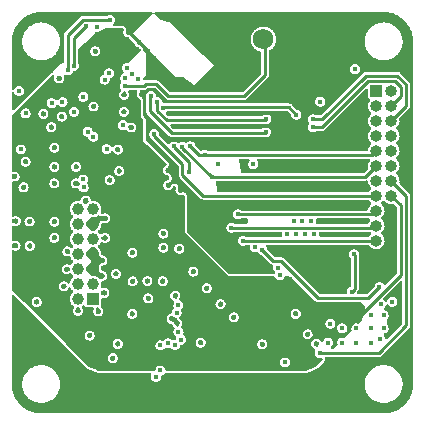
<source format=gbr>
%TF.GenerationSoftware,KiCad,Pcbnew,7.0.11*%
%TF.CreationDate,2024-11-13T01:21:52+09:00*%
%TF.ProjectId,Control,436f6e74-726f-46c2-9e6b-696361645f70,rev?*%
%TF.SameCoordinates,Original*%
%TF.FileFunction,Copper,L2,Inr*%
%TF.FilePolarity,Positive*%
%FSLAX46Y46*%
G04 Gerber Fmt 4.6, Leading zero omitted, Abs format (unit mm)*
G04 Created by KiCad (PCBNEW 7.0.11) date 2024-11-13 01:21:52*
%MOMM*%
%LPD*%
G01*
G04 APERTURE LIST*
%TA.AperFunction,ComponentPad*%
%ADD10R,1.000000X1.000000*%
%TD*%
%TA.AperFunction,ComponentPad*%
%ADD11C,1.000000*%
%TD*%
%TA.AperFunction,ComponentPad*%
%ADD12C,1.750000*%
%TD*%
%TA.AperFunction,ComponentPad*%
%ADD13C,2.100000*%
%TD*%
%TA.AperFunction,ComponentPad*%
%ADD14O,1.000000X1.000000*%
%TD*%
%TA.AperFunction,ViaPad*%
%ADD15C,0.450000*%
%TD*%
%TA.AperFunction,Conductor*%
%ADD16C,0.250000*%
%TD*%
G04 APERTURE END LIST*
D10*
%TO.N,unconnected-(J1-Pin_1-Pad1)*%
%TO.C,J1*%
X7400000Y-24810000D03*
D11*
%TO.N,unconnected-(J1-Pin_2-Pad2)*%
X6130000Y-24810000D03*
%TO.N,Net-(D1-K)*%
X7400000Y-23540000D03*
%TO.N,SWDIO*%
X6130000Y-23540000D03*
%TO.N,GND*%
X7400000Y-22270000D03*
%TO.N,SWCLK*%
X6130000Y-22270000D03*
%TO.N,GND*%
X7400000Y-21000000D03*
%TO.N,SWO*%
X6130000Y-21000000D03*
%TO.N,unconnected-(J1-Pin_9-Pad9)*%
X7400000Y-19730000D03*
%TO.N,unconnected-(J1-Pin_10-Pad10)*%
X6130000Y-19730000D03*
%TO.N,GND*%
X7400000Y-18460000D03*
%TO.N,NRST*%
X6130000Y-18460000D03*
%TO.N,unconnected-(J1-Pin_13-Pad13)*%
X7400000Y-17190000D03*
%TO.N,unconnected-(J1-Pin_14-Pad14)*%
X6130000Y-17190000D03*
%TD*%
D12*
%TO.N,NRST*%
%TO.C,SW1*%
X21825000Y-2812500D03*
%TO.N,GND*%
X26325000Y-2812500D03*
D13*
X20575000Y-5302500D03*
X27585000Y-5302500D03*
%TD*%
D10*
%TO.N,VDD*%
%TO.C,J2*%
X31375000Y-7175000D03*
D14*
X32645000Y-7175000D03*
%TO.N,SOC*%
X31375000Y-8445000D03*
%TO.N,ENABLE*%
X32645000Y-8445000D03*
%TO.N,SOB*%
X31375000Y-9715000D03*
%TO.N,nFAULT*%
X32645000Y-9715000D03*
%TO.N,SOA*%
X31375000Y-10985000D03*
%TO.N,INB_L*%
X32645000Y-10985000D03*
%TO.N,MISO1*%
X31375000Y-12255000D03*
%TO.N,INC_L*%
X32645000Y-12255000D03*
%TO.N,MOSI1*%
X31375000Y-13525000D03*
%TO.N,INA_L*%
X32645000Y-13525000D03*
%TO.N,SCLK1*%
X31375000Y-14795000D03*
%TO.N,CAL*%
X32645000Y-14795000D03*
%TO.N,CS1_MD*%
X31375000Y-16065000D03*
%TO.N,+3.3V*%
X32645000Y-16065000D03*
%TO.N,INA_H*%
X31375000Y-17335000D03*
%TO.N,GND*%
X32645000Y-17335000D03*
%TO.N,INB_H*%
X31375000Y-18605000D03*
%TO.N,GND*%
X32645000Y-18605000D03*
%TO.N,INC_H*%
X31375000Y-19875000D03*
%TO.N,GND*%
X32645000Y-19875000D03*
X31375000Y-21145000D03*
X32645000Y-21145000D03*
X31375000Y-22415000D03*
X32645000Y-22415000D03*
%TD*%
D15*
%TO.N,+3.3V*%
X14557155Y-16491036D03*
X24650000Y-26800000D03*
X12943063Y-15085658D03*
X10385068Y-3455492D03*
X8304753Y-3406195D03*
X9418855Y-4714197D03*
X19900000Y-24800000D03*
X8000000Y-2450000D03*
X16452617Y-27815228D03*
X19900000Y-25800000D03*
X12732512Y-14499738D03*
X2000000Y-24400000D03*
X20900000Y-26800000D03*
X19400000Y-25300000D03*
X21400000Y-26300000D03*
X8300000Y-27000000D03*
X21900000Y-24800000D03*
X18900000Y-23800000D03*
X7800000Y-26700000D03*
X20900000Y-25800000D03*
X24650000Y-24050000D03*
X26150000Y-26800000D03*
X13866581Y-15963626D03*
X20400000Y-24300000D03*
X1700000Y-23900000D03*
X12601208Y-13391747D03*
X7800000Y-27300000D03*
X10000000Y-20700000D03*
X8709069Y-9530851D03*
X24650000Y-25300000D03*
X21900000Y-23800000D03*
X2300000Y-23900000D03*
X10485578Y-4098812D03*
X9131159Y-19289618D03*
X9131159Y-18664615D03*
X8518372Y-2781772D03*
X21400000Y-24300000D03*
X20400000Y-25300000D03*
X21400000Y-25300000D03*
X20958253Y-13391747D03*
X22900000Y-26800000D03*
X9439396Y-3615706D03*
X21900000Y-25800000D03*
X11000000Y-3700000D03*
X20900000Y-24800000D03*
X18900000Y-24800000D03*
X20400000Y-26300000D03*
X17959351Y-13391747D03*
X29055160Y-26250228D03*
X20900000Y-23800000D03*
X19900000Y-23800000D03*
X25000000Y-30200000D03*
X19400000Y-24300000D03*
X9756000Y-19289618D03*
X21900000Y-26800000D03*
%TO.N,NRST*%
X10097910Y-6790000D03*
%TO.N,VCC*%
X26129882Y-19325000D03*
X25107983Y-18225000D03*
X24369879Y-18198770D03*
X25337604Y-19325000D03*
X24608628Y-19325410D03*
X25854161Y-18219529D03*
%TO.N,Net-(D4-A)*%
X31757728Y-25246817D03*
X29496350Y-21026480D03*
X29300000Y-24200000D03*
%TO.N,+5V*%
X29700000Y-27300000D03*
X32000000Y-27300000D03*
X29700000Y-28500000D03*
X28500000Y-27300000D03*
X30900000Y-28500000D03*
X30900000Y-26200000D03*
X28500000Y-28500000D03*
X32000000Y-26200000D03*
X27300000Y-28500000D03*
X27500000Y-26900000D03*
X31700000Y-28200000D03*
X30900000Y-27300000D03*
%TO.N,VDD*%
X26639208Y-8100000D03*
%TO.N,GND*%
X34166991Y-12957775D03*
X23000000Y-3400000D03*
X12069345Y-24762212D03*
X1508811Y-15363623D03*
X17900000Y-6800000D03*
X30000000Y-1000000D03*
X27148927Y-18211778D03*
X2300947Y-28915791D03*
X28600000Y-3400000D03*
X11513891Y-7480556D03*
X29736975Y-15146343D03*
X14518413Y-26862555D03*
X10715763Y-26076436D03*
X5161314Y-22299164D03*
X16875165Y-11869177D03*
X8168746Y-22859476D03*
X14573852Y-9123635D03*
X27456622Y-23081490D03*
X20159530Y-9124566D03*
X33200000Y-5000000D03*
X10741386Y-23320372D03*
X7100716Y-27902308D03*
X25963644Y-11180463D03*
X9491621Y-12160108D03*
X11317196Y-3078036D03*
X18050000Y-4870000D03*
X27336528Y-34142165D03*
X13955123Y-9124566D03*
X2578270Y-27008701D03*
X33273480Y-23871594D03*
X18319461Y-21623159D03*
X30045110Y-31999346D03*
X9491778Y-28615177D03*
X800000Y-6100000D03*
X28834558Y-29938231D03*
X3197771Y-9145730D03*
X34200000Y-6000000D03*
X4523047Y-6136364D03*
X20163604Y-18203290D03*
X10116539Y-6109701D03*
X17638802Y-11388767D03*
X4642461Y-3883790D03*
X13295171Y-23299422D03*
X13354435Y-19266688D03*
X1679392Y-13179846D03*
X4122365Y-13631463D03*
X29187103Y-9702922D03*
X19312831Y-26363058D03*
X24558017Y-26062537D03*
X3855219Y-10259651D03*
X29918596Y-2316304D03*
X14800740Y-15606956D03*
X26000001Y-15030583D03*
X4122365Y-12005533D03*
X28239503Y-23095855D03*
X26779885Y-19325000D03*
X28600000Y-22500000D03*
X31421863Y-30022379D03*
X4122365Y-15023515D03*
X19978191Y-21527555D03*
X4748135Y-9366734D03*
X4800000Y-2000000D03*
X26900000Y-16900000D03*
X18897191Y-4233606D03*
X2626455Y-25060890D03*
X32682694Y-25991718D03*
X22870388Y-20665121D03*
X15586607Y-10231000D03*
X20594608Y-31340997D03*
X17668832Y-2443575D03*
X18360216Y-10231000D03*
X33250784Y-33538810D03*
X34250790Y-14428454D03*
X14352616Y-24537235D03*
X1043564Y-30756497D03*
X30609420Y-19325000D03*
X5968780Y-13623614D03*
X15584348Y-15863824D03*
X8155379Y-34065524D03*
X29018792Y-23095855D03*
X34170133Y-11605463D03*
X15480000Y-2300000D03*
X12002566Y-23291042D03*
X18189389Y-25247149D03*
X26297217Y-28611371D03*
X11667882Y-32044912D03*
X22114780Y-11785723D03*
X16820000Y-3660000D03*
X17613446Y-31366137D03*
X15419998Y-34244645D03*
X2400000Y-6000000D03*
X24200000Y-5000000D03*
X10727768Y-20896476D03*
X9607050Y-13978200D03*
X18942714Y-16930811D03*
X4000000Y-1000000D03*
X16376397Y-6826396D03*
X33404416Y-14122586D03*
X22412614Y-13314366D03*
X2038144Y-20322101D03*
X4907554Y-23741930D03*
X30526487Y-18198770D03*
X17188017Y-16870942D03*
X13250000Y-740000D03*
X22000000Y-1000000D03*
X4126332Y-30313407D03*
X11711876Y-34194365D03*
X1600000Y-1400000D03*
X18000000Y-1000000D03*
X5800000Y-800000D03*
X749031Y-14439037D03*
X21200000Y-4000000D03*
X22949370Y-34127326D03*
X8023395Y-31661530D03*
X14237526Y-14393439D03*
X20381586Y-13910083D03*
X7759540Y-1753808D03*
X27800000Y-22500000D03*
X30410185Y-16976378D03*
X27400663Y-21905199D03*
X2017194Y-18248067D03*
X14063563Y-26486023D03*
X6364168Y-34093806D03*
X1000000Y-4200000D03*
X16882335Y-10231000D03*
X30400000Y-5200000D03*
X6120899Y-25816546D03*
X25999685Y-13510604D03*
X25560218Y-27799739D03*
X1656346Y-33462168D03*
X15891758Y-22489991D03*
X10390000Y-2220000D03*
X28659627Y-31277275D03*
X11789621Y-757585D03*
X4122365Y-18271694D03*
X22766388Y-15063012D03*
X26000000Y-1000000D03*
X10623552Y-10288069D03*
X34033261Y-30522033D03*
X17070000Y-6130000D03*
X14665996Y-14972674D03*
X21374009Y-15125007D03*
X12083029Y-3823152D03*
X16209006Y-19325000D03*
X5931335Y-15027770D03*
X12580239Y-4398574D03*
X9074091Y-29827816D03*
X29982260Y-34111090D03*
X20159838Y-20796184D03*
X18402440Y-9124566D03*
X4286599Y-28635325D03*
X15609577Y-18209575D03*
X6520899Y-30897908D03*
X22990864Y-19325000D03*
X23032403Y-31407899D03*
X26789737Y-32633777D03*
X14840000Y-6500000D03*
X15617013Y-16978408D03*
X8415954Y-19640533D03*
X21033778Y-16838985D03*
X14110000Y-930000D03*
X856573Y-18214547D03*
X4122365Y-19635299D03*
X887618Y-27021271D03*
X30296082Y-13510266D03*
X18165819Y-15250000D03*
X13351125Y-20463726D03*
X831433Y-20296961D03*
X7435706Y-8512545D03*
X8355199Y-24298730D03*
X10023286Y-7521431D03*
X16514101Y-28513415D03*
X25800000Y-6000000D03*
X9889814Y-844684D03*
X21725958Y-28648687D03*
X5231028Y-20782107D03*
X5185740Y-32330877D03*
X2600000Y-4800000D03*
X8185505Y-21552206D03*
X17015044Y-23900481D03*
X26388841Y-11971197D03*
X11090000Y-1460000D03*
X24618025Y-32575292D03*
X10010346Y-8956987D03*
X797534Y-25033655D03*
X28040780Y-9859730D03*
X14698266Y-20549769D03*
X8432713Y-17977116D03*
X8807998Y-14744264D03*
X21507855Y-22397552D03*
X19146436Y-22359310D03*
X20549078Y-10231000D03*
X34183750Y-27911770D03*
X18323448Y-18198770D03*
X14276137Y-31441556D03*
X33600000Y-1600000D03*
X18266203Y-11969561D03*
X23000000Y-2200000D03*
X28198448Y-21905541D03*
X6774768Y-16472282D03*
X20153080Y-15114914D03*
X19052700Y-34144086D03*
X13744561Y-13919097D03*
X3851954Y-5263686D03*
X4393836Y-34018386D03*
X9333557Y-22683497D03*
X22725001Y-9207103D03*
X26862014Y-31228392D03*
X19600000Y-2800000D03*
X33348899Y-26657922D03*
X32720404Y-27399547D03*
X13755653Y-15183006D03*
X24575000Y-11256836D03*
X17059350Y-18220154D03*
X19000000Y-6000000D03*
X7828300Y-25863160D03*
X7587892Y-3838399D03*
%TO.N,Current_OUTC*%
X13361361Y-8615333D03*
X24600000Y-9200000D03*
%TO.N,Current_OUTB*%
X22075000Y-9581066D03*
X12811361Y-8120445D03*
%TO.N,Current_OUTA*%
X12295441Y-7614437D03*
X22023711Y-10681000D03*
%TO.N,Net-(IC1-FB)*%
X23057000Y-22150001D03*
%TO.N,Net-(IC1-VCC)*%
X23207000Y-22800001D03*
%TO.N,Net-(IC1-EN)*%
X23825000Y-19325000D03*
%TO.N,/Power/PG*%
X21078788Y-20437033D03*
%TO.N,SWDIO*%
X4809091Y-8154245D03*
%TO.N,SWCLK*%
X5783615Y-8967652D03*
%TO.N,SWO*%
X6578440Y-7695577D03*
%TO.N,CAL*%
X6562931Y-14691231D03*
X26573748Y-29375000D03*
%TO.N,CS1_MD*%
X12569189Y-10858052D03*
%TO.N,/RS485/24V_IN*%
X14348985Y-28701299D03*
X13100381Y-28740302D03*
X14840191Y-28251325D03*
X14630000Y-27607386D03*
X13718266Y-28574159D03*
%TO.N,/RS485/RS485_A*%
X12728052Y-31411288D03*
%TO.N,/RS485/RS485_B*%
X13097751Y-30861350D03*
%TO.N,/RS485/RS485_X*%
X14466797Y-25970512D03*
%TO.N,/RS485/RS485_Y*%
X14624777Y-25340000D03*
%TO.N,Net-(Q1-D)*%
X32729889Y-25051950D03*
X31649455Y-23799454D03*
X21723667Y-20665121D03*
%TO.N,DIP_SW0*%
X1122121Y-7200000D03*
X8747421Y-5701993D03*
%TO.N,Slide_SW0*%
X6598287Y-15362983D03*
X23649240Y-30185000D03*
%TO.N,MISO1*%
X15637213Y-11880288D03*
X16856430Y-12601098D03*
%TO.N,INA_L*%
X29577044Y-5350000D03*
X10260398Y-5229295D03*
%TO.N,INC_L*%
X10696779Y-5767517D03*
%TO.N,INB_L*%
X11175860Y-6224929D03*
%TO.N,nFAULT*%
X26000292Y-9596608D03*
%TO.N,MOSI1*%
X17500000Y-14467919D03*
X14967145Y-11912983D03*
%TO.N,INA_H*%
X8556491Y-12112853D03*
X19663269Y-17648770D03*
%TO.N,INB_H*%
X7422189Y-11074256D03*
X19107401Y-18775000D03*
%TO.N,INC_H*%
X20091980Y-19875000D03*
X6935109Y-10644586D03*
%TO.N,ENABLE*%
X26000000Y-10289498D03*
X9935002Y-10094586D03*
%TO.N,Phase_A*%
X8834022Y-1175000D03*
X5267733Y-5447708D03*
%TO.N,CS1_Encoder*%
X14243904Y-11896848D03*
X15508229Y-14073547D03*
%TO.N,Phase_B*%
X5785908Y-5055282D03*
X6785121Y-1725000D03*
%TO.N,DIP_SW1*%
X1679973Y-9100140D03*
%TO.N,DIP_SW2*%
X3902689Y-8226965D03*
X8373837Y-6233912D03*
%TO.N,DIP_SW3*%
X1284576Y-12152803D03*
%TD*%
D16*
%TO.N,ENABLE*%
X30700000Y-6350000D02*
X26760502Y-10289498D01*
X32986727Y-6350000D02*
X30700000Y-6350000D01*
X33470000Y-7620000D02*
X33470000Y-6833273D01*
X33470000Y-6833273D02*
X32986727Y-6350000D01*
X32645000Y-8445000D02*
X33470000Y-7620000D01*
X26760502Y-10289498D02*
X26000000Y-10289498D01*
%TO.N,nFAULT*%
X33920000Y-6646877D02*
X33173123Y-5900000D01*
X33920000Y-8440000D02*
X33920000Y-6646877D01*
X33173123Y-5900000D02*
X30513604Y-5900000D01*
X32645000Y-9715000D02*
X33920000Y-8440000D01*
X30513604Y-5900000D02*
X26816996Y-9596608D01*
X26816996Y-9596608D02*
X26000292Y-9596608D01*
%TO.N,+3.3V*%
X29055160Y-26250228D02*
X29976499Y-26250228D01*
X33470000Y-22756727D02*
X33470000Y-16890000D01*
X33470000Y-16890000D02*
X32645000Y-16065000D01*
X29976499Y-26250228D02*
X33470000Y-22756727D01*
%TO.N,NRST*%
X20206711Y-7615333D02*
X21950000Y-5872044D01*
X11705664Y-6790000D02*
X11881227Y-6614437D01*
X21950000Y-5872044D02*
X21950000Y-2937500D01*
X11881227Y-6614437D02*
X12719567Y-6614437D01*
X12719567Y-6614437D02*
X13720463Y-7615333D01*
X13720463Y-7615333D02*
X20206711Y-7615333D01*
X21950000Y-2937500D02*
X21825000Y-2812500D01*
X10097910Y-6790000D02*
X11705664Y-6790000D01*
%TO.N,Net-(D4-A)*%
X29568792Y-23931208D02*
X29300000Y-24200000D01*
X29568792Y-21098922D02*
X29568792Y-23931208D01*
X29496350Y-21026480D02*
X29568792Y-21098922D01*
%TO.N,GND*%
X15686607Y-10131000D02*
X24753182Y-10131000D01*
X11745441Y-9244216D02*
X11745441Y-7386619D01*
X12067623Y-7064437D02*
X12533171Y-7064437D01*
X24753182Y-10131000D02*
X25150000Y-9734182D01*
X12533171Y-7064437D02*
X13534067Y-8065333D01*
X24539000Y-11231000D02*
X13732225Y-11231000D01*
X25150000Y-10620000D02*
X24539000Y-11231000D01*
X25150000Y-8972182D02*
X25150000Y-10620000D01*
X13534067Y-8065333D02*
X24243151Y-8065333D01*
X13732225Y-11231000D02*
X11745441Y-9244216D01*
X10390000Y-2220000D02*
X10443222Y-2220000D01*
X23653248Y-9031066D02*
X24753182Y-10131000D01*
X24243151Y-8065333D02*
X25150000Y-8972182D01*
X11745441Y-7386619D02*
X12067623Y-7064437D01*
X13955123Y-9124566D02*
X14048623Y-9031066D01*
X10443222Y-2220000D02*
X12046374Y-3823152D01*
X15586607Y-10231000D02*
X15686607Y-10131000D01*
X14048623Y-9031066D02*
X23653248Y-9031066D01*
%TO.N,Current_OUTC*%
X13403059Y-8573635D02*
X23973635Y-8573635D01*
X13361361Y-8615333D02*
X13403059Y-8573635D01*
X23973635Y-8573635D02*
X24600000Y-9200000D01*
%TO.N,Current_OUTB*%
X13620691Y-9674566D02*
X12811361Y-8865236D01*
X12811361Y-8865236D02*
X12811361Y-8120445D01*
X22075000Y-9581066D02*
X21981500Y-9674566D01*
X21981500Y-9674566D02*
X13620691Y-9674566D01*
%TO.N,Current_OUTA*%
X12215913Y-7693965D02*
X12295441Y-7614437D01*
X14090729Y-10781000D02*
X12215913Y-8906184D01*
X21923711Y-10781000D02*
X14090729Y-10781000D01*
X12215913Y-8906184D02*
X12215913Y-7693965D01*
X22023711Y-10681000D02*
X21923711Y-10781000D01*
%TO.N,CAL*%
X33920000Y-27048159D02*
X33920000Y-16070000D01*
X33920000Y-16070000D02*
X32645000Y-14795000D01*
X26573748Y-29375000D02*
X31593159Y-29375000D01*
X31593159Y-29375000D02*
X33920000Y-27048159D01*
%TO.N,CS1_MD*%
X14958229Y-13388991D02*
X14958229Y-14301365D01*
X14958229Y-14301365D02*
X16721864Y-16065000D01*
X12569189Y-10858052D02*
X12569189Y-10999951D01*
X12569189Y-10999951D02*
X14958229Y-13388991D01*
X16721864Y-16065000D02*
X31375000Y-16065000D01*
%TO.N,Net-(Q1-D)*%
X30698909Y-24750000D02*
X26448413Y-24750000D01*
X22658546Y-21600000D02*
X21723667Y-20665121D01*
X26448413Y-24750000D02*
X23298413Y-21600000D01*
X31649455Y-23799454D02*
X30698909Y-24750000D01*
X23298413Y-21600000D02*
X22658546Y-21600000D01*
%TO.N,MISO1*%
X31028902Y-12601098D02*
X16856430Y-12601098D01*
X16358023Y-12601098D02*
X16856430Y-12601098D01*
X31375000Y-12255000D02*
X31028902Y-12601098D01*
X15637213Y-11880288D02*
X16358023Y-12601098D01*
%TO.N,MOSI1*%
X30432081Y-14467919D02*
X17500000Y-14467919D01*
X17447026Y-14467919D02*
X17500000Y-14467919D01*
X14967145Y-11912983D02*
X14967145Y-11988038D01*
X31375000Y-13525000D02*
X30432081Y-14467919D01*
X14967145Y-11988038D02*
X17447026Y-14467919D01*
%TO.N,INA_H*%
X31061230Y-17648770D02*
X31375000Y-17335000D01*
X19663269Y-17648770D02*
X31061230Y-17648770D01*
%TO.N,INB_H*%
X31205000Y-18775000D02*
X31375000Y-18605000D01*
X19107401Y-18775000D02*
X31205000Y-18775000D01*
%TO.N,INC_H*%
X20091980Y-19875000D02*
X31375000Y-19875000D01*
%TO.N,Phase_A*%
X5235908Y-2496395D02*
X5235908Y-5415883D01*
X8834022Y-1175000D02*
X6557303Y-1175000D01*
X6557303Y-1175000D02*
X5235908Y-2496395D01*
X5235908Y-5415883D02*
X5267733Y-5447708D01*
%TO.N,CS1_Encoder*%
X14243904Y-11978570D02*
X14243904Y-11896848D01*
X15508229Y-13242895D02*
X14243904Y-11978570D01*
X15508229Y-14073547D02*
X15508229Y-13242895D01*
%TO.N,Phase_B*%
X5785908Y-2724213D02*
X5785908Y-5055282D01*
X6785121Y-1725000D02*
X5785908Y-2724213D01*
%TD*%
%TA.AperFunction,Conductor*%
%TO.N,GND*%
G36*
X12342248Y-504396D02*
G01*
X12371147Y-515838D01*
X12396294Y-534108D01*
X12416107Y-558057D01*
X12429341Y-586182D01*
X12435165Y-616714D01*
X12433214Y-647735D01*
X12423609Y-677297D01*
X12406954Y-703541D01*
X12399600Y-711668D01*
X11722458Y-1396594D01*
X10770000Y-2359999D01*
X10770000Y-2360000D01*
X14449998Y-6049999D01*
X14449998Y-6049998D01*
X14450000Y-6050000D01*
X14948995Y-5995564D01*
X14980066Y-5996093D01*
X15010036Y-6004333D01*
X15037015Y-6019769D01*
X15040004Y-6022091D01*
X15910000Y-6720000D01*
X17660000Y-4960000D01*
X17000000Y-4320000D01*
X16686800Y-4112481D01*
X16655641Y-4091836D01*
X16636293Y-4075991D01*
X15157935Y-2592316D01*
X13940000Y-1370000D01*
X13756278Y-1334210D01*
X13205115Y-1226840D01*
X13175591Y-1217120D01*
X13149412Y-1200363D01*
X13143925Y-1195505D01*
X12812408Y-884080D01*
X12632286Y-714875D01*
X12612480Y-690924D01*
X12599250Y-662797D01*
X12593431Y-632264D01*
X12595388Y-601243D01*
X12604999Y-571684D01*
X12621658Y-545443D01*
X12644320Y-524169D01*
X12671561Y-509200D01*
X12701668Y-501475D01*
X12717188Y-500500D01*
X31969725Y-500500D01*
X31998303Y-500500D01*
X32001661Y-500545D01*
X32131980Y-504075D01*
X32138666Y-504438D01*
X32266893Y-514879D01*
X32273567Y-515605D01*
X32292327Y-518160D01*
X32401077Y-532977D01*
X32407649Y-534055D01*
X32534024Y-558304D01*
X32540556Y-559742D01*
X32665449Y-590801D01*
X32671887Y-592589D01*
X32794895Y-630359D01*
X32801243Y-632498D01*
X32922017Y-676869D01*
X32928256Y-679354D01*
X33046433Y-730190D01*
X33052507Y-733000D01*
X33167775Y-790168D01*
X33167779Y-790170D01*
X33173692Y-793304D01*
X33285715Y-856638D01*
X33291453Y-860092D01*
X33399863Y-929386D01*
X33405408Y-933145D01*
X33505555Y-1005081D01*
X33509896Y-1008199D01*
X33515243Y-1012263D01*
X33615530Y-1092877D01*
X33620647Y-1097224D01*
X33716406Y-1183132D01*
X33721282Y-1187751D01*
X33812248Y-1278717D01*
X33816867Y-1283593D01*
X33902775Y-1379352D01*
X33907122Y-1384469D01*
X33987736Y-1484756D01*
X33991792Y-1490092D01*
X34065404Y-1592573D01*
X34066844Y-1594577D01*
X34070613Y-1600136D01*
X34139907Y-1708546D01*
X34143367Y-1714295D01*
X34206688Y-1826294D01*
X34209829Y-1832220D01*
X34266994Y-1947481D01*
X34269814Y-1953577D01*
X34320645Y-2071745D01*
X34323130Y-2077982D01*
X34367501Y-2198756D01*
X34369646Y-2205121D01*
X34407405Y-2328096D01*
X34409202Y-2334567D01*
X34440255Y-2459434D01*
X34441698Y-2465992D01*
X34465938Y-2592316D01*
X34467025Y-2598945D01*
X34484394Y-2726432D01*
X34485120Y-2733108D01*
X34495560Y-2861323D01*
X34495924Y-2868027D01*
X34499455Y-2998337D01*
X34499500Y-3001696D01*
X34499500Y-31998303D01*
X34499455Y-32001662D01*
X34495924Y-32131972D01*
X34495560Y-32138676D01*
X34485120Y-32266891D01*
X34484394Y-32273567D01*
X34467025Y-32401054D01*
X34465938Y-32407683D01*
X34441698Y-32534007D01*
X34440255Y-32540565D01*
X34409202Y-32665432D01*
X34407405Y-32671903D01*
X34369646Y-32794878D01*
X34367501Y-32801243D01*
X34323130Y-32922017D01*
X34320645Y-32928254D01*
X34269814Y-33046422D01*
X34266994Y-33052518D01*
X34209829Y-33167779D01*
X34206684Y-33173712D01*
X34143370Y-33285699D01*
X34139907Y-33291453D01*
X34070613Y-33399863D01*
X34066844Y-33405422D01*
X33991800Y-33509896D01*
X33987736Y-33515243D01*
X33907122Y-33615530D01*
X33902775Y-33620647D01*
X33816867Y-33716406D01*
X33812248Y-33721282D01*
X33721282Y-33812248D01*
X33716406Y-33816867D01*
X33620647Y-33902775D01*
X33615530Y-33907122D01*
X33515243Y-33987736D01*
X33509896Y-33991800D01*
X33405422Y-34066844D01*
X33399863Y-34070613D01*
X33291453Y-34139907D01*
X33285699Y-34143370D01*
X33173712Y-34206684D01*
X33167779Y-34209829D01*
X33052518Y-34266994D01*
X33046422Y-34269814D01*
X32928254Y-34320645D01*
X32922017Y-34323130D01*
X32801243Y-34367501D01*
X32794878Y-34369646D01*
X32671903Y-34407405D01*
X32665432Y-34409202D01*
X32540565Y-34440255D01*
X32534007Y-34441698D01*
X32407683Y-34465938D01*
X32401054Y-34467025D01*
X32273567Y-34484394D01*
X32266891Y-34485120D01*
X32138676Y-34495560D01*
X32131972Y-34495924D01*
X32006283Y-34499329D01*
X32001660Y-34499455D01*
X31998303Y-34499500D01*
X3001697Y-34499500D01*
X2998339Y-34499455D01*
X2993537Y-34499324D01*
X2868027Y-34495924D01*
X2861323Y-34495560D01*
X2733108Y-34485120D01*
X2726432Y-34484394D01*
X2598945Y-34467025D01*
X2592320Y-34465938D01*
X2555327Y-34458840D01*
X2465992Y-34441698D01*
X2459434Y-34440255D01*
X2334567Y-34409202D01*
X2328096Y-34407405D01*
X2205121Y-34369646D01*
X2198756Y-34367501D01*
X2077982Y-34323130D01*
X2071745Y-34320645D01*
X1953577Y-34269814D01*
X1947481Y-34266994D01*
X1832220Y-34209829D01*
X1826287Y-34206684D01*
X1768588Y-34174063D01*
X1714295Y-34143367D01*
X1708546Y-34139907D01*
X1600136Y-34070613D01*
X1594577Y-34066844D01*
X1564141Y-34044982D01*
X1490103Y-33991800D01*
X1484756Y-33987736D01*
X1384469Y-33907122D01*
X1379352Y-33902775D01*
X1283593Y-33816867D01*
X1278717Y-33812248D01*
X1187751Y-33721282D01*
X1183132Y-33716406D01*
X1097224Y-33620647D01*
X1092877Y-33615530D01*
X1012263Y-33515243D01*
X1008199Y-33509896D01*
X933145Y-33405408D01*
X929386Y-33399863D01*
X860092Y-33291453D01*
X856638Y-33285715D01*
X793304Y-33173692D01*
X790170Y-33167779D01*
X733000Y-33052507D01*
X730185Y-33046422D01*
X679354Y-32928254D01*
X676869Y-32922017D01*
X632498Y-32801243D01*
X630359Y-32794895D01*
X592589Y-32671887D01*
X590801Y-32665449D01*
X559742Y-32540556D01*
X558301Y-32534007D01*
X534055Y-32407649D01*
X532977Y-32401077D01*
X515605Y-32273567D01*
X514879Y-32266891D01*
X504439Y-32138676D01*
X504075Y-32131971D01*
X502385Y-32069598D01*
X500545Y-32001661D01*
X500523Y-32000013D01*
X1398524Y-32000013D01*
X1402423Y-32111698D01*
X1402424Y-32111703D01*
X1402424Y-32111712D01*
X1402425Y-32111713D01*
X1414109Y-32222882D01*
X1414110Y-32222892D01*
X1414111Y-32222894D01*
X1433519Y-32332961D01*
X1460562Y-32441428D01*
X1460564Y-32441435D01*
X1495106Y-32547739D01*
X1495107Y-32547744D01*
X1536978Y-32651377D01*
X1585982Y-32751850D01*
X1641870Y-32848651D01*
X1641875Y-32848660D01*
X1704372Y-32941315D01*
X1704378Y-32941323D01*
X1704379Y-32941324D01*
X1773198Y-33029409D01*
X1773201Y-33029412D01*
X1773210Y-33029423D01*
X1847976Y-33112458D01*
X1847995Y-33112479D01*
X1928403Y-33190129D01*
X2014033Y-33261980D01*
X2104466Y-33327684D01*
X2199262Y-33386919D01*
X2258849Y-33418602D01*
X2297937Y-33439386D01*
X2297948Y-33439391D01*
X2297959Y-33439397D01*
X2400077Y-33484863D01*
X2400090Y-33484868D01*
X2400093Y-33484869D01*
X2505108Y-33523091D01*
X2505111Y-33523092D01*
X2505117Y-33523094D01*
X2612568Y-33553905D01*
X2700253Y-33572543D01*
X2721892Y-33577143D01*
X2721895Y-33577143D01*
X2721907Y-33577146D01*
X2832600Y-33592703D01*
X2898244Y-33597293D01*
X2944094Y-33600499D01*
X2944095Y-33600499D01*
X2944109Y-33600500D01*
X2944122Y-33600500D01*
X3055878Y-33600500D01*
X3055891Y-33600500D01*
X3167400Y-33592703D01*
X3278093Y-33577146D01*
X3387432Y-33553905D01*
X3494883Y-33523094D01*
X3599923Y-33484863D01*
X3702041Y-33439397D01*
X3800738Y-33386919D01*
X3895534Y-33327684D01*
X3985967Y-33261980D01*
X4071597Y-33190129D01*
X4152005Y-33112479D01*
X4226802Y-33029409D01*
X4295621Y-32941324D01*
X4358129Y-32848653D01*
X4414019Y-32751847D01*
X4463021Y-32651379D01*
X4504895Y-32547737D01*
X4539438Y-32441427D01*
X4566480Y-32332966D01*
X4585891Y-32222882D01*
X4597575Y-32111713D01*
X4601476Y-32000013D01*
X30398524Y-32000013D01*
X30402423Y-32111698D01*
X30402424Y-32111703D01*
X30402424Y-32111712D01*
X30402425Y-32111713D01*
X30414109Y-32222882D01*
X30414110Y-32222892D01*
X30414111Y-32222894D01*
X30433519Y-32332961D01*
X30460562Y-32441428D01*
X30460564Y-32441435D01*
X30495106Y-32547739D01*
X30495107Y-32547744D01*
X30536978Y-32651377D01*
X30585982Y-32751850D01*
X30641870Y-32848651D01*
X30641875Y-32848660D01*
X30704372Y-32941315D01*
X30704378Y-32941323D01*
X30704379Y-32941324D01*
X30773198Y-33029409D01*
X30773201Y-33029412D01*
X30773210Y-33029423D01*
X30847976Y-33112458D01*
X30847995Y-33112479D01*
X30928403Y-33190129D01*
X31014033Y-33261980D01*
X31104466Y-33327684D01*
X31199262Y-33386919D01*
X31258849Y-33418602D01*
X31297937Y-33439386D01*
X31297948Y-33439391D01*
X31297959Y-33439397D01*
X31400077Y-33484863D01*
X31400090Y-33484868D01*
X31400093Y-33484869D01*
X31505108Y-33523091D01*
X31505111Y-33523092D01*
X31505117Y-33523094D01*
X31612568Y-33553905D01*
X31700253Y-33572543D01*
X31721892Y-33577143D01*
X31721895Y-33577143D01*
X31721907Y-33577146D01*
X31832600Y-33592703D01*
X31898244Y-33597293D01*
X31944094Y-33600499D01*
X31944095Y-33600499D01*
X31944109Y-33600500D01*
X31944122Y-33600500D01*
X32055878Y-33600500D01*
X32055891Y-33600500D01*
X32167400Y-33592703D01*
X32278093Y-33577146D01*
X32387432Y-33553905D01*
X32494883Y-33523094D01*
X32599923Y-33484863D01*
X32702041Y-33439397D01*
X32800738Y-33386919D01*
X32895534Y-33327684D01*
X32985967Y-33261980D01*
X33071597Y-33190129D01*
X33152005Y-33112479D01*
X33226802Y-33029409D01*
X33295621Y-32941324D01*
X33358129Y-32848653D01*
X33414019Y-32751847D01*
X33463021Y-32651379D01*
X33504895Y-32547737D01*
X33539438Y-32441427D01*
X33566480Y-32332966D01*
X33585891Y-32222882D01*
X33597575Y-32111713D01*
X33601476Y-32000000D01*
X33599046Y-31930402D01*
X33597576Y-31888301D01*
X33597575Y-31888296D01*
X33597575Y-31888287D01*
X33585891Y-31777118D01*
X33566480Y-31667034D01*
X33539438Y-31558573D01*
X33504895Y-31452263D01*
X33503790Y-31449529D01*
X33464880Y-31353223D01*
X33463021Y-31348621D01*
X33414019Y-31248153D01*
X33358129Y-31151347D01*
X33342132Y-31127630D01*
X33295627Y-31058684D01*
X33295621Y-31058676D01*
X33226802Y-30970591D01*
X33226794Y-30970582D01*
X33226789Y-30970576D01*
X33152023Y-30887541D01*
X33152002Y-30887518D01*
X33142411Y-30878256D01*
X33071597Y-30809871D01*
X32990761Y-30742043D01*
X32985967Y-30738020D01*
X32985959Y-30738014D01*
X32943645Y-30707271D01*
X32895534Y-30672316D01*
X32800738Y-30613081D01*
X32767388Y-30595348D01*
X32702062Y-30560613D01*
X32702045Y-30560605D01*
X32702041Y-30560603D01*
X32599923Y-30515137D01*
X32599915Y-30515134D01*
X32599906Y-30515130D01*
X32494891Y-30476908D01*
X32463750Y-30467978D01*
X32387432Y-30446095D01*
X32387418Y-30446092D01*
X32278107Y-30422856D01*
X32278070Y-30422850D01*
X32167395Y-30407296D01*
X32167398Y-30407296D01*
X32055905Y-30399500D01*
X32055891Y-30399500D01*
X31944109Y-30399500D01*
X31944094Y-30399500D01*
X31832602Y-30407296D01*
X31721929Y-30422850D01*
X31721892Y-30422856D01*
X31612581Y-30446092D01*
X31612574Y-30446093D01*
X31612568Y-30446095D01*
X31566625Y-30459268D01*
X31505108Y-30476908D01*
X31400093Y-30515130D01*
X31297954Y-30560605D01*
X31297937Y-30560613D01*
X31199264Y-30613080D01*
X31199256Y-30613084D01*
X31104470Y-30672313D01*
X31014040Y-30738014D01*
X31014032Y-30738020D01*
X30928409Y-30809865D01*
X30928408Y-30809865D01*
X30847997Y-30887518D01*
X30847976Y-30887541D01*
X30773210Y-30970576D01*
X30773201Y-30970587D01*
X30704372Y-31058684D01*
X30641875Y-31151339D01*
X30641870Y-31151348D01*
X30585982Y-31248149D01*
X30536978Y-31348622D01*
X30495107Y-31452255D01*
X30495106Y-31452260D01*
X30460564Y-31558564D01*
X30460562Y-31558571D01*
X30433519Y-31667038D01*
X30417176Y-31759723D01*
X30414109Y-31777118D01*
X30403343Y-31879551D01*
X30402424Y-31888296D01*
X30402423Y-31888301D01*
X30398524Y-31999986D01*
X30398524Y-32000013D01*
X4601476Y-32000013D01*
X4601476Y-32000000D01*
X4599046Y-31930402D01*
X4597576Y-31888301D01*
X4597575Y-31888296D01*
X4597575Y-31888287D01*
X4585891Y-31777118D01*
X4566480Y-31667034D01*
X4539438Y-31558573D01*
X4504895Y-31452263D01*
X4503790Y-31449529D01*
X4464880Y-31353223D01*
X4463021Y-31348621D01*
X4414019Y-31248153D01*
X4358129Y-31151347D01*
X4342132Y-31127630D01*
X4295627Y-31058684D01*
X4295621Y-31058676D01*
X4226802Y-30970591D01*
X4226794Y-30970582D01*
X4226789Y-30970576D01*
X4152023Y-30887541D01*
X4152002Y-30887518D01*
X4142411Y-30878256D01*
X4071597Y-30809871D01*
X3990761Y-30742043D01*
X3985967Y-30738020D01*
X3985959Y-30738014D01*
X3943645Y-30707271D01*
X3895534Y-30672316D01*
X3800738Y-30613081D01*
X3767388Y-30595348D01*
X3702062Y-30560613D01*
X3702045Y-30560605D01*
X3702041Y-30560603D01*
X3599923Y-30515137D01*
X3599915Y-30515134D01*
X3599906Y-30515130D01*
X3494891Y-30476908D01*
X3463750Y-30467978D01*
X3387432Y-30446095D01*
X3387418Y-30446092D01*
X3278107Y-30422856D01*
X3278070Y-30422850D01*
X3167395Y-30407296D01*
X3167398Y-30407296D01*
X3055905Y-30399500D01*
X3055891Y-30399500D01*
X2944109Y-30399500D01*
X2944094Y-30399500D01*
X2832602Y-30407296D01*
X2721929Y-30422850D01*
X2721892Y-30422856D01*
X2612581Y-30446092D01*
X2612574Y-30446093D01*
X2612568Y-30446095D01*
X2566625Y-30459268D01*
X2505108Y-30476908D01*
X2400093Y-30515130D01*
X2297954Y-30560605D01*
X2297937Y-30560613D01*
X2199264Y-30613080D01*
X2199256Y-30613084D01*
X2104470Y-30672313D01*
X2014040Y-30738014D01*
X2014032Y-30738020D01*
X1928409Y-30809865D01*
X1928408Y-30809865D01*
X1847997Y-30887518D01*
X1847976Y-30887541D01*
X1773210Y-30970576D01*
X1773201Y-30970587D01*
X1704372Y-31058684D01*
X1641875Y-31151339D01*
X1641870Y-31151348D01*
X1585982Y-31248149D01*
X1536978Y-31348622D01*
X1495107Y-31452255D01*
X1495106Y-31452260D01*
X1460564Y-31558564D01*
X1460562Y-31558571D01*
X1433519Y-31667038D01*
X1417176Y-31759723D01*
X1414109Y-31777118D01*
X1403343Y-31879551D01*
X1402424Y-31888296D01*
X1402423Y-31888301D01*
X1398524Y-31999986D01*
X1398524Y-32000013D01*
X500523Y-32000013D01*
X500500Y-31998303D01*
X500500Y-24584826D01*
X504396Y-24553988D01*
X515838Y-24525089D01*
X534108Y-24499942D01*
X558057Y-24480129D01*
X586182Y-24466895D01*
X616714Y-24461071D01*
X647735Y-24463022D01*
X677297Y-24472627D01*
X703541Y-24489282D01*
X712181Y-24497145D01*
X6400032Y-30184996D01*
X6886516Y-30671481D01*
X6896932Y-30681186D01*
X6910167Y-30692671D01*
X6910173Y-30692676D01*
X6942384Y-30715504D01*
X6942389Y-30715507D01*
X6942399Y-30715514D01*
X6969398Y-30730914D01*
X6992122Y-30742047D01*
X7800101Y-31076723D01*
X7813444Y-31081705D01*
X7830059Y-31087248D01*
X7868571Y-31096015D01*
X7899409Y-31099911D01*
X7913299Y-31100784D01*
X7924656Y-31101500D01*
X7924665Y-31101500D01*
X12210910Y-31101500D01*
X12241748Y-31105396D01*
X12270647Y-31116838D01*
X12295794Y-31135108D01*
X12315607Y-31159057D01*
X12328841Y-31187182D01*
X12334665Y-31217714D01*
X12332714Y-31248735D01*
X12327750Y-31267026D01*
X12317378Y-31296208D01*
X12317373Y-31296224D01*
X12305531Y-31353206D01*
X12305529Y-31353223D01*
X12301558Y-31411287D01*
X12301558Y-31411288D01*
X12305529Y-31469352D01*
X12305531Y-31469369D01*
X12317373Y-31526351D01*
X12317378Y-31526368D01*
X12336866Y-31581204D01*
X12336867Y-31581206D01*
X12363644Y-31632882D01*
X12363647Y-31632887D01*
X12397216Y-31680443D01*
X12436947Y-31722985D01*
X12446731Y-31730945D01*
X12482103Y-31759723D01*
X12531838Y-31789967D01*
X12531842Y-31789969D01*
X12585221Y-31813154D01*
X12585225Y-31813156D01*
X12585226Y-31813156D01*
X12585228Y-31813157D01*
X12641279Y-31828861D01*
X12698947Y-31836788D01*
X12698948Y-31836788D01*
X12757156Y-31836788D01*
X12757157Y-31836788D01*
X12814825Y-31828861D01*
X12870876Y-31813157D01*
X12912772Y-31794959D01*
X12924261Y-31789969D01*
X12924265Y-31789967D01*
X12974000Y-31759723D01*
X12974000Y-31759722D01*
X12974003Y-31759721D01*
X13019157Y-31722985D01*
X13058888Y-31680443D01*
X13092457Y-31632887D01*
X13119237Y-31581204D01*
X13138730Y-31526355D01*
X13150574Y-31469362D01*
X13154546Y-31411288D01*
X13153110Y-31390296D01*
X13154892Y-31359270D01*
X13164335Y-31329657D01*
X13180846Y-31303322D01*
X13203387Y-31281921D01*
X13230543Y-31266797D01*
X13236618Y-31264732D01*
X13236585Y-31264637D01*
X13240563Y-31263222D01*
X13240575Y-31263219D01*
X13267270Y-31251623D01*
X13293960Y-31240031D01*
X13293964Y-31240029D01*
X13343699Y-31209785D01*
X13343699Y-31209784D01*
X13343702Y-31209783D01*
X13388856Y-31173047D01*
X13428587Y-31130505D01*
X13428588Y-31130502D01*
X13431477Y-31127410D01*
X13431712Y-31127630D01*
X13450651Y-31109543D01*
X13477761Y-31094339D01*
X13507801Y-31086355D01*
X13538882Y-31086092D01*
X13552282Y-31088420D01*
X13585160Y-31096015D01*
X13615998Y-31099911D01*
X13629888Y-31100784D01*
X13641245Y-31101500D01*
X13641254Y-31101500D01*
X25375322Y-31101500D01*
X25375335Y-31101500D01*
X25389565Y-31100997D01*
X25407037Y-31099760D01*
X25428992Y-31096017D01*
X25445963Y-31093124D01*
X25445972Y-31093122D01*
X25445971Y-31093122D01*
X25445978Y-31093121D01*
X25475959Y-31084919D01*
X25499899Y-31076723D01*
X25499914Y-31076716D01*
X25499919Y-31076715D01*
X25956672Y-30887521D01*
X26307877Y-30742047D01*
X26320834Y-30736135D01*
X26336502Y-30728306D01*
X26369936Y-30707271D01*
X26394496Y-30688220D01*
X26413476Y-30671487D01*
X26950099Y-30134864D01*
X26958121Y-30126363D01*
X26967689Y-30115615D01*
X26989636Y-30085859D01*
X27005713Y-30059258D01*
X27010580Y-30050744D01*
X27026217Y-30013091D01*
X27035173Y-29983326D01*
X27037765Y-29973886D01*
X27043549Y-29933527D01*
X27044823Y-29902471D01*
X27044986Y-29892662D01*
X27040549Y-29852134D01*
X27040178Y-29850398D01*
X27040076Y-29849204D01*
X27040051Y-29849044D01*
X27040063Y-29849042D01*
X27037546Y-29819435D01*
X27042699Y-29788782D01*
X27055312Y-29760374D01*
X27074594Y-29735995D01*
X27099333Y-29717177D01*
X27127974Y-29705102D01*
X27158719Y-29700530D01*
X27161443Y-29700500D01*
X31575490Y-29700500D01*
X31585217Y-29700881D01*
X31593159Y-29701507D01*
X31644236Y-29697487D01*
X31694055Y-29685527D01*
X31694056Y-29685526D01*
X31694058Y-29685526D01*
X31741387Y-29665922D01*
X31741388Y-29665920D01*
X31741391Y-29665920D01*
X31785075Y-29639150D01*
X31814275Y-29614211D01*
X31814278Y-29614206D01*
X31818258Y-29610808D01*
X31818260Y-29610805D01*
X31824034Y-29605875D01*
X31829207Y-29599817D01*
X31835803Y-29592681D01*
X34137681Y-27290803D01*
X34144822Y-27284203D01*
X34150871Y-27279037D01*
X34150875Y-27279034D01*
X34155808Y-27273258D01*
X34159206Y-27269278D01*
X34159211Y-27269275D01*
X34184150Y-27240075D01*
X34210920Y-27196391D01*
X34211078Y-27196011D01*
X34230526Y-27149058D01*
X34230527Y-27149053D01*
X34232425Y-27141151D01*
X34242487Y-27099236D01*
X34242816Y-27095048D01*
X34242818Y-27095040D01*
X34242817Y-27095040D01*
X34243810Y-27082420D01*
X34245500Y-27060954D01*
X34245500Y-27060952D01*
X34245691Y-27058526D01*
X34245691Y-27058510D01*
X34246506Y-27048159D01*
X34245882Y-27040227D01*
X34245500Y-27030502D01*
X34245500Y-16087656D01*
X34245882Y-16077929D01*
X34246506Y-16070000D01*
X34245691Y-16059647D01*
X34245691Y-16059634D01*
X34245092Y-16052026D01*
X34242487Y-16018923D01*
X34231730Y-15974113D01*
X34230531Y-15969118D01*
X34230529Y-15969112D01*
X34230527Y-15969104D01*
X34213715Y-15928518D01*
X34211967Y-15923477D01*
X34200418Y-15904631D01*
X34200416Y-15904628D01*
X34184149Y-15878082D01*
X34150881Y-15839132D01*
X34150871Y-15839121D01*
X34144814Y-15833948D01*
X34137668Y-15827342D01*
X33364721Y-15054395D01*
X33345670Y-15029835D01*
X33333326Y-15001309D01*
X33328463Y-14970609D01*
X33330832Y-14944082D01*
X33330624Y-14944049D01*
X33331109Y-14940982D01*
X33331116Y-14940912D01*
X33331130Y-14940848D01*
X33331132Y-14940842D01*
X33342618Y-14868323D01*
X33346461Y-14795000D01*
X33342618Y-14721677D01*
X33331132Y-14649158D01*
X33312129Y-14578237D01*
X33285817Y-14509690D01*
X33252483Y-14444270D01*
X33232266Y-14413139D01*
X33212495Y-14382693D01*
X33180111Y-14342702D01*
X33166287Y-14325631D01*
X33114369Y-14273713D01*
X33114366Y-14273710D01*
X33114361Y-14273706D01*
X33098614Y-14260955D01*
X33092946Y-14256365D01*
X33071435Y-14233935D01*
X33056175Y-14206855D01*
X33048130Y-14176832D01*
X33047803Y-14145751D01*
X33055217Y-14115566D01*
X33069904Y-14088172D01*
X33090943Y-14065291D01*
X33092917Y-14063657D01*
X33114369Y-14046287D01*
X33166287Y-13994369D01*
X33212494Y-13937308D01*
X33252483Y-13875731D01*
X33285817Y-13810310D01*
X33312129Y-13741763D01*
X33331132Y-13670842D01*
X33342618Y-13598323D01*
X33346461Y-13525000D01*
X33342618Y-13451677D01*
X33331132Y-13379158D01*
X33312129Y-13308237D01*
X33285817Y-13239690D01*
X33252483Y-13174270D01*
X33249806Y-13170148D01*
X33212495Y-13112693D01*
X33166290Y-13055635D01*
X33166287Y-13055631D01*
X33114369Y-13003713D01*
X33114366Y-13003710D01*
X33114361Y-13003706D01*
X33103853Y-12995197D01*
X33092946Y-12986365D01*
X33071435Y-12963935D01*
X33056175Y-12936855D01*
X33048130Y-12906832D01*
X33047803Y-12875751D01*
X33055217Y-12845566D01*
X33069904Y-12818172D01*
X33090943Y-12795291D01*
X33092917Y-12793657D01*
X33114369Y-12776287D01*
X33166287Y-12724369D01*
X33212494Y-12667308D01*
X33252483Y-12605731D01*
X33285817Y-12540310D01*
X33312129Y-12471763D01*
X33331132Y-12400842D01*
X33342618Y-12328323D01*
X33346461Y-12255000D01*
X33342618Y-12181677D01*
X33331132Y-12109158D01*
X33312129Y-12038237D01*
X33285817Y-11969690D01*
X33252483Y-11904270D01*
X33247376Y-11896406D01*
X33212495Y-11842693D01*
X33180185Y-11802794D01*
X33166287Y-11785631D01*
X33114369Y-11733713D01*
X33114366Y-11733710D01*
X33114361Y-11733706D01*
X33103853Y-11725197D01*
X33092946Y-11716365D01*
X33071435Y-11693935D01*
X33056175Y-11666855D01*
X33048130Y-11636832D01*
X33047803Y-11605751D01*
X33055217Y-11575566D01*
X33069904Y-11548172D01*
X33090943Y-11525291D01*
X33092917Y-11523657D01*
X33114369Y-11506287D01*
X33166287Y-11454369D01*
X33212494Y-11397308D01*
X33252483Y-11335731D01*
X33285817Y-11270310D01*
X33312129Y-11201763D01*
X33331132Y-11130842D01*
X33342618Y-11058323D01*
X33346461Y-10985000D01*
X33342618Y-10911677D01*
X33331132Y-10839158D01*
X33312129Y-10768237D01*
X33285817Y-10699690D01*
X33252483Y-10634270D01*
X33245223Y-10623091D01*
X33212495Y-10572693D01*
X33176872Y-10528703D01*
X33166287Y-10515631D01*
X33114369Y-10463713D01*
X33114366Y-10463710D01*
X33114361Y-10463706D01*
X33100102Y-10452160D01*
X33092946Y-10446365D01*
X33071435Y-10423935D01*
X33056175Y-10396855D01*
X33048130Y-10366832D01*
X33047803Y-10335751D01*
X33055217Y-10305566D01*
X33069904Y-10278172D01*
X33090943Y-10255291D01*
X33092917Y-10253657D01*
X33114369Y-10236287D01*
X33166287Y-10184369D01*
X33212494Y-10127308D01*
X33252483Y-10065731D01*
X33285817Y-10000310D01*
X33312129Y-9931763D01*
X33331132Y-9860842D01*
X33342618Y-9788323D01*
X33346461Y-9715000D01*
X33342618Y-9641677D01*
X33331132Y-9569158D01*
X33331128Y-9569144D01*
X33331113Y-9569070D01*
X33331107Y-9569002D01*
X33330624Y-9565951D01*
X33330847Y-9565915D01*
X33328511Y-9538097D01*
X33333693Y-9507449D01*
X33346334Y-9479053D01*
X33364717Y-9455607D01*
X34137674Y-8682650D01*
X34144809Y-8676054D01*
X34150875Y-8670875D01*
X34165084Y-8654239D01*
X34184146Y-8631921D01*
X34184146Y-8631919D01*
X34184150Y-8631916D01*
X34202484Y-8601998D01*
X34210920Y-8588232D01*
X34221061Y-8563749D01*
X34230527Y-8540896D01*
X34242487Y-8491077D01*
X34245500Y-8452795D01*
X34245500Y-8452792D01*
X34245691Y-8450366D01*
X34245691Y-8450351D01*
X34246506Y-8440000D01*
X34245882Y-8432068D01*
X34245500Y-8422343D01*
X34245500Y-6664546D01*
X34245882Y-6654819D01*
X34246507Y-6646877D01*
X34242488Y-6595800D01*
X34230527Y-6545981D01*
X34224412Y-6531220D01*
X34210922Y-6498649D01*
X34184149Y-6454959D01*
X34157630Y-6423910D01*
X34157620Y-6423899D01*
X34155834Y-6421808D01*
X34150875Y-6416002D01*
X34144809Y-6410821D01*
X34137675Y-6404225D01*
X33415775Y-5682325D01*
X33409168Y-5675178D01*
X33403997Y-5669124D01*
X33396099Y-5662378D01*
X33396091Y-5662371D01*
X33393667Y-5660301D01*
X33365039Y-5635850D01*
X33352308Y-5628048D01*
X33321351Y-5609077D01*
X33274022Y-5589473D01*
X33274015Y-5589471D01*
X33224210Y-5577515D01*
X33224200Y-5577513D01*
X33173123Y-5573493D01*
X33173122Y-5573493D01*
X33173121Y-5573493D01*
X33165182Y-5574118D01*
X33155454Y-5574500D01*
X30531261Y-5574500D01*
X30521535Y-5574118D01*
X30513604Y-5573494D01*
X30503258Y-5574308D01*
X30503228Y-5574309D01*
X30462526Y-5577513D01*
X30462516Y-5577515D01*
X30412711Y-5589471D01*
X30412704Y-5589473D01*
X30365375Y-5609077D01*
X30321689Y-5635849D01*
X30321687Y-5635851D01*
X30293062Y-5660297D01*
X30293059Y-5660301D01*
X30282727Y-5669126D01*
X30277549Y-5675188D01*
X30270952Y-5682323D01*
X26718488Y-9234789D01*
X26693928Y-9253840D01*
X26665402Y-9266184D01*
X26634702Y-9271047D01*
X26630807Y-9271108D01*
X26318088Y-9271108D01*
X26287250Y-9267212D01*
X26258351Y-9255770D01*
X26246583Y-9248415D01*
X26246239Y-9248172D01*
X26196505Y-9217928D01*
X26196501Y-9217926D01*
X26143122Y-9194741D01*
X26143118Y-9194739D01*
X26087068Y-9179035D01*
X26034351Y-9171789D01*
X26029397Y-9171108D01*
X25971187Y-9171108D01*
X25966262Y-9171785D01*
X25913515Y-9179035D01*
X25857465Y-9194739D01*
X25857461Y-9194741D01*
X25804082Y-9217926D01*
X25804078Y-9217928D01*
X25754343Y-9248172D01*
X25709184Y-9284913D01*
X25669462Y-9327446D01*
X25669450Y-9327461D01*
X25635888Y-9375006D01*
X25635884Y-9375013D01*
X25609107Y-9426689D01*
X25609106Y-9426691D01*
X25589618Y-9481527D01*
X25589613Y-9481544D01*
X25577771Y-9538526D01*
X25577769Y-9538543D01*
X25573798Y-9596607D01*
X25573798Y-9596608D01*
X25577769Y-9654672D01*
X25577771Y-9654689D01*
X25589613Y-9711671D01*
X25589618Y-9711688D01*
X25609106Y-9766524D01*
X25609107Y-9766526D01*
X25635884Y-9818202D01*
X25635887Y-9818207D01*
X25665982Y-9860842D01*
X25671898Y-9869222D01*
X25671547Y-9869469D01*
X25684962Y-9890992D01*
X25694326Y-9920631D01*
X25696025Y-9951667D01*
X25689952Y-9982151D01*
X25676489Y-10010166D01*
X25671491Y-10017046D01*
X25635599Y-10067893D01*
X25635592Y-10067903D01*
X25608815Y-10119579D01*
X25608814Y-10119581D01*
X25589326Y-10174417D01*
X25589321Y-10174434D01*
X25577479Y-10231416D01*
X25577477Y-10231433D01*
X25573506Y-10289497D01*
X25573506Y-10289498D01*
X25577477Y-10347562D01*
X25577479Y-10347579D01*
X25589321Y-10404561D01*
X25589326Y-10404578D01*
X25608814Y-10459414D01*
X25608815Y-10459416D01*
X25635592Y-10511092D01*
X25635596Y-10511099D01*
X25642140Y-10520369D01*
X25669164Y-10558653D01*
X25708895Y-10601195D01*
X25727099Y-10616005D01*
X25754051Y-10637933D01*
X25803786Y-10668177D01*
X25803790Y-10668179D01*
X25857169Y-10691364D01*
X25857173Y-10691366D01*
X25857174Y-10691366D01*
X25857176Y-10691367D01*
X25913227Y-10707071D01*
X25970895Y-10714998D01*
X25970896Y-10714998D01*
X26029104Y-10714998D01*
X26029105Y-10714998D01*
X26086773Y-10707071D01*
X26142824Y-10691367D01*
X26169519Y-10679771D01*
X26196209Y-10668179D01*
X26196213Y-10668177D01*
X26196215Y-10668176D01*
X26245951Y-10637931D01*
X26245958Y-10637924D01*
X26246291Y-10637691D01*
X26246732Y-10637455D01*
X26249571Y-10635730D01*
X26249670Y-10635893D01*
X26273732Y-10623091D01*
X26303941Y-10615774D01*
X26317796Y-10614998D01*
X26742833Y-10614998D01*
X26752560Y-10615379D01*
X26760502Y-10616005D01*
X26780654Y-10614419D01*
X26811579Y-10611985D01*
X26861398Y-10600025D01*
X26861399Y-10600024D01*
X26861401Y-10600024D01*
X26908730Y-10580420D01*
X26908731Y-10580418D01*
X26908734Y-10580418D01*
X26952418Y-10553648D01*
X26981618Y-10528709D01*
X26981621Y-10528704D01*
X26985601Y-10525306D01*
X26985603Y-10525303D01*
X26991377Y-10520373D01*
X26996550Y-10514315D01*
X27003146Y-10507179D01*
X30462819Y-7047507D01*
X30487379Y-7028456D01*
X30515905Y-7016112D01*
X30546605Y-7011249D01*
X30577550Y-7014174D01*
X30606795Y-7024703D01*
X30632503Y-7042174D01*
X30653058Y-7065490D01*
X30667169Y-7093185D01*
X30673950Y-7123519D01*
X30674500Y-7135188D01*
X30674500Y-7686631D01*
X30676626Y-7710553D01*
X30680521Y-7724165D01*
X30686432Y-7744822D01*
X30687845Y-7749758D01*
X30687848Y-7749765D01*
X30706723Y-7785900D01*
X30706728Y-7785908D01*
X30732492Y-7817505D01*
X30732494Y-7817507D01*
X30764091Y-7843271D01*
X30764095Y-7843273D01*
X30764097Y-7843275D01*
X30768066Y-7845348D01*
X30793595Y-7863079D01*
X30813913Y-7886602D01*
X30827743Y-7914439D01*
X30834215Y-7944840D01*
X30832923Y-7975896D01*
X30823949Y-8005655D01*
X30809250Y-8029942D01*
X30809416Y-8030062D01*
X30807992Y-8032021D01*
X30807856Y-8032247D01*
X30807560Y-8032615D01*
X30807508Y-8032687D01*
X30767524Y-8094257D01*
X30767514Y-8094275D01*
X30734183Y-8159688D01*
X30707868Y-8228245D01*
X30688869Y-8299151D01*
X30688867Y-8299163D01*
X30677382Y-8371676D01*
X30673539Y-8444999D01*
X30673539Y-8445000D01*
X30677382Y-8518323D01*
X30688867Y-8590836D01*
X30688869Y-8590848D01*
X30707868Y-8661754D01*
X30707869Y-8661759D01*
X30707871Y-8661763D01*
X30715631Y-8681979D01*
X30734181Y-8730305D01*
X30734189Y-8730322D01*
X30742140Y-8745926D01*
X30767517Y-8795731D01*
X30807506Y-8857308D01*
X30832003Y-8887559D01*
X30853711Y-8914367D01*
X30905632Y-8966288D01*
X30907312Y-8967648D01*
X30927053Y-8983634D01*
X30948564Y-9006066D01*
X30963823Y-9033145D01*
X30971869Y-9063169D01*
X30972194Y-9094250D01*
X30964780Y-9124435D01*
X30950093Y-9151829D01*
X30929054Y-9174709D01*
X30927055Y-9176362D01*
X30905643Y-9193702D01*
X30905627Y-9193716D01*
X30853716Y-9245627D01*
X30853709Y-9245635D01*
X30807504Y-9302693D01*
X30767524Y-9364257D01*
X30767514Y-9364275D01*
X30734183Y-9429688D01*
X30707868Y-9498245D01*
X30688869Y-9569151D01*
X30688867Y-9569163D01*
X30677382Y-9641676D01*
X30673539Y-9714999D01*
X30673539Y-9715000D01*
X30677382Y-9788323D01*
X30688867Y-9860836D01*
X30688869Y-9860848D01*
X30707868Y-9931754D01*
X30707869Y-9931759D01*
X30707871Y-9931763D01*
X30718612Y-9959744D01*
X30734181Y-10000305D01*
X30734189Y-10000322D01*
X30767517Y-10065731D01*
X30798402Y-10113290D01*
X30807506Y-10127308D01*
X30814594Y-10136061D01*
X30853706Y-10184361D01*
X30853713Y-10184369D01*
X30905631Y-10236287D01*
X30927053Y-10253634D01*
X30948564Y-10276066D01*
X30963823Y-10303145D01*
X30971869Y-10333169D01*
X30972194Y-10364250D01*
X30964780Y-10394435D01*
X30950093Y-10421829D01*
X30929054Y-10444709D01*
X30927055Y-10446362D01*
X30905643Y-10463702D01*
X30905627Y-10463716D01*
X30853716Y-10515627D01*
X30853709Y-10515635D01*
X30807504Y-10572693D01*
X30767524Y-10634257D01*
X30767514Y-10634275D01*
X30734183Y-10699688D01*
X30707868Y-10768245D01*
X30688869Y-10839151D01*
X30688867Y-10839163D01*
X30677382Y-10911676D01*
X30677193Y-10915292D01*
X30673539Y-10985000D01*
X30675384Y-11020211D01*
X30677382Y-11058320D01*
X30677381Y-11058322D01*
X30688867Y-11130836D01*
X30688869Y-11130848D01*
X30707868Y-11201754D01*
X30707869Y-11201759D01*
X30707871Y-11201763D01*
X30723548Y-11242603D01*
X30734181Y-11270305D01*
X30734189Y-11270322D01*
X30767517Y-11335731D01*
X30807504Y-11397305D01*
X30853706Y-11454361D01*
X30853713Y-11454369D01*
X30905631Y-11506287D01*
X30927053Y-11523634D01*
X30948564Y-11546066D01*
X30963823Y-11573145D01*
X30971869Y-11603169D01*
X30972194Y-11634250D01*
X30964780Y-11664435D01*
X30950093Y-11691829D01*
X30929054Y-11714709D01*
X30927055Y-11716362D01*
X30905643Y-11733702D01*
X30905627Y-11733716D01*
X30853716Y-11785627D01*
X30853709Y-11785635D01*
X30807504Y-11842693D01*
X30767524Y-11904257D01*
X30767514Y-11904275D01*
X30734183Y-11969688D01*
X30707868Y-12038245D01*
X30688869Y-12109151D01*
X30688867Y-12109163D01*
X30686804Y-12122190D01*
X30683937Y-12140294D01*
X30679074Y-12170996D01*
X30670403Y-12200844D01*
X30654580Y-12227598D01*
X30632602Y-12249577D01*
X30605848Y-12265399D01*
X30575999Y-12274071D01*
X30556601Y-12275598D01*
X17174226Y-12275598D01*
X17143388Y-12271702D01*
X17114489Y-12260260D01*
X17102721Y-12252905D01*
X17102377Y-12252662D01*
X17052643Y-12222418D01*
X17052639Y-12222416D01*
X16999260Y-12199231D01*
X16999256Y-12199229D01*
X16943206Y-12183525D01*
X16899952Y-12177579D01*
X16885535Y-12175598D01*
X16827325Y-12175598D01*
X16815791Y-12177183D01*
X16769653Y-12183525D01*
X16713603Y-12199229D01*
X16713599Y-12199231D01*
X16660220Y-12222416D01*
X16660216Y-12222418D01*
X16606859Y-12254866D01*
X16606501Y-12254278D01*
X16585868Y-12265234D01*
X16555653Y-12272525D01*
X16524574Y-12272073D01*
X16494583Y-12263906D01*
X16467566Y-12248537D01*
X16454222Y-12236971D01*
X16275063Y-12057812D01*
X16091241Y-11873989D01*
X16072190Y-11849429D01*
X16059846Y-11820903D01*
X16057516Y-11811538D01*
X16057319Y-11810588D01*
X16047891Y-11765221D01*
X16046629Y-11761672D01*
X16028398Y-11710371D01*
X16028397Y-11710369D01*
X16001620Y-11658693D01*
X16001616Y-11658686D01*
X15991128Y-11643828D01*
X15968049Y-11611133D01*
X15928318Y-11568591D01*
X15903220Y-11548172D01*
X15883161Y-11531852D01*
X15833426Y-11501608D01*
X15833422Y-11501606D01*
X15780043Y-11478421D01*
X15780039Y-11478419D01*
X15723989Y-11462715D01*
X15680735Y-11456769D01*
X15666318Y-11454788D01*
X15608108Y-11454788D01*
X15596574Y-11456373D01*
X15550436Y-11462715D01*
X15494386Y-11478419D01*
X15494382Y-11478421D01*
X15441003Y-11501606D01*
X15440999Y-11501608D01*
X15391266Y-11531852D01*
X15359916Y-11557357D01*
X15333537Y-11573796D01*
X15303897Y-11583158D01*
X15272861Y-11584855D01*
X15242378Y-11578781D01*
X15216859Y-11566515D01*
X15216716Y-11566751D01*
X15163358Y-11534303D01*
X15163354Y-11534301D01*
X15109975Y-11511116D01*
X15109971Y-11511114D01*
X15053921Y-11495410D01*
X15010667Y-11489464D01*
X14996250Y-11487483D01*
X14938040Y-11487483D01*
X14926506Y-11489068D01*
X14880368Y-11495410D01*
X14824318Y-11511114D01*
X14824314Y-11511116D01*
X14770935Y-11534301D01*
X14770931Y-11534303D01*
X14721198Y-11564547D01*
X14721195Y-11564549D01*
X14721194Y-11564550D01*
X14709829Y-11573796D01*
X14693694Y-11586923D01*
X14667314Y-11603362D01*
X14637675Y-11612724D01*
X14606639Y-11614421D01*
X14576156Y-11608347D01*
X14548141Y-11594882D01*
X14537184Y-11586921D01*
X14535010Y-11585152D01*
X14535009Y-11585151D01*
X14494869Y-11552494D01*
X14489852Y-11548412D01*
X14440117Y-11518168D01*
X14440113Y-11518166D01*
X14386734Y-11494981D01*
X14386730Y-11494979D01*
X14330680Y-11479275D01*
X14287426Y-11473329D01*
X14273009Y-11471348D01*
X14214799Y-11471348D01*
X14203265Y-11472933D01*
X14157127Y-11479275D01*
X14101077Y-11494979D01*
X14101073Y-11494981D01*
X14047694Y-11518166D01*
X14047690Y-11518168D01*
X13997955Y-11548412D01*
X13952796Y-11585153D01*
X13913074Y-11627686D01*
X13913071Y-11627689D01*
X13913068Y-11627693D01*
X13913067Y-11627695D01*
X13892107Y-11657388D01*
X13871140Y-11680334D01*
X13845126Y-11697345D01*
X13815698Y-11707352D01*
X13784706Y-11709727D01*
X13754098Y-11704320D01*
X13725795Y-11691470D01*
X13703123Y-11673558D01*
X13028643Y-10999078D01*
X13009592Y-10974518D01*
X12997248Y-10945992D01*
X12992385Y-10915292D01*
X12992613Y-10902935D01*
X12992637Y-10902594D01*
X12995683Y-10858052D01*
X12991711Y-10799978D01*
X12979867Y-10742985D01*
X12969921Y-10714998D01*
X12960374Y-10688135D01*
X12960373Y-10688133D01*
X12933596Y-10636457D01*
X12933592Y-10636450D01*
X12924052Y-10622935D01*
X12900025Y-10588897D01*
X12860294Y-10546355D01*
X12842232Y-10531660D01*
X12815137Y-10509616D01*
X12765402Y-10479372D01*
X12765398Y-10479370D01*
X12712019Y-10456185D01*
X12712015Y-10456183D01*
X12655965Y-10440479D01*
X12612711Y-10434533D01*
X12598294Y-10432552D01*
X12540084Y-10432552D01*
X12528550Y-10434137D01*
X12482412Y-10440479D01*
X12426362Y-10456183D01*
X12426358Y-10456185D01*
X12372979Y-10479370D01*
X12372975Y-10479372D01*
X12323240Y-10509616D01*
X12278081Y-10546357D01*
X12238359Y-10588890D01*
X12238347Y-10588905D01*
X12204785Y-10636450D01*
X12204781Y-10636457D01*
X12178004Y-10688133D01*
X12178003Y-10688135D01*
X12158515Y-10742971D01*
X12158510Y-10742988D01*
X12146668Y-10799970D01*
X12146666Y-10799987D01*
X12142695Y-10858051D01*
X12142695Y-10858052D01*
X12146666Y-10916116D01*
X12146668Y-10916133D01*
X12158510Y-10973115D01*
X12158515Y-10973132D01*
X12178001Y-11027961D01*
X12178004Y-11027969D01*
X12204781Y-11079646D01*
X12204785Y-11079653D01*
X12213164Y-11091523D01*
X12238353Y-11127207D01*
X12258218Y-11148478D01*
X12278078Y-11169743D01*
X12278083Y-11169748D01*
X12295781Y-11184146D01*
X12311816Y-11199802D01*
X12331557Y-11222916D01*
X12331567Y-11222927D01*
X12338313Y-11230825D01*
X12344367Y-11235996D01*
X12351514Y-11242603D01*
X14596410Y-13487499D01*
X14615461Y-13512059D01*
X14627805Y-13540585D01*
X14632668Y-13571285D01*
X14632729Y-13575180D01*
X14632729Y-14283695D01*
X14632347Y-14293422D01*
X14631722Y-14301362D01*
X14635742Y-14352442D01*
X14635744Y-14352452D01*
X14647700Y-14402257D01*
X14647702Y-14402264D01*
X14667306Y-14449593D01*
X14674388Y-14461149D01*
X14694079Y-14493281D01*
X14705724Y-14506916D01*
X14720600Y-14524333D01*
X14720607Y-14524341D01*
X14727353Y-14532239D01*
X14733407Y-14537410D01*
X14740554Y-14544017D01*
X16479206Y-16282668D01*
X16485812Y-16289814D01*
X16490989Y-16295875D01*
X16506602Y-16309210D01*
X16529948Y-16329150D01*
X16561846Y-16348697D01*
X16573636Y-16355922D01*
X16606207Y-16369412D01*
X16620968Y-16375527D01*
X16670787Y-16387488D01*
X16721864Y-16391507D01*
X16729808Y-16390882D01*
X16739534Y-16390500D01*
X30683806Y-16390500D01*
X30714644Y-16394396D01*
X30743543Y-16405838D01*
X30768690Y-16424108D01*
X30787801Y-16446965D01*
X30801545Y-16468130D01*
X30807506Y-16477308D01*
X30817706Y-16489904D01*
X30853706Y-16534361D01*
X30853713Y-16534369D01*
X30905631Y-16586287D01*
X30927053Y-16603634D01*
X30948564Y-16626066D01*
X30963823Y-16653145D01*
X30971869Y-16683169D01*
X30972194Y-16714250D01*
X30964780Y-16744435D01*
X30950093Y-16771829D01*
X30929054Y-16794709D01*
X30927055Y-16796362D01*
X30905643Y-16813702D01*
X30905627Y-16813716D01*
X30853716Y-16865627D01*
X30853709Y-16865635D01*
X30807504Y-16922693D01*
X30767524Y-16984257D01*
X30767514Y-16984275D01*
X30734183Y-17049688D01*
X30707868Y-17118245D01*
X30688869Y-17189151D01*
X30688867Y-17189163D01*
X30684194Y-17218668D01*
X30675522Y-17248517D01*
X30659700Y-17275271D01*
X30637721Y-17297250D01*
X30610967Y-17313072D01*
X30581118Y-17321743D01*
X30561721Y-17323270D01*
X19981065Y-17323270D01*
X19950227Y-17319374D01*
X19921328Y-17307932D01*
X19909560Y-17300577D01*
X19909216Y-17300334D01*
X19859482Y-17270090D01*
X19859478Y-17270088D01*
X19806099Y-17246903D01*
X19806095Y-17246901D01*
X19750045Y-17231197D01*
X19706791Y-17225251D01*
X19692374Y-17223270D01*
X19634164Y-17223270D01*
X19622630Y-17224855D01*
X19576492Y-17231197D01*
X19520442Y-17246901D01*
X19520438Y-17246903D01*
X19467059Y-17270088D01*
X19467055Y-17270090D01*
X19417320Y-17300334D01*
X19372161Y-17337075D01*
X19332439Y-17379608D01*
X19332427Y-17379623D01*
X19298865Y-17427168D01*
X19298861Y-17427175D01*
X19272084Y-17478851D01*
X19272083Y-17478853D01*
X19252595Y-17533689D01*
X19252590Y-17533706D01*
X19240748Y-17590688D01*
X19240746Y-17590705D01*
X19236775Y-17648769D01*
X19236775Y-17648770D01*
X19240746Y-17706834D01*
X19240748Y-17706851D01*
X19252590Y-17763833D01*
X19252595Y-17763850D01*
X19272083Y-17818686D01*
X19272084Y-17818688D01*
X19298861Y-17870364D01*
X19298865Y-17870371D01*
X19310825Y-17887314D01*
X19332433Y-17917925D01*
X19339569Y-17925566D01*
X19367759Y-17955751D01*
X19372164Y-17960467D01*
X19389130Y-17974270D01*
X19417320Y-17997205D01*
X19467055Y-18027449D01*
X19467059Y-18027451D01*
X19520438Y-18050636D01*
X19520442Y-18050638D01*
X19520443Y-18050638D01*
X19520445Y-18050639D01*
X19548735Y-18058565D01*
X19570399Y-18064635D01*
X19576496Y-18066343D01*
X19634164Y-18074270D01*
X19634165Y-18074270D01*
X19692373Y-18074270D01*
X19692374Y-18074270D01*
X19750042Y-18066343D01*
X19806093Y-18050639D01*
X19838725Y-18036465D01*
X19859478Y-18027451D01*
X19859482Y-18027449D01*
X19859484Y-18027448D01*
X19909220Y-17997203D01*
X19909227Y-17997196D01*
X19909560Y-17996963D01*
X19910001Y-17996727D01*
X19912840Y-17995002D01*
X19912939Y-17995165D01*
X19937001Y-17982363D01*
X19967210Y-17975046D01*
X19981065Y-17974270D01*
X20397702Y-17974270D01*
X20428540Y-17978166D01*
X20457439Y-17989608D01*
X20482586Y-18007878D01*
X20502399Y-18031827D01*
X20515633Y-18059952D01*
X20521457Y-18090484D01*
X20519538Y-18121336D01*
X20486886Y-18293805D01*
X20480126Y-18329516D01*
X20476519Y-18348566D01*
X20466955Y-18378141D01*
X20450336Y-18404408D01*
X20427708Y-18425717D01*
X20400491Y-18440729D01*
X20370395Y-18448500D01*
X20354683Y-18449500D01*
X19425197Y-18449500D01*
X19394359Y-18445604D01*
X19365460Y-18434162D01*
X19353692Y-18426807D01*
X19353348Y-18426564D01*
X19303614Y-18396320D01*
X19303610Y-18396318D01*
X19250231Y-18373133D01*
X19250227Y-18373131D01*
X19194177Y-18357427D01*
X19145636Y-18350755D01*
X19136506Y-18349500D01*
X19078296Y-18349500D01*
X19069166Y-18350755D01*
X19020624Y-18357427D01*
X18964574Y-18373131D01*
X18964570Y-18373133D01*
X18911191Y-18396318D01*
X18911187Y-18396320D01*
X18861452Y-18426564D01*
X18816293Y-18463305D01*
X18776571Y-18505838D01*
X18776559Y-18505853D01*
X18742997Y-18553398D01*
X18742993Y-18553405D01*
X18716216Y-18605081D01*
X18716215Y-18605083D01*
X18696727Y-18659919D01*
X18696722Y-18659936D01*
X18684880Y-18716918D01*
X18684878Y-18716935D01*
X18680907Y-18774999D01*
X18680907Y-18775000D01*
X18684878Y-18833064D01*
X18684880Y-18833081D01*
X18696722Y-18890063D01*
X18696727Y-18890080D01*
X18716215Y-18944916D01*
X18716216Y-18944918D01*
X18742993Y-18996594D01*
X18742997Y-18996601D01*
X18756108Y-19015174D01*
X18776565Y-19044155D01*
X18816296Y-19086697D01*
X18835837Y-19102595D01*
X18861452Y-19123435D01*
X18911187Y-19153679D01*
X18911191Y-19153681D01*
X18964570Y-19176866D01*
X18964574Y-19176868D01*
X18964575Y-19176868D01*
X18964577Y-19176869D01*
X19020628Y-19192573D01*
X19078296Y-19200500D01*
X19078297Y-19200500D01*
X19136505Y-19200500D01*
X19136506Y-19200500D01*
X19194174Y-19192573D01*
X19250225Y-19176869D01*
X19293535Y-19158057D01*
X19303610Y-19153681D01*
X19303614Y-19153679D01*
X19309613Y-19150031D01*
X19353352Y-19123433D01*
X19353359Y-19123426D01*
X19353692Y-19123193D01*
X19354133Y-19122957D01*
X19356972Y-19121232D01*
X19357071Y-19121395D01*
X19381133Y-19108593D01*
X19411342Y-19101276D01*
X19425197Y-19100500D01*
X23284646Y-19100500D01*
X23315484Y-19104396D01*
X23344383Y-19115838D01*
X23369530Y-19134108D01*
X23389343Y-19158057D01*
X23402577Y-19186182D01*
X23408401Y-19216714D01*
X23406450Y-19247735D01*
X23406071Y-19249634D01*
X23404288Y-19258218D01*
X23402478Y-19266925D01*
X23402477Y-19266935D01*
X23398506Y-19324999D01*
X23398506Y-19325000D01*
X23401981Y-19375815D01*
X23402478Y-19383074D01*
X23406052Y-19400274D01*
X23408512Y-19431253D01*
X23403190Y-19461877D01*
X23390420Y-19490214D01*
X23371003Y-19514486D01*
X23346160Y-19533166D01*
X23317452Y-19545082D01*
X23286682Y-19549483D01*
X23284646Y-19549500D01*
X20409776Y-19549500D01*
X20378938Y-19545604D01*
X20350039Y-19534162D01*
X20338271Y-19526807D01*
X20337927Y-19526564D01*
X20288193Y-19496320D01*
X20288189Y-19496318D01*
X20234810Y-19473133D01*
X20234806Y-19473131D01*
X20178756Y-19457427D01*
X20135502Y-19451481D01*
X20121085Y-19449500D01*
X20062875Y-19449500D01*
X20051341Y-19451085D01*
X20005203Y-19457427D01*
X19949153Y-19473131D01*
X19949149Y-19473133D01*
X19895770Y-19496318D01*
X19895766Y-19496320D01*
X19846031Y-19526564D01*
X19800872Y-19563305D01*
X19761150Y-19605838D01*
X19761138Y-19605853D01*
X19727576Y-19653398D01*
X19727572Y-19653405D01*
X19700795Y-19705081D01*
X19700794Y-19705083D01*
X19681306Y-19759919D01*
X19681301Y-19759936D01*
X19669459Y-19816918D01*
X19669457Y-19816935D01*
X19665486Y-19874999D01*
X19665486Y-19875000D01*
X19669457Y-19933064D01*
X19669459Y-19933081D01*
X19681301Y-19990063D01*
X19681306Y-19990080D01*
X19700794Y-20044916D01*
X19700795Y-20044918D01*
X19727572Y-20096594D01*
X19727576Y-20096601D01*
X19732530Y-20103619D01*
X19761144Y-20144155D01*
X19800875Y-20186697D01*
X19826452Y-20207506D01*
X19846031Y-20223435D01*
X19895766Y-20253679D01*
X19895770Y-20253681D01*
X19949149Y-20276866D01*
X19949153Y-20276868D01*
X19949154Y-20276868D01*
X19949156Y-20276869D01*
X19950634Y-20277283D01*
X19990669Y-20288500D01*
X20005207Y-20292573D01*
X20062875Y-20300500D01*
X20062876Y-20300500D01*
X20121084Y-20300500D01*
X20121085Y-20300500D01*
X20178753Y-20292573D01*
X20234804Y-20276869D01*
X20263577Y-20264371D01*
X20288189Y-20253681D01*
X20288193Y-20253679D01*
X20288195Y-20253678D01*
X20337931Y-20223433D01*
X20337938Y-20223426D01*
X20338271Y-20223193D01*
X20338712Y-20222957D01*
X20341551Y-20221232D01*
X20341650Y-20221395D01*
X20365712Y-20208593D01*
X20395921Y-20201276D01*
X20409776Y-20200500D01*
X20540934Y-20200500D01*
X20571772Y-20204396D01*
X20600671Y-20215838D01*
X20625818Y-20234108D01*
X20645631Y-20258057D01*
X20658865Y-20286182D01*
X20664689Y-20316714D01*
X20662738Y-20347735D01*
X20662340Y-20349729D01*
X20656268Y-20378948D01*
X20656265Y-20378968D01*
X20652294Y-20437032D01*
X20652294Y-20437033D01*
X20656265Y-20495097D01*
X20656267Y-20495114D01*
X20668109Y-20552096D01*
X20668114Y-20552113D01*
X20687602Y-20606949D01*
X20687603Y-20606951D01*
X20714380Y-20658627D01*
X20714384Y-20658634D01*
X20728662Y-20678860D01*
X20747952Y-20706188D01*
X20768172Y-20727839D01*
X20787534Y-20748571D01*
X20787683Y-20748730D01*
X20805973Y-20763610D01*
X20832839Y-20785468D01*
X20882574Y-20815712D01*
X20882578Y-20815714D01*
X20935957Y-20838899D01*
X20935961Y-20838901D01*
X20935962Y-20838901D01*
X20935964Y-20838902D01*
X20954917Y-20844212D01*
X20992007Y-20854604D01*
X20992015Y-20854606D01*
X21049683Y-20862533D01*
X21049684Y-20862533D01*
X21107892Y-20862533D01*
X21107893Y-20862533D01*
X21165561Y-20854606D01*
X21221612Y-20838902D01*
X21221617Y-20838899D01*
X21224068Y-20838213D01*
X21254813Y-20833644D01*
X21285728Y-20836864D01*
X21314872Y-20847672D01*
X21340411Y-20865388D01*
X21358827Y-20886105D01*
X21388397Y-20927995D01*
X21392831Y-20934276D01*
X21411486Y-20954251D01*
X21422024Y-20965535D01*
X21432562Y-20976818D01*
X21453010Y-20993454D01*
X21477718Y-21013556D01*
X21527453Y-21043800D01*
X21527457Y-21043802D01*
X21580836Y-21066987D01*
X21580840Y-21066989D01*
X21580841Y-21066989D01*
X21580843Y-21066990D01*
X21636894Y-21082694D01*
X21646614Y-21084030D01*
X21676634Y-21092088D01*
X21703707Y-21107358D01*
X21717413Y-21119194D01*
X22415894Y-21817675D01*
X22422490Y-21824809D01*
X22427671Y-21830875D01*
X22433477Y-21835834D01*
X22435568Y-21837620D01*
X22435579Y-21837630D01*
X22466628Y-21864148D01*
X22466628Y-21864149D01*
X22510318Y-21890922D01*
X22547351Y-21906261D01*
X22557650Y-21910527D01*
X22557654Y-21910527D01*
X22559229Y-21911040D01*
X22561733Y-21912218D01*
X22562150Y-21912391D01*
X22562141Y-21912410D01*
X22587354Y-21924274D01*
X22611303Y-21944086D01*
X22629574Y-21969233D01*
X22641016Y-21998133D01*
X22644912Y-22028970D01*
X22642318Y-22054201D01*
X22634479Y-22091919D01*
X22634477Y-22091936D01*
X22630506Y-22150000D01*
X22630506Y-22150001D01*
X22634477Y-22208065D01*
X22634479Y-22208082D01*
X22646321Y-22265064D01*
X22646326Y-22265081D01*
X22665814Y-22319917D01*
X22665815Y-22319919D01*
X22687599Y-22361959D01*
X22692595Y-22371600D01*
X22726164Y-22419156D01*
X22739957Y-22433925D01*
X22765893Y-22461696D01*
X22784135Y-22476538D01*
X22805597Y-22499022D01*
X22820794Y-22526136D01*
X22828769Y-22556178D01*
X22829023Y-22587260D01*
X22821539Y-22617428D01*
X22816007Y-22629711D01*
X22815088Y-22631487D01*
X22797456Y-22657085D01*
X22774012Y-22677493D01*
X22746230Y-22691430D01*
X22715854Y-22698020D01*
X22704959Y-22698500D01*
X19034826Y-22698500D01*
X19003988Y-22694604D01*
X18975089Y-22683162D01*
X18949942Y-22664892D01*
X18947145Y-22662181D01*
X15387819Y-19102855D01*
X15368768Y-19078295D01*
X15356424Y-19049769D01*
X15351561Y-19019069D01*
X15351500Y-19015174D01*
X15351500Y-16108220D01*
X15351500Y-16108210D01*
X15350268Y-16085958D01*
X15347244Y-16058742D01*
X15346383Y-16052026D01*
X15336470Y-16012479D01*
X15325901Y-15983248D01*
X15322344Y-15974113D01*
X15319635Y-15969118D01*
X15302905Y-15938269D01*
X15285409Y-15912602D01*
X15285401Y-15912590D01*
X15279688Y-15904631D01*
X15251949Y-15874751D01*
X15228605Y-15854227D01*
X15221087Y-15847935D01*
X15221083Y-15847932D01*
X15221079Y-15847929D01*
X15186791Y-15825894D01*
X15159073Y-15811819D01*
X15154540Y-15809654D01*
X15150233Y-15807597D01*
X15150230Y-15807596D01*
X15150228Y-15807595D01*
X15111540Y-15794778D01*
X15100553Y-15792338D01*
X15081187Y-15788037D01*
X15071569Y-15786145D01*
X15071564Y-15786144D01*
X15071561Y-15786144D01*
X15030889Y-15783351D01*
X14999831Y-15784370D01*
X14990057Y-15784929D01*
X14990040Y-15784931D01*
X14949961Y-15792338D01*
X14949943Y-15792342D01*
X14920135Y-15801047D01*
X14920086Y-15801062D01*
X14896326Y-15809654D01*
X14896320Y-15809656D01*
X14883708Y-15815135D01*
X14867759Y-15820802D01*
X14854576Y-15824495D01*
X14838023Y-15827935D01*
X14824471Y-15829799D01*
X14807575Y-15830956D01*
X14793904Y-15830956D01*
X14777018Y-15829801D01*
X14777003Y-15829799D01*
X14763465Y-15827938D01*
X14746891Y-15824493D01*
X14733702Y-15820797D01*
X14717763Y-15815133D01*
X14705226Y-15809687D01*
X14690206Y-15801905D01*
X14688795Y-15801047D01*
X14678502Y-15794788D01*
X14664676Y-15785027D01*
X14654064Y-15776393D01*
X14641708Y-15764853D01*
X14632368Y-15754853D01*
X14621687Y-15741724D01*
X14613792Y-15730540D01*
X14604995Y-15716074D01*
X14598705Y-15703934D01*
X14591966Y-15688419D01*
X14587386Y-15675534D01*
X14582822Y-15659249D01*
X14580031Y-15645823D01*
X14577728Y-15629067D01*
X14577043Y-15619051D01*
X14576794Y-15615403D01*
X14576794Y-15598501D01*
X14577727Y-15584845D01*
X14580031Y-15568093D01*
X14581094Y-15562977D01*
X14582818Y-15554678D01*
X14587384Y-15538384D01*
X14595759Y-15514817D01*
X14597372Y-15510530D01*
X14597784Y-15509489D01*
X14597796Y-15509464D01*
X14609649Y-15475215D01*
X14617132Y-15445047D01*
X14619260Y-15435477D01*
X14619261Y-15435467D01*
X14623052Y-15394887D01*
X14623046Y-15394191D01*
X14622797Y-15363801D01*
X14622478Y-15354004D01*
X14616055Y-15313742D01*
X14608078Y-15283700D01*
X14605334Y-15274293D01*
X14589101Y-15236893D01*
X14573904Y-15209779D01*
X14568902Y-15201345D01*
X14543877Y-15169158D01*
X14543874Y-15169154D01*
X14522417Y-15146679D01*
X14521014Y-15145298D01*
X14521034Y-15145277D01*
X14516297Y-15140566D01*
X14513782Y-15137873D01*
X14511136Y-15135094D01*
X14507833Y-15131690D01*
X14507830Y-15131687D01*
X14507821Y-15131678D01*
X14486080Y-15112298D01*
X14479094Y-15106925D01*
X14461427Y-15093337D01*
X14454618Y-15088358D01*
X14453519Y-15087554D01*
X14417845Y-15067803D01*
X14389289Y-15055585D01*
X14384763Y-15053778D01*
X14380168Y-15051943D01*
X14380165Y-15051942D01*
X14380162Y-15051941D01*
X14340717Y-15041688D01*
X14340714Y-15041687D01*
X14340709Y-15041686D01*
X14335928Y-15040948D01*
X14309962Y-15036945D01*
X14300269Y-15035692D01*
X14300260Y-15035691D01*
X14259513Y-15035570D01*
X14259484Y-15035571D01*
X14228577Y-15038622D01*
X14218839Y-15039823D01*
X14179323Y-15049843D01*
X14179322Y-15049843D01*
X14150137Y-15060485D01*
X14141003Y-15064071D01*
X14140993Y-15064075D01*
X14105216Y-15083604D01*
X14105203Y-15083612D01*
X14079565Y-15101190D01*
X14071625Y-15106923D01*
X14071622Y-15106925D01*
X14041823Y-15134743D01*
X14041814Y-15134751D01*
X14021375Y-15158128D01*
X14015098Y-15165672D01*
X14015095Y-15165676D01*
X13993146Y-15200034D01*
X13982099Y-15221938D01*
X13979146Y-15227792D01*
X13969200Y-15251035D01*
X13969188Y-15251066D01*
X13964424Y-15264470D01*
X13957684Y-15279988D01*
X13951390Y-15292135D01*
X13942595Y-15306597D01*
X13934708Y-15317770D01*
X13924026Y-15330899D01*
X13914687Y-15340898D01*
X13902330Y-15352440D01*
X13891717Y-15361076D01*
X13877873Y-15370848D01*
X13866184Y-15377955D01*
X13851165Y-15385737D01*
X13838629Y-15391182D01*
X13822682Y-15396849D01*
X13809494Y-15400544D01*
X13792936Y-15403985D01*
X13779384Y-15405849D01*
X13762488Y-15407006D01*
X13748817Y-15407006D01*
X13731931Y-15405851D01*
X13731916Y-15405849D01*
X13718378Y-15403988D01*
X13701804Y-15400543D01*
X13688615Y-15396847D01*
X13672676Y-15391183D01*
X13672674Y-15391182D01*
X13660139Y-15385737D01*
X13645119Y-15377955D01*
X13633415Y-15370838D01*
X13619594Y-15361081D01*
X13608977Y-15352443D01*
X13596628Y-15340911D01*
X13587268Y-15330889D01*
X13576597Y-15317773D01*
X13568701Y-15306585D01*
X13559916Y-15292140D01*
X13553616Y-15279982D01*
X13546876Y-15264463D01*
X13542297Y-15251579D01*
X13537735Y-15235299D01*
X13534944Y-15221873D01*
X13532641Y-15205117D01*
X13531707Y-15191453D01*
X13531707Y-15174551D01*
X13532640Y-15160895D01*
X13534944Y-15144141D01*
X13534992Y-15143913D01*
X13537733Y-15130719D01*
X13542295Y-15114437D01*
X13546878Y-15101541D01*
X13553608Y-15086042D01*
X13559918Y-15073866D01*
X13568700Y-15059425D01*
X13576593Y-15048243D01*
X13587264Y-15035127D01*
X13592206Y-15029835D01*
X13596628Y-15025099D01*
X13608979Y-15013564D01*
X13619608Y-15004916D01*
X13633416Y-14995170D01*
X13645112Y-14988058D01*
X13660131Y-14980276D01*
X13672690Y-14974821D01*
X13688617Y-14969160D01*
X13701810Y-14965464D01*
X13718360Y-14962025D01*
X13732361Y-14960101D01*
X13746854Y-14958970D01*
X13750963Y-14958890D01*
X13751640Y-14958878D01*
X13780646Y-14956215D01*
X13803475Y-14952440D01*
X13811320Y-14951143D01*
X13820937Y-14949311D01*
X13820938Y-14949310D01*
X13820947Y-14949309D01*
X13859725Y-14936720D01*
X13888166Y-14924181D01*
X13897032Y-14920012D01*
X13931462Y-14898176D01*
X13955892Y-14878958D01*
X13963444Y-14872714D01*
X13991362Y-14843001D01*
X14010245Y-14818312D01*
X14016009Y-14810384D01*
X14035660Y-14774662D01*
X14047810Y-14746052D01*
X14051423Y-14736934D01*
X14061572Y-14697446D01*
X14066224Y-14666714D01*
X14067455Y-14656997D01*
X14067466Y-14616226D01*
X14064606Y-14588023D01*
X14064332Y-14585315D01*
X14063104Y-14575578D01*
X14052981Y-14536103D01*
X14052978Y-14536094D01*
X14052976Y-14536086D01*
X14047582Y-14521418D01*
X14042260Y-14506944D01*
X14042255Y-14506934D01*
X14042248Y-14506913D01*
X14033152Y-14486281D01*
X14029779Y-14477793D01*
X14024171Y-14462014D01*
X14019606Y-14445724D01*
X14014029Y-14418894D01*
X14012977Y-14413139D01*
X14012965Y-14413075D01*
X14006258Y-14384456D01*
X14006254Y-14384444D01*
X14006252Y-14384435D01*
X13996980Y-14354803D01*
X13996977Y-14354792D01*
X13993825Y-14345513D01*
X13975973Y-14308858D01*
X13959606Y-14282433D01*
X13954244Y-14274228D01*
X13927838Y-14243165D01*
X13905414Y-14221641D01*
X13898180Y-14215028D01*
X13898175Y-14215024D01*
X13898171Y-14215021D01*
X13877885Y-14200694D01*
X13864878Y-14191507D01*
X13837806Y-14176236D01*
X13834077Y-14174250D01*
X13829160Y-14171631D01*
X13791065Y-14157134D01*
X13791061Y-14157132D01*
X13791054Y-14157130D01*
X13791048Y-14157128D01*
X13791035Y-14157124D01*
X13761061Y-14149076D01*
X13758325Y-14148523D01*
X13736227Y-14144057D01*
X13736220Y-14144056D01*
X13736215Y-14144055D01*
X13707282Y-14140078D01*
X13690717Y-14136635D01*
X13677532Y-14132941D01*
X13661585Y-14127274D01*
X13649051Y-14121830D01*
X13634027Y-14114046D01*
X13625418Y-14108811D01*
X13622323Y-14106929D01*
X13608502Y-14097172D01*
X13597885Y-14088534D01*
X13585536Y-14077002D01*
X13576176Y-14066980D01*
X13565505Y-14053864D01*
X13557609Y-14042676D01*
X13548824Y-14028231D01*
X13542524Y-14016073D01*
X13535784Y-14000554D01*
X13531205Y-13987670D01*
X13526643Y-13971390D01*
X13523852Y-13957964D01*
X13521549Y-13941208D01*
X13521421Y-13939332D01*
X13520615Y-13927544D01*
X13520615Y-13910642D01*
X13521548Y-13896986D01*
X13523852Y-13880232D01*
X13524788Y-13875731D01*
X13526641Y-13866810D01*
X13531203Y-13850528D01*
X13535786Y-13837632D01*
X13542516Y-13822133D01*
X13548826Y-13809957D01*
X13557608Y-13795516D01*
X13565501Y-13784334D01*
X13576175Y-13771215D01*
X13585533Y-13761195D01*
X13597896Y-13749648D01*
X13608507Y-13741015D01*
X13622315Y-13731268D01*
X13643713Y-13718255D01*
X13648257Y-13715625D01*
X13667503Y-13705026D01*
X13670397Y-13703401D01*
X13703551Y-13679672D01*
X13726867Y-13659117D01*
X13734063Y-13652456D01*
X13760273Y-13621226D01*
X13777744Y-13595518D01*
X13783053Y-13587282D01*
X13800674Y-13550516D01*
X13811203Y-13521271D01*
X13814298Y-13511969D01*
X13822222Y-13471976D01*
X13825147Y-13441031D01*
X13825832Y-13431251D01*
X13823560Y-13390544D01*
X13818697Y-13359844D01*
X13816929Y-13350209D01*
X13807838Y-13321538D01*
X13804609Y-13311354D01*
X13804608Y-13311352D01*
X13804606Y-13311345D01*
X13792262Y-13282819D01*
X13788151Y-13273919D01*
X13780269Y-13261303D01*
X13766551Y-13239344D01*
X13760951Y-13232125D01*
X13747498Y-13214781D01*
X13743648Y-13210414D01*
X13730766Y-13195801D01*
X11887819Y-11352854D01*
X11868768Y-11328294D01*
X11856424Y-11299768D01*
X11851561Y-11269068D01*
X11851500Y-11265173D01*
X11851500Y-9660464D01*
X11851475Y-9657352D01*
X11851475Y-9657309D01*
X11851414Y-9653414D01*
X11850178Y-9639140D01*
X11848959Y-9625053D01*
X11848958Y-9625044D01*
X11844095Y-9594344D01*
X11842327Y-9584709D01*
X11830004Y-9545845D01*
X11817660Y-9517319D01*
X11813549Y-9508419D01*
X11812095Y-9506092D01*
X11791949Y-9473844D01*
X11788316Y-9469161D01*
X11772896Y-9449281D01*
X11770107Y-9446117D01*
X11756168Y-9430306D01*
X11714706Y-9388844D01*
X11670248Y-9344386D01*
X11664549Y-9338906D01*
X11663702Y-9338123D01*
X11653597Y-9327613D01*
X11651147Y-9324743D01*
X11634085Y-9298769D01*
X11624017Y-9269363D01*
X11621822Y-9253938D01*
X11621525Y-9250173D01*
X11621241Y-9235592D01*
X11621286Y-9234453D01*
X11621441Y-9226546D01*
X11621441Y-7984985D01*
X11620830Y-7969308D01*
X11619329Y-7950074D01*
X11619316Y-7949904D01*
X11612014Y-7909792D01*
X11603382Y-7879932D01*
X11600433Y-7870589D01*
X11600429Y-7870578D01*
X11583391Y-7833562D01*
X11583386Y-7833553D01*
X11567600Y-7806778D01*
X11562417Y-7798458D01*
X11536695Y-7766825D01*
X11514746Y-7744817D01*
X11507657Y-7738047D01*
X11507648Y-7738040D01*
X11474885Y-7713811D01*
X11474870Y-7713801D01*
X11448155Y-7697953D01*
X11448133Y-7697941D01*
X11425619Y-7686432D01*
X11418379Y-7683288D01*
X11403349Y-7675500D01*
X11391658Y-7668391D01*
X11377836Y-7658634D01*
X11367223Y-7650000D01*
X11354864Y-7638459D01*
X11345504Y-7628437D01*
X11334835Y-7615323D01*
X11334210Y-7614437D01*
X11868947Y-7614437D01*
X11872918Y-7672501D01*
X11872920Y-7672518D01*
X11884762Y-7729499D01*
X11885813Y-7733249D01*
X11890383Y-7763994D01*
X11890413Y-7766710D01*
X11890413Y-8888514D01*
X11890031Y-8898241D01*
X11889406Y-8906183D01*
X11890413Y-8918980D01*
X11890413Y-8918981D01*
X11890999Y-8926428D01*
X11890998Y-8926428D01*
X11893424Y-8957249D01*
X11893428Y-8957271D01*
X11905384Y-9007076D01*
X11905386Y-9007083D01*
X11924990Y-9054412D01*
X11936776Y-9073644D01*
X11951763Y-9098100D01*
X11975951Y-9126421D01*
X11978284Y-9129152D01*
X11978291Y-9129160D01*
X11985037Y-9137058D01*
X11991091Y-9142229D01*
X11998238Y-9148836D01*
X13848077Y-10998675D01*
X13854673Y-11005809D01*
X13859854Y-11011875D01*
X13869607Y-11020205D01*
X13869613Y-11020211D01*
X13878692Y-11027965D01*
X13878696Y-11027969D01*
X13878697Y-11027969D01*
X13896246Y-11042958D01*
X13898813Y-11045150D01*
X13898815Y-11045151D01*
X13898816Y-11045152D01*
X13920305Y-11058320D01*
X13920307Y-11058322D01*
X13938911Y-11069722D01*
X13942497Y-11071920D01*
X13958229Y-11078436D01*
X13989833Y-11091527D01*
X13989841Y-11091529D01*
X13989847Y-11091531D01*
X14019179Y-11098572D01*
X14039652Y-11103487D01*
X14077934Y-11106500D01*
X14077944Y-11106500D01*
X14089422Y-11107403D01*
X14090728Y-11107506D01*
X14090729Y-11107506D01*
X14098660Y-11106882D01*
X14108386Y-11106500D01*
X21906042Y-11106500D01*
X21915769Y-11106881D01*
X21923711Y-11107507D01*
X21953461Y-11105165D01*
X21957803Y-11104824D01*
X21958296Y-11104784D01*
X21960060Y-11104646D01*
X21986718Y-11105415D01*
X21994606Y-11106500D01*
X21994608Y-11106500D01*
X22052815Y-11106500D01*
X22052816Y-11106500D01*
X22110484Y-11098573D01*
X22166535Y-11082869D01*
X22193230Y-11071273D01*
X22219920Y-11059681D01*
X22219924Y-11059679D01*
X22269659Y-11029435D01*
X22269659Y-11029434D01*
X22269662Y-11029433D01*
X22314816Y-10992697D01*
X22354547Y-10950155D01*
X22388116Y-10902599D01*
X22414896Y-10850916D01*
X22434389Y-10796067D01*
X22446233Y-10739074D01*
X22450205Y-10681000D01*
X22446233Y-10622926D01*
X22434389Y-10565933D01*
X22421158Y-10528703D01*
X22414896Y-10511083D01*
X22414895Y-10511081D01*
X22388118Y-10459405D01*
X22388114Y-10459398D01*
X22376595Y-10443080D01*
X22354547Y-10411845D01*
X22314816Y-10369303D01*
X22291090Y-10350000D01*
X22269659Y-10332564D01*
X22219924Y-10302320D01*
X22219920Y-10302318D01*
X22166541Y-10279133D01*
X22166537Y-10279131D01*
X22110487Y-10263427D01*
X22067233Y-10257481D01*
X22052816Y-10255500D01*
X21994606Y-10255500D01*
X21983072Y-10257085D01*
X21936934Y-10263427D01*
X21880884Y-10279131D01*
X21880880Y-10279133D01*
X21827501Y-10302318D01*
X21827497Y-10302320D01*
X21777762Y-10332564D01*
X21732603Y-10369305D01*
X21689985Y-10414940D01*
X21689559Y-10414542D01*
X21672103Y-10431210D01*
X21644991Y-10446410D01*
X21614950Y-10454389D01*
X21598388Y-10455500D01*
X14276918Y-10455500D01*
X14246080Y-10451604D01*
X14217181Y-10440162D01*
X14192034Y-10421892D01*
X14189237Y-10419181D01*
X13981803Y-10211747D01*
X13962752Y-10187187D01*
X13950408Y-10158661D01*
X13945545Y-10127961D01*
X13948470Y-10097016D01*
X13958999Y-10067771D01*
X13976470Y-10042063D01*
X13999786Y-10021508D01*
X14027480Y-10007397D01*
X14057815Y-10000616D01*
X14069484Y-10000066D01*
X21963831Y-10000066D01*
X21973558Y-10000447D01*
X21981500Y-10001073D01*
X21983682Y-10000901D01*
X22010297Y-10001672D01*
X22045895Y-10006566D01*
X22045897Y-10006566D01*
X22104104Y-10006566D01*
X22104105Y-10006566D01*
X22161773Y-9998639D01*
X22217824Y-9982935D01*
X22244519Y-9971339D01*
X22271209Y-9959747D01*
X22271213Y-9959745D01*
X22320948Y-9929501D01*
X22320948Y-9929500D01*
X22320951Y-9929499D01*
X22366105Y-9892763D01*
X22405836Y-9850221D01*
X22439405Y-9802665D01*
X22466185Y-9750982D01*
X22485678Y-9696133D01*
X22497522Y-9639140D01*
X22501494Y-9581066D01*
X22497522Y-9522992D01*
X22485678Y-9465999D01*
X22472774Y-9429690D01*
X22466185Y-9411149D01*
X22466184Y-9411147D01*
X22439407Y-9359471D01*
X22439403Y-9359464D01*
X22429251Y-9345082D01*
X22405836Y-9311911D01*
X22366105Y-9269369D01*
X22342392Y-9250077D01*
X22320948Y-9232630D01*
X22271213Y-9202386D01*
X22271209Y-9202384D01*
X22217830Y-9179199D01*
X22217826Y-9179197D01*
X22161776Y-9163493D01*
X22118522Y-9157547D01*
X22104105Y-9155566D01*
X22045895Y-9155566D01*
X22040272Y-9156339D01*
X21988223Y-9163493D01*
X21932173Y-9179197D01*
X21932169Y-9179199D01*
X21878790Y-9202384D01*
X21878786Y-9202386D01*
X21829051Y-9232630D01*
X21783895Y-9269368D01*
X21773501Y-9280498D01*
X21746223Y-9309705D01*
X21722332Y-9329580D01*
X21694244Y-9342891D01*
X21663728Y-9348799D01*
X21655603Y-9349066D01*
X13806879Y-9349066D01*
X13776041Y-9345170D01*
X13747142Y-9333728D01*
X13721995Y-9315458D01*
X13719232Y-9312781D01*
X13571486Y-9165035D01*
X13552439Y-9140478D01*
X13540094Y-9111951D01*
X13535232Y-9081252D01*
X13538157Y-9050307D01*
X13548686Y-9021062D01*
X13566158Y-8995354D01*
X13589473Y-8974799D01*
X13594731Y-8971416D01*
X13607312Y-8963766D01*
X13652466Y-8927030D01*
X13652468Y-8927027D01*
X13652566Y-8926948D01*
X13678945Y-8910508D01*
X13708584Y-8901145D01*
X13730822Y-8899135D01*
X23787446Y-8899135D01*
X23818284Y-8903031D01*
X23847183Y-8914473D01*
X23872330Y-8932743D01*
X23875127Y-8935454D01*
X24145971Y-9206298D01*
X24165022Y-9230858D01*
X24177366Y-9259384D01*
X24179696Y-9268748D01*
X24183129Y-9285267D01*
X24188657Y-9311869D01*
X24189322Y-9315066D01*
X24189326Y-9315080D01*
X24208814Y-9369916D01*
X24208815Y-9369918D01*
X24235592Y-9421594D01*
X24235596Y-9421601D01*
X24241741Y-9430306D01*
X24269164Y-9469155D01*
X24288931Y-9490320D01*
X24305833Y-9508419D01*
X24308895Y-9511697D01*
X24324787Y-9524626D01*
X24354051Y-9548435D01*
X24403786Y-9578679D01*
X24403790Y-9578681D01*
X24457169Y-9601866D01*
X24457173Y-9601868D01*
X24457174Y-9601868D01*
X24457176Y-9601869D01*
X24513227Y-9617573D01*
X24570895Y-9625500D01*
X24570896Y-9625500D01*
X24629104Y-9625500D01*
X24629105Y-9625500D01*
X24686773Y-9617573D01*
X24742824Y-9601869D01*
X24771123Y-9589577D01*
X24796209Y-9578681D01*
X24796213Y-9578679D01*
X24802410Y-9574911D01*
X24845951Y-9548433D01*
X24891105Y-9511697D01*
X24930836Y-9469155D01*
X24964405Y-9421599D01*
X24991185Y-9369916D01*
X25010678Y-9315067D01*
X25022522Y-9258074D01*
X25026494Y-9200000D01*
X25022522Y-9141926D01*
X25010678Y-9084933D01*
X25000493Y-9056275D01*
X24991185Y-9030083D01*
X24991184Y-9030081D01*
X24964407Y-8978405D01*
X24964403Y-8978398D01*
X24954074Y-8963766D01*
X24930836Y-8930845D01*
X24891302Y-8888514D01*
X24891107Y-8888305D01*
X24875407Y-8875532D01*
X24865581Y-8867537D01*
X24845948Y-8851564D01*
X24796213Y-8821320D01*
X24796209Y-8821318D01*
X24742830Y-8798133D01*
X24742826Y-8798131D01*
X24686778Y-8782428D01*
X24686775Y-8782427D01*
X24686773Y-8782427D01*
X24677042Y-8781089D01*
X24647026Y-8773030D01*
X24619954Y-8757758D01*
X24606253Y-8745926D01*
X24216287Y-8355960D01*
X24209680Y-8348813D01*
X24204509Y-8342759D01*
X24196611Y-8336013D01*
X24196603Y-8336006D01*
X24188532Y-8329113D01*
X24165551Y-8309485D01*
X24152820Y-8301683D01*
X24121863Y-8282712D01*
X24074534Y-8263108D01*
X24074527Y-8263106D01*
X24024722Y-8251150D01*
X24024712Y-8251148D01*
X23973635Y-8247128D01*
X23973634Y-8247128D01*
X23973633Y-8247128D01*
X23965694Y-8247753D01*
X23955966Y-8248135D01*
X13609774Y-8248135D01*
X13578936Y-8244239D01*
X13560373Y-8237869D01*
X13504191Y-8213466D01*
X13504187Y-8213464D01*
X13448137Y-8197760D01*
X13404883Y-8191814D01*
X13390466Y-8189833D01*
X13358410Y-8189833D01*
X13327572Y-8185937D01*
X13298673Y-8174495D01*
X13273526Y-8156225D01*
X13253713Y-8132276D01*
X13240479Y-8104151D01*
X13239675Y-8100000D01*
X26212714Y-8100000D01*
X26216685Y-8158064D01*
X26216687Y-8158081D01*
X26228529Y-8215063D01*
X26228534Y-8215080D01*
X26248022Y-8269916D01*
X26248023Y-8269918D01*
X26274800Y-8321594D01*
X26274804Y-8321601D01*
X26289739Y-8342759D01*
X26308372Y-8369155D01*
X26316427Y-8377780D01*
X26340377Y-8403425D01*
X26348103Y-8411697D01*
X26361189Y-8422343D01*
X26393259Y-8448435D01*
X26442994Y-8478679D01*
X26442998Y-8478681D01*
X26496377Y-8501866D01*
X26496381Y-8501868D01*
X26496382Y-8501868D01*
X26496384Y-8501869D01*
X26552435Y-8517573D01*
X26610103Y-8525500D01*
X26610104Y-8525500D01*
X26668312Y-8525500D01*
X26668313Y-8525500D01*
X26725981Y-8517573D01*
X26782032Y-8501869D01*
X26827812Y-8481984D01*
X26835417Y-8478681D01*
X26835421Y-8478679D01*
X26885156Y-8448435D01*
X26885156Y-8448434D01*
X26885159Y-8448433D01*
X26930313Y-8411697D01*
X26970044Y-8369155D01*
X27003613Y-8321599D01*
X27030393Y-8269916D01*
X27049886Y-8215067D01*
X27061730Y-8158074D01*
X27065702Y-8100000D01*
X27061730Y-8041926D01*
X27049886Y-7984933D01*
X27037498Y-7950076D01*
X27030393Y-7930083D01*
X27030392Y-7930081D01*
X27003615Y-7878405D01*
X27003611Y-7878398D01*
X26992145Y-7862155D01*
X26970044Y-7830845D01*
X26930313Y-7788303D01*
X26910285Y-7772009D01*
X26885156Y-7751564D01*
X26835421Y-7721320D01*
X26835417Y-7721318D01*
X26782038Y-7698133D01*
X26782034Y-7698131D01*
X26725984Y-7682427D01*
X26682730Y-7676481D01*
X26668313Y-7674500D01*
X26610103Y-7674500D01*
X26598569Y-7676085D01*
X26552431Y-7682427D01*
X26496381Y-7698131D01*
X26496377Y-7698133D01*
X26442998Y-7721318D01*
X26442994Y-7721320D01*
X26393259Y-7751564D01*
X26348100Y-7788305D01*
X26308378Y-7830838D01*
X26308366Y-7830853D01*
X26274804Y-7878398D01*
X26274800Y-7878405D01*
X26248023Y-7930081D01*
X26248022Y-7930083D01*
X26228534Y-7984919D01*
X26228529Y-7984936D01*
X26216687Y-8041918D01*
X26216685Y-8041935D01*
X26212714Y-8099999D01*
X26212714Y-8100000D01*
X13239675Y-8100000D01*
X13234699Y-8074297D01*
X13234400Y-8069939D01*
X13233883Y-8062371D01*
X13222039Y-8005378D01*
X13214792Y-7984986D01*
X13202546Y-7950528D01*
X13202545Y-7950526D01*
X13175768Y-7898850D01*
X13175764Y-7898843D01*
X13162097Y-7879482D01*
X13142197Y-7851290D01*
X13102466Y-7808748D01*
X13077336Y-7788303D01*
X13057309Y-7772009D01*
X13007574Y-7741765D01*
X13007570Y-7741763D01*
X12954191Y-7718578D01*
X12954187Y-7718576D01*
X12898137Y-7702872D01*
X12840461Y-7694944D01*
X12836243Y-7694656D01*
X12836283Y-7694064D01*
X12812412Y-7691049D01*
X12783513Y-7679607D01*
X12758366Y-7661337D01*
X12738553Y-7637388D01*
X12725319Y-7609263D01*
X12719539Y-7579406D01*
X12718349Y-7562013D01*
X12717963Y-7556363D01*
X12706119Y-7499370D01*
X12700147Y-7482566D01*
X12686626Y-7444520D01*
X12686625Y-7444518D01*
X12659848Y-7392842D01*
X12659844Y-7392835D01*
X12643667Y-7369918D01*
X12626277Y-7345282D01*
X12593584Y-7310276D01*
X12586548Y-7302742D01*
X12541389Y-7266001D01*
X12491654Y-7235757D01*
X12491650Y-7235755D01*
X12438271Y-7212570D01*
X12438267Y-7212568D01*
X12382217Y-7196864D01*
X12338963Y-7190918D01*
X12324546Y-7188937D01*
X12266336Y-7188937D01*
X12254802Y-7190522D01*
X12208664Y-7196864D01*
X12152614Y-7212568D01*
X12152610Y-7212570D01*
X12099231Y-7235755D01*
X12099227Y-7235757D01*
X12049492Y-7266001D01*
X12004333Y-7302742D01*
X11964611Y-7345275D01*
X11964599Y-7345290D01*
X11931037Y-7392835D01*
X11931033Y-7392842D01*
X11904256Y-7444518D01*
X11904255Y-7444520D01*
X11884767Y-7499356D01*
X11884762Y-7499373D01*
X11872920Y-7556355D01*
X11872918Y-7556372D01*
X11868947Y-7614436D01*
X11868947Y-7614437D01*
X11334210Y-7614437D01*
X11326939Y-7604135D01*
X11318154Y-7589690D01*
X11311854Y-7577532D01*
X11305114Y-7562013D01*
X11300535Y-7549129D01*
X11295973Y-7532849D01*
X11293182Y-7519423D01*
X11290879Y-7502667D01*
X11290654Y-7499373D01*
X11289945Y-7489003D01*
X11289945Y-7472101D01*
X11290879Y-7458443D01*
X11293182Y-7441692D01*
X11295968Y-7428283D01*
X11300535Y-7411983D01*
X11305291Y-7398601D01*
X11310966Y-7385186D01*
X11312750Y-7381577D01*
X11323747Y-7354562D01*
X11333352Y-7325000D01*
X11336154Y-7315606D01*
X11342817Y-7275383D01*
X11344768Y-7244362D01*
X11345139Y-7234728D01*
X11350218Y-7204064D01*
X11362764Y-7175626D01*
X11381988Y-7151201D01*
X11406682Y-7132324D01*
X11435295Y-7120182D01*
X11466029Y-7115537D01*
X11469047Y-7115500D01*
X11687995Y-7115500D01*
X11697722Y-7115881D01*
X11705664Y-7116507D01*
X11756741Y-7112487D01*
X11806560Y-7100527D01*
X11806561Y-7100526D01*
X11806563Y-7100526D01*
X11853892Y-7080922D01*
X11853893Y-7080920D01*
X11853896Y-7080920D01*
X11897580Y-7054150D01*
X11926780Y-7029211D01*
X11926783Y-7029206D01*
X11930763Y-7025808D01*
X11930765Y-7025805D01*
X11936539Y-7020875D01*
X11941706Y-7014824D01*
X11948303Y-7007686D01*
X11979738Y-6976252D01*
X12004297Y-6957204D01*
X12032823Y-6944860D01*
X12063523Y-6939998D01*
X12067416Y-6939937D01*
X12533378Y-6939937D01*
X12564216Y-6943833D01*
X12593115Y-6955275D01*
X12618262Y-6973545D01*
X12621059Y-6976256D01*
X13477811Y-7833008D01*
X13484407Y-7840142D01*
X13489588Y-7846208D01*
X13495344Y-7851124D01*
X13497485Y-7852953D01*
X13497496Y-7852963D01*
X13499346Y-7854543D01*
X13499347Y-7854544D01*
X13526232Y-7877506D01*
X13528545Y-7879481D01*
X13528545Y-7879482D01*
X13572235Y-7906255D01*
X13604806Y-7919745D01*
X13619567Y-7925860D01*
X13669386Y-7937821D01*
X13720463Y-7941840D01*
X13728407Y-7941215D01*
X13738133Y-7940833D01*
X20189042Y-7940833D01*
X20198769Y-7941214D01*
X20206711Y-7941840D01*
X20257788Y-7937820D01*
X20307607Y-7925860D01*
X20307608Y-7925859D01*
X20307610Y-7925859D01*
X20354939Y-7906255D01*
X20354940Y-7906253D01*
X20354943Y-7906253D01*
X20398627Y-7879483D01*
X20427827Y-7854544D01*
X20427830Y-7854539D01*
X20431810Y-7851141D01*
X20431812Y-7851138D01*
X20437586Y-7846208D01*
X20442759Y-7840150D01*
X20449362Y-7833008D01*
X22167681Y-6114688D01*
X22174822Y-6108088D01*
X22180871Y-6102922D01*
X22180875Y-6102919D01*
X22185804Y-6097146D01*
X22185810Y-6097141D01*
X22189208Y-6093162D01*
X22189211Y-6093160D01*
X22210867Y-6067804D01*
X22214148Y-6063963D01*
X22214149Y-6063961D01*
X22214150Y-6063960D01*
X22240920Y-6020275D01*
X22260527Y-5972940D01*
X22260869Y-5971519D01*
X22267850Y-5942435D01*
X22272487Y-5923121D01*
X22276507Y-5872044D01*
X22275882Y-5864101D01*
X22275500Y-5854374D01*
X22275500Y-5350000D01*
X29150550Y-5350000D01*
X29154521Y-5408064D01*
X29154523Y-5408081D01*
X29166365Y-5465063D01*
X29166370Y-5465080D01*
X29185858Y-5519916D01*
X29185859Y-5519918D01*
X29212636Y-5571594D01*
X29212640Y-5571601D01*
X29225256Y-5589473D01*
X29246208Y-5619155D01*
X29261799Y-5635849D01*
X29285095Y-5660794D01*
X29285939Y-5661697D01*
X29303346Y-5675859D01*
X29331095Y-5698435D01*
X29380830Y-5728679D01*
X29380834Y-5728681D01*
X29434213Y-5751866D01*
X29434217Y-5751868D01*
X29434218Y-5751868D01*
X29434220Y-5751869D01*
X29490271Y-5767573D01*
X29547939Y-5775500D01*
X29547940Y-5775500D01*
X29606148Y-5775500D01*
X29606149Y-5775500D01*
X29663817Y-5767573D01*
X29719868Y-5751869D01*
X29746563Y-5740273D01*
X29773253Y-5728681D01*
X29773257Y-5728679D01*
X29778959Y-5725212D01*
X29822995Y-5698433D01*
X29868149Y-5661697D01*
X29907880Y-5619155D01*
X29941449Y-5571599D01*
X29968229Y-5519916D01*
X29987722Y-5465067D01*
X29999566Y-5408074D01*
X30003538Y-5350000D01*
X29999566Y-5291926D01*
X29987722Y-5234933D01*
X29968229Y-5180084D01*
X29968229Y-5180083D01*
X29968228Y-5180081D01*
X29941451Y-5128405D01*
X29941447Y-5128398D01*
X29936283Y-5121083D01*
X29907880Y-5080845D01*
X29868149Y-5038303D01*
X29850087Y-5023608D01*
X29822992Y-5001564D01*
X29773257Y-4971320D01*
X29773253Y-4971318D01*
X29719874Y-4948133D01*
X29719870Y-4948131D01*
X29663820Y-4932427D01*
X29620566Y-4926481D01*
X29606149Y-4924500D01*
X29547939Y-4924500D01*
X29536405Y-4926085D01*
X29490267Y-4932427D01*
X29434217Y-4948131D01*
X29434213Y-4948133D01*
X29380834Y-4971318D01*
X29380830Y-4971320D01*
X29331095Y-5001564D01*
X29285936Y-5038305D01*
X29246214Y-5080838D01*
X29246202Y-5080853D01*
X29212640Y-5128398D01*
X29212636Y-5128405D01*
X29185859Y-5180081D01*
X29185858Y-5180083D01*
X29166370Y-5234919D01*
X29166365Y-5234936D01*
X29154523Y-5291918D01*
X29154521Y-5291935D01*
X29150550Y-5349999D01*
X29150550Y-5350000D01*
X22275500Y-5350000D01*
X22275500Y-3865541D01*
X22279396Y-3834703D01*
X22290838Y-3805804D01*
X22309108Y-3780657D01*
X22333057Y-3760844D01*
X22339026Y-3757287D01*
X22339640Y-3756944D01*
X22389401Y-3729146D01*
X22465105Y-3677979D01*
X22536197Y-3620576D01*
X22602164Y-3557351D01*
X22662532Y-3488760D01*
X22716866Y-3415296D01*
X22764774Y-3337489D01*
X22805910Y-3255899D01*
X22817039Y-3228204D01*
X22839976Y-3171123D01*
X22839978Y-3171117D01*
X22841089Y-3167489D01*
X22866735Y-3083747D01*
X22884781Y-3000013D01*
X30398524Y-3000013D01*
X30402423Y-3111698D01*
X30402424Y-3111703D01*
X30402424Y-3111712D01*
X30402425Y-3111713D01*
X30414109Y-3222882D01*
X30414110Y-3222892D01*
X30414111Y-3222894D01*
X30428289Y-3303303D01*
X30433520Y-3332966D01*
X30434648Y-3337489D01*
X30460562Y-3441428D01*
X30460564Y-3441435D01*
X30473379Y-3480873D01*
X30484431Y-3514888D01*
X30495106Y-3547739D01*
X30495107Y-3547744D01*
X30536978Y-3651377D01*
X30585982Y-3751850D01*
X30623182Y-3816283D01*
X30641463Y-3847947D01*
X30641870Y-3848651D01*
X30641875Y-3848660D01*
X30704372Y-3941315D01*
X30704378Y-3941323D01*
X30704379Y-3941324D01*
X30773198Y-4029409D01*
X30773201Y-4029412D01*
X30773210Y-4029423D01*
X30824117Y-4085960D01*
X30847995Y-4112479D01*
X30928403Y-4190129D01*
X31014033Y-4261980D01*
X31104466Y-4327684D01*
X31199262Y-4386919D01*
X31258849Y-4418602D01*
X31297937Y-4439386D01*
X31297948Y-4439391D01*
X31297959Y-4439397D01*
X31400077Y-4484863D01*
X31400090Y-4484868D01*
X31400093Y-4484869D01*
X31505108Y-4523091D01*
X31505111Y-4523092D01*
X31505117Y-4523094D01*
X31612568Y-4553905D01*
X31700253Y-4572543D01*
X31721892Y-4577143D01*
X31721895Y-4577143D01*
X31721907Y-4577146D01*
X31832600Y-4592703D01*
X31898244Y-4597293D01*
X31944094Y-4600499D01*
X31944095Y-4600499D01*
X31944109Y-4600500D01*
X31944122Y-4600500D01*
X32055878Y-4600500D01*
X32055891Y-4600500D01*
X32167400Y-4592703D01*
X32278093Y-4577146D01*
X32387432Y-4553905D01*
X32494883Y-4523094D01*
X32599923Y-4484863D01*
X32702041Y-4439397D01*
X32800738Y-4386919D01*
X32895534Y-4327684D01*
X32985967Y-4261980D01*
X33071597Y-4190129D01*
X33152005Y-4112479D01*
X33226802Y-4029409D01*
X33295621Y-3941324D01*
X33358129Y-3848653D01*
X33414019Y-3751847D01*
X33463021Y-3651379D01*
X33504895Y-3547737D01*
X33539438Y-3441427D01*
X33566480Y-3332966D01*
X33585891Y-3222882D01*
X33597575Y-3111713D01*
X33597675Y-3108874D01*
X33601476Y-3000013D01*
X33601476Y-2999986D01*
X33597576Y-2888301D01*
X33597575Y-2888296D01*
X33597575Y-2888287D01*
X33585891Y-2777118D01*
X33566480Y-2667034D01*
X33539438Y-2558573D01*
X33504895Y-2452263D01*
X33503790Y-2449529D01*
X33475659Y-2379901D01*
X33463021Y-2348621D01*
X33414019Y-2248153D01*
X33402649Y-2228460D01*
X33391821Y-2209704D01*
X33358129Y-2151347D01*
X33356943Y-2149588D01*
X33295627Y-2058684D01*
X33278447Y-2036694D01*
X33226802Y-1970591D01*
X33226794Y-1970582D01*
X33226789Y-1970576D01*
X33152023Y-1887541D01*
X33152002Y-1887518D01*
X33142411Y-1878256D01*
X33071597Y-1809871D01*
X32985967Y-1738020D01*
X32895534Y-1672316D01*
X32800738Y-1613081D01*
X32762168Y-1592573D01*
X32702062Y-1560613D01*
X32702045Y-1560605D01*
X32686487Y-1553678D01*
X32599923Y-1515137D01*
X32599915Y-1515134D01*
X32599906Y-1515130D01*
X32494891Y-1476908D01*
X32463750Y-1467978D01*
X32387432Y-1446095D01*
X32387418Y-1446092D01*
X32278107Y-1422856D01*
X32278070Y-1422850D01*
X32167395Y-1407296D01*
X32167398Y-1407296D01*
X32055905Y-1399500D01*
X32055891Y-1399500D01*
X31944109Y-1399500D01*
X31944094Y-1399500D01*
X31832602Y-1407296D01*
X31721929Y-1422850D01*
X31721892Y-1422856D01*
X31612581Y-1446092D01*
X31612574Y-1446093D01*
X31612568Y-1446095D01*
X31566625Y-1459268D01*
X31505108Y-1476908D01*
X31400093Y-1515130D01*
X31297954Y-1560605D01*
X31297937Y-1560613D01*
X31199264Y-1613080D01*
X31199256Y-1613084D01*
X31104470Y-1672313D01*
X31014040Y-1738014D01*
X31014032Y-1738020D01*
X30928409Y-1809865D01*
X30928408Y-1809865D01*
X30847997Y-1887518D01*
X30847976Y-1887541D01*
X30773210Y-1970576D01*
X30773201Y-1970587D01*
X30704372Y-2058684D01*
X30641875Y-2151339D01*
X30641870Y-2151348D01*
X30585982Y-2248149D01*
X30536978Y-2348622D01*
X30495107Y-2452255D01*
X30495106Y-2452260D01*
X30460564Y-2558564D01*
X30460562Y-2558571D01*
X30433519Y-2667038D01*
X30421869Y-2733107D01*
X30414109Y-2777118D01*
X30404906Y-2864679D01*
X30402424Y-2888296D01*
X30402423Y-2888301D01*
X30398524Y-2999986D01*
X30398524Y-3000013D01*
X22884781Y-3000013D01*
X22885986Y-2994424D01*
X22897592Y-2903791D01*
X22898251Y-2888296D01*
X22901470Y-2812507D01*
X22901470Y-2812492D01*
X22897593Y-2721221D01*
X22897592Y-2721215D01*
X22897592Y-2721209D01*
X22885986Y-2630576D01*
X22866735Y-2541253D01*
X22839979Y-2453885D01*
X22839978Y-2453882D01*
X22839976Y-2453876D01*
X22805917Y-2369117D01*
X22805913Y-2369109D01*
X22805910Y-2369101D01*
X22764774Y-2287511D01*
X22716866Y-2209704D01*
X22662532Y-2136240D01*
X22602164Y-2067649D01*
X22536197Y-2004424D01*
X22536185Y-2004414D01*
X22465107Y-1947022D01*
X22465106Y-1947021D01*
X22389411Y-1895861D01*
X22389401Y-1895854D01*
X22374479Y-1887518D01*
X22309639Y-1851296D01*
X22309618Y-1851285D01*
X22226375Y-1813657D01*
X22140208Y-1783212D01*
X22051789Y-1760190D01*
X21997387Y-1750862D01*
X21961731Y-1744749D01*
X21961724Y-1744748D01*
X21961722Y-1744748D01*
X21961717Y-1744747D01*
X21870703Y-1737000D01*
X21870687Y-1737000D01*
X21779313Y-1737000D01*
X21779296Y-1737000D01*
X21688282Y-1744747D01*
X21688277Y-1744748D01*
X21688273Y-1744748D01*
X21688269Y-1744749D01*
X21663869Y-1748932D01*
X21598210Y-1760190D01*
X21509791Y-1783212D01*
X21423624Y-1813657D01*
X21340381Y-1851285D01*
X21340360Y-1851296D01*
X21260607Y-1895849D01*
X21260588Y-1895861D01*
X21184893Y-1947021D01*
X21184892Y-1947022D01*
X21113814Y-2004414D01*
X21113798Y-2004428D01*
X21047836Y-2067648D01*
X21047834Y-2067650D01*
X20987476Y-2136230D01*
X20987459Y-2136251D01*
X20933136Y-2209700D01*
X20933129Y-2209711D01*
X20885228Y-2287506D01*
X20885225Y-2287511D01*
X20844093Y-2369094D01*
X20844082Y-2369117D01*
X20810023Y-2453876D01*
X20810021Y-2453882D01*
X20783267Y-2541244D01*
X20783265Y-2541252D01*
X20764014Y-2630576D01*
X20752406Y-2721221D01*
X20748530Y-2812492D01*
X20748530Y-2812507D01*
X20752406Y-2903778D01*
X20759857Y-2961962D01*
X20764014Y-2994424D01*
X20764858Y-2998338D01*
X20783265Y-3083747D01*
X20783267Y-3083755D01*
X20810021Y-3171117D01*
X20810023Y-3171123D01*
X20844082Y-3255882D01*
X20844093Y-3255905D01*
X20885225Y-3337488D01*
X20885228Y-3337493D01*
X20912170Y-3381249D01*
X20933134Y-3415296D01*
X20987468Y-3488760D01*
X20987476Y-3488769D01*
X21039374Y-3547737D01*
X21047836Y-3557351D01*
X21113803Y-3620576D01*
X21113812Y-3620583D01*
X21113814Y-3620585D01*
X21184892Y-3677977D01*
X21184893Y-3677978D01*
X21188635Y-3680507D01*
X21260599Y-3729146D01*
X21340369Y-3773708D01*
X21340372Y-3773709D01*
X21340381Y-3773714D01*
X21423624Y-3811342D01*
X21423631Y-3811345D01*
X21500202Y-3838399D01*
X21509791Y-3841787D01*
X21531744Y-3847503D01*
X21560605Y-3859043D01*
X21585689Y-3877397D01*
X21605421Y-3901414D01*
X21618560Y-3929583D01*
X21624281Y-3960135D01*
X21624500Y-3967502D01*
X21624500Y-5685855D01*
X21620604Y-5716693D01*
X21609162Y-5745592D01*
X21590892Y-5770739D01*
X21588181Y-5773536D01*
X20108203Y-7253514D01*
X20083643Y-7272565D01*
X20055117Y-7284909D01*
X20024417Y-7289772D01*
X20020522Y-7289833D01*
X13906652Y-7289833D01*
X13875814Y-7285937D01*
X13846915Y-7274495D01*
X13821768Y-7256225D01*
X13818971Y-7253514D01*
X12962219Y-6396762D01*
X12955612Y-6389615D01*
X12950441Y-6383561D01*
X12942543Y-6376815D01*
X12942535Y-6376808D01*
X12919744Y-6357343D01*
X12911483Y-6350287D01*
X12894690Y-6339996D01*
X12867795Y-6323514D01*
X12820466Y-6303910D01*
X12820459Y-6303908D01*
X12770654Y-6291952D01*
X12770644Y-6291950D01*
X12770619Y-6291948D01*
X12719567Y-6287930D01*
X12719566Y-6287930D01*
X12719565Y-6287930D01*
X12711626Y-6288555D01*
X12701898Y-6288937D01*
X11898897Y-6288937D01*
X11889171Y-6288555D01*
X11881227Y-6287930D01*
X11830151Y-6291948D01*
X11796226Y-6300093D01*
X11765331Y-6303504D01*
X11734558Y-6299124D01*
X11705842Y-6287229D01*
X11680986Y-6268566D01*
X11661552Y-6244308D01*
X11648761Y-6215979D01*
X11643418Y-6185359D01*
X11645857Y-6154372D01*
X11655925Y-6124965D01*
X11672991Y-6098986D01*
X11695980Y-6078068D01*
X11698231Y-6076523D01*
X11720886Y-6061360D01*
X11744835Y-6041547D01*
X11752232Y-6035119D01*
X11779410Y-6004728D01*
X11797680Y-5979581D01*
X11803245Y-5971516D01*
X11822012Y-5935322D01*
X11833454Y-5906423D01*
X11836839Y-5897226D01*
X11846015Y-5857501D01*
X11849911Y-5826663D01*
X11850864Y-5811509D01*
X11851500Y-5801415D01*
X11851500Y-4085976D01*
X11851500Y-4085960D01*
X11850032Y-4061677D01*
X11846430Y-4032005D01*
X11845173Y-4023264D01*
X11834457Y-3983927D01*
X11823295Y-3954918D01*
X11819557Y-3945867D01*
X11799396Y-3910429D01*
X11796936Y-3906972D01*
X11781372Y-3885107D01*
X11779896Y-3883138D01*
X11775491Y-3877257D01*
X11775485Y-3877251D01*
X11775482Y-3877247D01*
X11763454Y-3864809D01*
X11747149Y-3847948D01*
X11739847Y-3841787D01*
X11723397Y-3827908D01*
X11723132Y-3827695D01*
X11715750Y-3821768D01*
X11715747Y-3821766D01*
X11715743Y-3821763D01*
X11696604Y-3810006D01*
X11672367Y-3790545D01*
X11653732Y-3765668D01*
X11641869Y-3736939D01*
X11637703Y-3711259D01*
X11637277Y-3703634D01*
X11636552Y-3690639D01*
X11633115Y-3668940D01*
X11631690Y-3659942D01*
X11629924Y-3650314D01*
X11629919Y-3650294D01*
X11617603Y-3611454D01*
X11617602Y-3611452D01*
X11617600Y-3611445D01*
X11605256Y-3582918D01*
X11601142Y-3574012D01*
X11579540Y-3539434D01*
X11579537Y-3539430D01*
X11579534Y-3539425D01*
X11560500Y-3514888D01*
X11543763Y-3495904D01*
X11434531Y-3386672D01*
X11428893Y-3381249D01*
X11428886Y-3381243D01*
X11428873Y-3381230D01*
X11421795Y-3374683D01*
X11395700Y-3354258D01*
X11395698Y-3354257D01*
X11395696Y-3354255D01*
X11395690Y-3354251D01*
X11369742Y-3337184D01*
X11361434Y-3332004D01*
X11361418Y-3331995D01*
X11324397Y-3314932D01*
X11324395Y-3314931D01*
X11315680Y-3311941D01*
X11291772Y-3303737D01*
X11290593Y-3303303D01*
X11287098Y-3302131D01*
X11286305Y-3301862D01*
X11266872Y-3295194D01*
X11255261Y-3293309D01*
X11250156Y-3291878D01*
X11234227Y-3286216D01*
X11221688Y-3280770D01*
X11206658Y-3272982D01*
X11194961Y-3265869D01*
X11181134Y-3256109D01*
X11170530Y-3247482D01*
X11158156Y-3235925D01*
X11148816Y-3225923D01*
X11138149Y-3212812D01*
X11134643Y-3207847D01*
X11130250Y-3201623D01*
X11121449Y-3187151D01*
X11115160Y-3175012D01*
X11108422Y-3159501D01*
X11103841Y-3146613D01*
X11099274Y-3130312D01*
X11098356Y-3125894D01*
X11096609Y-3118241D01*
X11094279Y-3108878D01*
X11083671Y-3077514D01*
X11071327Y-3048988D01*
X11067216Y-3040088D01*
X11045614Y-3005510D01*
X11026563Y-2980950D01*
X11024790Y-2978939D01*
X11009831Y-2961970D01*
X11009823Y-2961962D01*
X10587206Y-2539347D01*
X10584955Y-2537131D01*
X10582167Y-2534429D01*
X10582157Y-2534419D01*
X10560354Y-2516090D01*
X10560352Y-2516088D01*
X10560349Y-2516086D01*
X10560344Y-2516082D01*
X10535217Y-2497827D01*
X10527145Y-2492257D01*
X10527135Y-2492251D01*
X10490950Y-2473489D01*
X10490949Y-2473488D01*
X10490948Y-2473488D01*
X10462049Y-2462046D01*
X10462045Y-2462044D01*
X10462026Y-2462037D01*
X10452858Y-2458663D01*
X10452844Y-2458659D01*
X10430194Y-2453427D01*
X10422404Y-2450560D01*
X10352723Y-2440981D01*
X10336160Y-2437539D01*
X10322974Y-2433845D01*
X10307024Y-2428177D01*
X10294490Y-2422733D01*
X10279466Y-2414949D01*
X10267762Y-2407832D01*
X10253941Y-2398075D01*
X10243324Y-2389437D01*
X10230975Y-2377905D01*
X10221615Y-2367883D01*
X10210944Y-2354767D01*
X10203048Y-2343579D01*
X10194263Y-2329134D01*
X10187963Y-2316976D01*
X10181223Y-2301457D01*
X10176644Y-2288573D01*
X10172082Y-2272293D01*
X10169291Y-2258867D01*
X10166988Y-2242111D01*
X10166054Y-2228447D01*
X10166054Y-2211545D01*
X10166987Y-2197893D01*
X10169290Y-2181138D01*
X10172080Y-2167717D01*
X10176644Y-2151430D01*
X10183194Y-2133000D01*
X10187792Y-2118304D01*
X10192756Y-2100014D01*
X10199394Y-2059883D01*
X10201345Y-2028862D01*
X10201722Y-2019075D01*
X10201437Y-2015814D01*
X10198174Y-1978464D01*
X10198173Y-1978459D01*
X10196672Y-1970591D01*
X10192349Y-1947926D01*
X10190280Y-1938349D01*
X10176742Y-1899891D01*
X10163508Y-1871766D01*
X10159118Y-1862996D01*
X10136440Y-1829114D01*
X10116627Y-1805165D01*
X10116603Y-1805137D01*
X10110204Y-1797773D01*
X10110199Y-1797768D01*
X10079815Y-1770595D01*
X10054658Y-1752318D01*
X10046599Y-1746757D01*
X10046589Y-1746751D01*
X10010407Y-1727990D01*
X9998503Y-1723277D01*
X9981503Y-1716546D01*
X9972306Y-1713161D01*
X9972301Y-1713160D01*
X9972299Y-1713159D01*
X9932581Y-1703985D01*
X9901745Y-1700089D01*
X9901731Y-1700088D01*
X9876496Y-1698500D01*
X9876487Y-1698500D01*
X9212784Y-1698500D01*
X9181946Y-1694604D01*
X9153047Y-1683162D01*
X9127900Y-1664892D01*
X9108087Y-1640943D01*
X9094853Y-1612818D01*
X9089029Y-1582286D01*
X9090980Y-1551265D01*
X9100585Y-1521703D01*
X9117240Y-1495459D01*
X9122415Y-1489962D01*
X9122235Y-1489794D01*
X9134271Y-1476906D01*
X9164858Y-1444155D01*
X9198427Y-1396599D01*
X9225207Y-1344916D01*
X9244700Y-1290067D01*
X9256544Y-1233074D01*
X9260516Y-1175000D01*
X9256544Y-1116926D01*
X9244700Y-1059933D01*
X9227761Y-1012270D01*
X9225207Y-1005083D01*
X9225206Y-1005081D01*
X9198429Y-953405D01*
X9198425Y-953398D01*
X9191879Y-944125D01*
X9164858Y-905845D01*
X9125127Y-863303D01*
X9098214Y-841407D01*
X9079970Y-826564D01*
X9030235Y-796320D01*
X9030231Y-796318D01*
X8976852Y-773133D01*
X8976848Y-773131D01*
X8920798Y-757427D01*
X8877544Y-751481D01*
X8863127Y-749500D01*
X8804917Y-749500D01*
X8793383Y-751085D01*
X8747245Y-757427D01*
X8691195Y-773131D01*
X8691191Y-773133D01*
X8637812Y-796318D01*
X8637808Y-796320D01*
X8588074Y-826564D01*
X8587731Y-826807D01*
X8587289Y-827042D01*
X8584451Y-828768D01*
X8584351Y-828604D01*
X8560290Y-841407D01*
X8530081Y-848724D01*
X8516226Y-849500D01*
X6574973Y-849500D01*
X6565247Y-849118D01*
X6557303Y-848493D01*
X6506231Y-852511D01*
X6506227Y-852511D01*
X6506226Y-852512D01*
X6461280Y-863303D01*
X6456403Y-864474D01*
X6409075Y-884077D01*
X6365385Y-910850D01*
X6365378Y-910855D01*
X6336773Y-935286D01*
X6336758Y-935301D01*
X6326426Y-944126D01*
X6321248Y-950188D01*
X6314651Y-957323D01*
X5018231Y-2253743D01*
X5011096Y-2260340D01*
X5005033Y-2265519D01*
X4996689Y-2275288D01*
X4996688Y-2275287D01*
X4971764Y-2304470D01*
X4971757Y-2304480D01*
X4944986Y-2348165D01*
X4933521Y-2375846D01*
X4932672Y-2377898D01*
X4931842Y-2379901D01*
X4931840Y-2379906D01*
X4925380Y-2395499D01*
X4925379Y-2395502D01*
X4913421Y-2445315D01*
X4913420Y-2445322D01*
X4910824Y-2478321D01*
X4910823Y-2478327D01*
X4909401Y-2496388D01*
X4909401Y-2496393D01*
X4910026Y-2504336D01*
X4910408Y-2514064D01*
X4910408Y-4746968D01*
X4906512Y-4777806D01*
X4895070Y-4806705D01*
X4876800Y-4831852D01*
X4852851Y-4851665D01*
X4824726Y-4864899D01*
X4794194Y-4870723D01*
X4785534Y-4870965D01*
X4784458Y-4870957D01*
X4743759Y-4873229D01*
X4743733Y-4873232D01*
X4713084Y-4878088D01*
X4713080Y-4878088D01*
X4713053Y-4878093D01*
X4706777Y-4879244D01*
X4703416Y-4879861D01*
X4664563Y-4892180D01*
X4664557Y-4892182D01*
X4636030Y-4904527D01*
X4636028Y-4904528D01*
X4627132Y-4908637D01*
X4627129Y-4908638D01*
X4627122Y-4908642D01*
X4592560Y-4930233D01*
X4592552Y-4930238D01*
X4568004Y-4949279D01*
X4549021Y-4966013D01*
X4549016Y-4966018D01*
X4135357Y-5379676D01*
X4127325Y-5388190D01*
X4117762Y-5398933D01*
X4095833Y-5428665D01*
X4095829Y-5428670D01*
X4079763Y-5455252D01*
X4074885Y-5463785D01*
X4074884Y-5463786D01*
X4059251Y-5501421D01*
X4059242Y-5501446D01*
X4050295Y-5531175D01*
X4047693Y-5540650D01*
X4045659Y-5554845D01*
X4037427Y-5584818D01*
X4021999Y-5611802D01*
X4000346Y-5634101D01*
X3973827Y-5650315D01*
X3944109Y-5659424D01*
X3942320Y-5659721D01*
X3935548Y-5660794D01*
X3929374Y-5661772D01*
X3923154Y-5662913D01*
X3919737Y-5663540D01*
X3880884Y-5675859D01*
X3880878Y-5675861D01*
X3857784Y-5685855D01*
X3852349Y-5688207D01*
X3843453Y-5692316D01*
X3843450Y-5692317D01*
X3843443Y-5692321D01*
X3808881Y-5713912D01*
X3808873Y-5713917D01*
X3784326Y-5732957D01*
X3784323Y-5732960D01*
X3765342Y-5749692D01*
X3765337Y-5749697D01*
X3378675Y-6136360D01*
X1961941Y-7553095D01*
X712181Y-8802855D01*
X687621Y-8821906D01*
X659095Y-8834250D01*
X628395Y-8839113D01*
X597450Y-8836188D01*
X568205Y-8825659D01*
X542497Y-8808188D01*
X521942Y-8784872D01*
X507831Y-8757178D01*
X501050Y-8726843D01*
X500500Y-8715174D01*
X500500Y-7434031D01*
X504396Y-7403193D01*
X515838Y-7374294D01*
X534108Y-7349147D01*
X558057Y-7329334D01*
X586182Y-7316100D01*
X616714Y-7310276D01*
X647735Y-7312227D01*
X677297Y-7321832D01*
X703541Y-7338487D01*
X724818Y-7361146D01*
X734596Y-7376981D01*
X736974Y-7381568D01*
X757716Y-7421600D01*
X757717Y-7421601D01*
X770688Y-7439976D01*
X791285Y-7469155D01*
X801929Y-7480552D01*
X819503Y-7499370D01*
X831016Y-7511697D01*
X832565Y-7512957D01*
X876172Y-7548435D01*
X925907Y-7578679D01*
X925911Y-7578681D01*
X979290Y-7601866D01*
X979294Y-7601868D01*
X979295Y-7601868D01*
X979297Y-7601869D01*
X987410Y-7604142D01*
X1011473Y-7610884D01*
X1035348Y-7617573D01*
X1093016Y-7625500D01*
X1093017Y-7625500D01*
X1151225Y-7625500D01*
X1151226Y-7625500D01*
X1208894Y-7617573D01*
X1264945Y-7601869D01*
X1298468Y-7587308D01*
X1318330Y-7578681D01*
X1318334Y-7578679D01*
X1326506Y-7573710D01*
X1362208Y-7551999D01*
X1368069Y-7548435D01*
X1368069Y-7548434D01*
X1368072Y-7548433D01*
X1413226Y-7511697D01*
X1452957Y-7469155D01*
X1486526Y-7421599D01*
X1513306Y-7369916D01*
X1532799Y-7315067D01*
X1544643Y-7258074D01*
X1548615Y-7200000D01*
X1544643Y-7141926D01*
X1532799Y-7084933D01*
X1513306Y-7030084D01*
X1513306Y-7030083D01*
X1513305Y-7030081D01*
X1486528Y-6978405D01*
X1486524Y-6978398D01*
X1471563Y-6957204D01*
X1452957Y-6930845D01*
X1413226Y-6888303D01*
X1395164Y-6873608D01*
X1368069Y-6851564D01*
X1318334Y-6821320D01*
X1318330Y-6821318D01*
X1264951Y-6798133D01*
X1264947Y-6798131D01*
X1208897Y-6782427D01*
X1165643Y-6776481D01*
X1151226Y-6774500D01*
X1093016Y-6774500D01*
X1081482Y-6776085D01*
X1035344Y-6782427D01*
X979294Y-6798131D01*
X979290Y-6798133D01*
X925911Y-6821318D01*
X925907Y-6821320D01*
X876172Y-6851564D01*
X831013Y-6888305D01*
X791291Y-6930838D01*
X791279Y-6930853D01*
X757717Y-6978398D01*
X757713Y-6978405D01*
X734597Y-7023017D01*
X716951Y-7048605D01*
X693495Y-7069000D01*
X665705Y-7082922D01*
X635325Y-7089495D01*
X604265Y-7088306D01*
X574477Y-7079430D01*
X547831Y-7063425D01*
X526003Y-7041297D01*
X510364Y-7014435D01*
X501897Y-6984528D01*
X500500Y-6965968D01*
X500500Y-3001696D01*
X500523Y-3000013D01*
X1398524Y-3000013D01*
X1402423Y-3111698D01*
X1402424Y-3111703D01*
X1402424Y-3111712D01*
X1402425Y-3111713D01*
X1414109Y-3222882D01*
X1414110Y-3222892D01*
X1414111Y-3222894D01*
X1428289Y-3303303D01*
X1433520Y-3332966D01*
X1434648Y-3337489D01*
X1460562Y-3441428D01*
X1460564Y-3441435D01*
X1473379Y-3480873D01*
X1484431Y-3514888D01*
X1495106Y-3547739D01*
X1495107Y-3547744D01*
X1536978Y-3651377D01*
X1585982Y-3751850D01*
X1623182Y-3816283D01*
X1641463Y-3847947D01*
X1641870Y-3848651D01*
X1641875Y-3848660D01*
X1704372Y-3941315D01*
X1704378Y-3941323D01*
X1704379Y-3941324D01*
X1773198Y-4029409D01*
X1773201Y-4029412D01*
X1773210Y-4029423D01*
X1824117Y-4085960D01*
X1847995Y-4112479D01*
X1928403Y-4190129D01*
X2014033Y-4261980D01*
X2104466Y-4327684D01*
X2199262Y-4386919D01*
X2258849Y-4418602D01*
X2297937Y-4439386D01*
X2297948Y-4439391D01*
X2297959Y-4439397D01*
X2400077Y-4484863D01*
X2400090Y-4484868D01*
X2400093Y-4484869D01*
X2505108Y-4523091D01*
X2505111Y-4523092D01*
X2505117Y-4523094D01*
X2612568Y-4553905D01*
X2700253Y-4572543D01*
X2721892Y-4577143D01*
X2721895Y-4577143D01*
X2721907Y-4577146D01*
X2832600Y-4592703D01*
X2898244Y-4597293D01*
X2944094Y-4600499D01*
X2944095Y-4600499D01*
X2944109Y-4600500D01*
X2944122Y-4600500D01*
X3055878Y-4600500D01*
X3055891Y-4600500D01*
X3167400Y-4592703D01*
X3278093Y-4577146D01*
X3387432Y-4553905D01*
X3494883Y-4523094D01*
X3599923Y-4484863D01*
X3702041Y-4439397D01*
X3800738Y-4386919D01*
X3895534Y-4327684D01*
X3985967Y-4261980D01*
X4071597Y-4190129D01*
X4152005Y-4112479D01*
X4226802Y-4029409D01*
X4295621Y-3941324D01*
X4358129Y-3848653D01*
X4414019Y-3751847D01*
X4463021Y-3651379D01*
X4504895Y-3547737D01*
X4539438Y-3441427D01*
X4566480Y-3332966D01*
X4585891Y-3222882D01*
X4597575Y-3111713D01*
X4597675Y-3108874D01*
X4601476Y-3000013D01*
X4601476Y-2999986D01*
X4597576Y-2888301D01*
X4597575Y-2888296D01*
X4597575Y-2888287D01*
X4585891Y-2777118D01*
X4566480Y-2667034D01*
X4539438Y-2558573D01*
X4504895Y-2452263D01*
X4503790Y-2449529D01*
X4475659Y-2379901D01*
X4463021Y-2348621D01*
X4414019Y-2248153D01*
X4402649Y-2228460D01*
X4391821Y-2209704D01*
X4358129Y-2151347D01*
X4356943Y-2149588D01*
X4295627Y-2058684D01*
X4278447Y-2036694D01*
X4226802Y-1970591D01*
X4226794Y-1970582D01*
X4226789Y-1970576D01*
X4152023Y-1887541D01*
X4152002Y-1887518D01*
X4142411Y-1878256D01*
X4071597Y-1809871D01*
X3985967Y-1738020D01*
X3895534Y-1672316D01*
X3800738Y-1613081D01*
X3762168Y-1592573D01*
X3702062Y-1560613D01*
X3702045Y-1560605D01*
X3686487Y-1553678D01*
X3599923Y-1515137D01*
X3599915Y-1515134D01*
X3599906Y-1515130D01*
X3494891Y-1476908D01*
X3463750Y-1467978D01*
X3387432Y-1446095D01*
X3387418Y-1446092D01*
X3278107Y-1422856D01*
X3278070Y-1422850D01*
X3167395Y-1407296D01*
X3167398Y-1407296D01*
X3055905Y-1399500D01*
X3055891Y-1399500D01*
X2944109Y-1399500D01*
X2944094Y-1399500D01*
X2832602Y-1407296D01*
X2721929Y-1422850D01*
X2721892Y-1422856D01*
X2612581Y-1446092D01*
X2612574Y-1446093D01*
X2612568Y-1446095D01*
X2566625Y-1459268D01*
X2505108Y-1476908D01*
X2400093Y-1515130D01*
X2297954Y-1560605D01*
X2297937Y-1560613D01*
X2199264Y-1613080D01*
X2199256Y-1613084D01*
X2104470Y-1672313D01*
X2014040Y-1738014D01*
X2014032Y-1738020D01*
X1928409Y-1809865D01*
X1928408Y-1809865D01*
X1847997Y-1887518D01*
X1847976Y-1887541D01*
X1773210Y-1970576D01*
X1773201Y-1970587D01*
X1704372Y-2058684D01*
X1641875Y-2151339D01*
X1641870Y-2151348D01*
X1585982Y-2248149D01*
X1536978Y-2348622D01*
X1495107Y-2452255D01*
X1495106Y-2452260D01*
X1460564Y-2558564D01*
X1460562Y-2558571D01*
X1433519Y-2667038D01*
X1421869Y-2733107D01*
X1414109Y-2777118D01*
X1404906Y-2864679D01*
X1402424Y-2888296D01*
X1402423Y-2888301D01*
X1398524Y-2999986D01*
X1398524Y-3000013D01*
X500523Y-3000013D01*
X500545Y-2998338D01*
X504075Y-2868027D01*
X504439Y-2861322D01*
X507355Y-2825517D01*
X514879Y-2733101D01*
X515605Y-2726431D01*
X516315Y-2721221D01*
X532978Y-2598916D01*
X534054Y-2592356D01*
X558306Y-2465964D01*
X559745Y-2459430D01*
X561125Y-2453882D01*
X590805Y-2334530D01*
X592580Y-2328140D01*
X630364Y-2205081D01*
X632495Y-2198760D01*
X632497Y-2198756D01*
X671451Y-2092725D01*
X676865Y-2077989D01*
X679350Y-2071752D01*
X697800Y-2028862D01*
X730202Y-1953538D01*
X732986Y-1947520D01*
X790186Y-1832186D01*
X793303Y-1826308D01*
X856644Y-1714273D01*
X860078Y-1708566D01*
X929389Y-1600130D01*
X933123Y-1594621D01*
X1008239Y-1490046D01*
X1012252Y-1484769D01*
X1092883Y-1384458D01*
X1097201Y-1379375D01*
X1183149Y-1283574D01*
X1187732Y-1278736D01*
X1278736Y-1187732D01*
X1283574Y-1183149D01*
X1379375Y-1097201D01*
X1384467Y-1092877D01*
X1484769Y-1012252D01*
X1490046Y-1008239D01*
X1594621Y-933123D01*
X1600136Y-929386D01*
X1708566Y-860078D01*
X1714273Y-856644D01*
X1826308Y-793303D01*
X1832186Y-790186D01*
X1947520Y-732986D01*
X1953538Y-730202D01*
X2071752Y-679350D01*
X2077989Y-676865D01*
X2123924Y-659988D01*
X2198773Y-632490D01*
X2205081Y-630364D01*
X2328140Y-592580D01*
X2334530Y-590805D01*
X2459446Y-559741D01*
X2465964Y-558306D01*
X2592356Y-534054D01*
X2598916Y-532978D01*
X2726431Y-515604D01*
X2733101Y-514879D01*
X2861334Y-504438D01*
X2868016Y-504075D01*
X2998339Y-500545D01*
X3001697Y-500500D01*
X3030274Y-500500D01*
X12311410Y-500500D01*
X12342248Y-504396D01*
G37*
%TD.AperFunction*%
%TA.AperFunction,Conductor*%
G36*
X9097805Y-29604969D02*
G01*
X9111377Y-29606834D01*
X9127937Y-29610276D01*
X9138734Y-29613301D01*
X9141121Y-29613970D01*
X9157049Y-29619630D01*
X9169606Y-29625084D01*
X9184625Y-29632866D01*
X9196320Y-29639978D01*
X9210141Y-29649734D01*
X9220762Y-29658375D01*
X9233128Y-29669924D01*
X9242463Y-29679919D01*
X9253145Y-29693049D01*
X9256205Y-29697384D01*
X9261039Y-29704232D01*
X9269830Y-29718689D01*
X9276120Y-29730828D01*
X9282862Y-29746349D01*
X9287446Y-29759246D01*
X9292015Y-29775552D01*
X9294798Y-29788948D01*
X9297100Y-29805700D01*
X9298034Y-29819342D01*
X9298035Y-29836278D01*
X9297101Y-29849926D01*
X9294796Y-29866689D01*
X9292011Y-29880091D01*
X9287447Y-29896382D01*
X9282869Y-29909265D01*
X9276124Y-29924796D01*
X9269827Y-29936948D01*
X9261033Y-29951407D01*
X9253146Y-29962580D01*
X9242464Y-29975709D01*
X9233126Y-29985707D01*
X9220766Y-29997252D01*
X9210151Y-30005889D01*
X9196319Y-30015652D01*
X9184629Y-30022761D01*
X9169595Y-30030551D01*
X9157062Y-30035994D01*
X9141119Y-30041660D01*
X9127930Y-30045355D01*
X9111374Y-30048795D01*
X9097822Y-30050659D01*
X9080926Y-30051816D01*
X9067255Y-30051816D01*
X9050369Y-30050661D01*
X9050354Y-30050659D01*
X9036816Y-30048798D01*
X9020242Y-30045353D01*
X9007053Y-30041657D01*
X8991114Y-30035993D01*
X8978577Y-30030547D01*
X8963557Y-30022765D01*
X8963550Y-30022761D01*
X8951853Y-30015648D01*
X8938027Y-30005887D01*
X8927415Y-29997253D01*
X8915059Y-29985713D01*
X8915053Y-29985707D01*
X8905716Y-29975709D01*
X8895038Y-29962584D01*
X8887143Y-29951400D01*
X8878346Y-29936934D01*
X8872056Y-29924794D01*
X8865317Y-29909279D01*
X8860737Y-29896394D01*
X8856173Y-29880109D01*
X8853382Y-29866683D01*
X8851079Y-29849927D01*
X8851019Y-29849044D01*
X8850145Y-29836263D01*
X8850145Y-29819361D01*
X8851078Y-29805705D01*
X8853382Y-29788951D01*
X8853418Y-29788782D01*
X8856171Y-29775529D01*
X8860734Y-29759246D01*
X8865317Y-29746349D01*
X8872046Y-29730852D01*
X8878356Y-29718676D01*
X8887138Y-29704235D01*
X8895031Y-29693053D01*
X8905702Y-29679937D01*
X8915053Y-29669924D01*
X8915066Y-29669909D01*
X8927417Y-29658374D01*
X8938046Y-29649726D01*
X8951854Y-29639980D01*
X8963550Y-29632868D01*
X8978569Y-29625086D01*
X8991128Y-29619631D01*
X9007055Y-29613970D01*
X9020248Y-29610274D01*
X9036796Y-29606835D01*
X9050376Y-29604969D01*
X9067247Y-29603816D01*
X9080933Y-29603816D01*
X9097805Y-29604969D01*
G37*
%TD.AperFunction*%
%TA.AperFunction,Conductor*%
G36*
X26320931Y-28388524D02*
G01*
X26334503Y-28390389D01*
X26351063Y-28393831D01*
X26356485Y-28395350D01*
X26364247Y-28397525D01*
X26380171Y-28403183D01*
X26392739Y-28408642D01*
X26407747Y-28416418D01*
X26419457Y-28423539D01*
X26433276Y-28433295D01*
X26443890Y-28441931D01*
X26456248Y-28453472D01*
X26465591Y-28463476D01*
X26476269Y-28476601D01*
X26478137Y-28479247D01*
X26486038Y-28490441D01*
X26490552Y-28497532D01*
X26490651Y-28497473D01*
X26491898Y-28499520D01*
X26491905Y-28499531D01*
X26491907Y-28499534D01*
X26501457Y-28513922D01*
X26509242Y-28525651D01*
X26509785Y-28526403D01*
X26509984Y-28526769D01*
X26510572Y-28527654D01*
X26510495Y-28527705D01*
X26524669Y-28553691D01*
X26532298Y-28583822D01*
X26532195Y-28614905D01*
X26524365Y-28644985D01*
X26523229Y-28647730D01*
X26516080Y-28664438D01*
X26505987Y-28692836D01*
X26499248Y-28708352D01*
X26494600Y-28717322D01*
X26488908Y-28729250D01*
X26482407Y-28744107D01*
X26482397Y-28744134D01*
X26470420Y-28780654D01*
X26470416Y-28780669D01*
X26470040Y-28782344D01*
X26469682Y-28783332D01*
X26469630Y-28783523D01*
X26469615Y-28783518D01*
X26459470Y-28811574D01*
X26441963Y-28837257D01*
X26418618Y-28857780D01*
X26390904Y-28871852D01*
X26360560Y-28878590D01*
X26329494Y-28877570D01*
X26299658Y-28868856D01*
X26275330Y-28854820D01*
X26266296Y-28848139D01*
X26266285Y-28848131D01*
X26239583Y-28832289D01*
X26239557Y-28832275D01*
X26217040Y-28820764D01*
X26210955Y-28818121D01*
X26201699Y-28814100D01*
X26186683Y-28806320D01*
X26180226Y-28802393D01*
X26174981Y-28799204D01*
X26161158Y-28789446D01*
X26150541Y-28780808D01*
X26138192Y-28769276D01*
X26128832Y-28759254D01*
X26118161Y-28746138D01*
X26110265Y-28734950D01*
X26101480Y-28720505D01*
X26095180Y-28708347D01*
X26088440Y-28692828D01*
X26083861Y-28679944D01*
X26079299Y-28663664D01*
X26076508Y-28650238D01*
X26074205Y-28633482D01*
X26073271Y-28619818D01*
X26073271Y-28602916D01*
X26074204Y-28589260D01*
X26076508Y-28572506D01*
X26077607Y-28567220D01*
X26079297Y-28559084D01*
X26083859Y-28542802D01*
X26088442Y-28529906D01*
X26095177Y-28514399D01*
X26101478Y-28502237D01*
X26110262Y-28487793D01*
X26118167Y-28476595D01*
X26128827Y-28463491D01*
X26137645Y-28454050D01*
X26137664Y-28454026D01*
X26138009Y-28453635D01*
X26138156Y-28453501D01*
X26138924Y-28452680D01*
X26138993Y-28452745D01*
X26159107Y-28434566D01*
X26163080Y-28431729D01*
X26163080Y-28431728D01*
X26163115Y-28431704D01*
X26163148Y-28431676D01*
X26164017Y-28431014D01*
X26174838Y-28423621D01*
X26186685Y-28416417D01*
X26201687Y-28408644D01*
X26214259Y-28403184D01*
X26230181Y-28397525D01*
X26243374Y-28393829D01*
X26259922Y-28390390D01*
X26273502Y-28388524D01*
X26290373Y-28387371D01*
X26304059Y-28387371D01*
X26320931Y-28388524D01*
G37*
%TD.AperFunction*%
%TA.AperFunction,Conductor*%
G36*
X21749672Y-28425840D02*
G01*
X21763244Y-28427705D01*
X21779804Y-28431147D01*
X21787471Y-28433295D01*
X21792988Y-28434841D01*
X21808912Y-28440499D01*
X21821480Y-28445958D01*
X21836488Y-28453734D01*
X21848198Y-28460855D01*
X21862013Y-28470608D01*
X21866858Y-28474550D01*
X21872631Y-28479247D01*
X21884986Y-28490785D01*
X21894331Y-28500790D01*
X21905011Y-28513918D01*
X21905346Y-28514393D01*
X21912907Y-28525105D01*
X21921695Y-28539556D01*
X21927986Y-28551696D01*
X21934729Y-28567220D01*
X21939313Y-28580117D01*
X21943882Y-28596423D01*
X21946665Y-28609819D01*
X21948967Y-28626571D01*
X21949901Y-28640213D01*
X21949902Y-28657149D01*
X21948968Y-28670797D01*
X21946663Y-28687560D01*
X21943878Y-28700962D01*
X21939314Y-28717253D01*
X21934736Y-28730136D01*
X21927991Y-28745667D01*
X21921694Y-28757819D01*
X21912900Y-28772278D01*
X21905013Y-28783451D01*
X21894331Y-28796580D01*
X21884992Y-28806579D01*
X21872635Y-28818121D01*
X21862022Y-28826757D01*
X21848178Y-28836529D01*
X21836489Y-28843636D01*
X21821470Y-28851418D01*
X21808934Y-28856863D01*
X21792987Y-28862530D01*
X21779799Y-28866225D01*
X21763241Y-28869666D01*
X21749689Y-28871530D01*
X21732793Y-28872687D01*
X21719122Y-28872687D01*
X21702236Y-28871532D01*
X21702221Y-28871530D01*
X21688683Y-28869669D01*
X21672109Y-28866224D01*
X21658920Y-28862528D01*
X21642981Y-28856864D01*
X21638275Y-28854820D01*
X21630444Y-28851418D01*
X21615424Y-28843636D01*
X21608091Y-28839177D01*
X21603720Y-28836519D01*
X21589899Y-28826762D01*
X21579282Y-28818124D01*
X21566933Y-28806592D01*
X21557573Y-28796570D01*
X21546902Y-28783454D01*
X21539006Y-28772266D01*
X21530220Y-28757819D01*
X21523921Y-28745663D01*
X21517181Y-28730144D01*
X21512602Y-28717260D01*
X21508040Y-28700980D01*
X21505249Y-28687554D01*
X21502946Y-28670798D01*
X21502886Y-28669916D01*
X21502012Y-28657134D01*
X21502012Y-28640232D01*
X21502945Y-28626576D01*
X21505249Y-28609822D01*
X21505897Y-28606707D01*
X21508038Y-28596400D01*
X21512601Y-28580117D01*
X21517184Y-28567220D01*
X21523913Y-28551723D01*
X21530223Y-28539547D01*
X21539006Y-28525105D01*
X21546898Y-28513924D01*
X21557569Y-28500808D01*
X21566933Y-28490780D01*
X21579284Y-28479245D01*
X21589913Y-28470597D01*
X21603721Y-28460851D01*
X21615417Y-28453739D01*
X21630436Y-28445957D01*
X21642995Y-28440502D01*
X21658922Y-28434841D01*
X21672115Y-28431145D01*
X21688663Y-28427706D01*
X21702243Y-28425840D01*
X21719114Y-28424687D01*
X21732800Y-28424687D01*
X21749672Y-28425840D01*
G37*
%TD.AperFunction*%
%TA.AperFunction,Conductor*%
G36*
X9515492Y-28392330D02*
G01*
X9529064Y-28394195D01*
X9545624Y-28397637D01*
X9556421Y-28400662D01*
X9558808Y-28401331D01*
X9574736Y-28406991D01*
X9587293Y-28412445D01*
X9602312Y-28420227D01*
X9614007Y-28427339D01*
X9627828Y-28437095D01*
X9638449Y-28445736D01*
X9650811Y-28457281D01*
X9660150Y-28467280D01*
X9670832Y-28480410D01*
X9672552Y-28482846D01*
X9678726Y-28491593D01*
X9687517Y-28506050D01*
X9693807Y-28518189D01*
X9700549Y-28533710D01*
X9705133Y-28546607D01*
X9709700Y-28562906D01*
X9710597Y-28567220D01*
X9712485Y-28576309D01*
X9714787Y-28593061D01*
X9715721Y-28606703D01*
X9715722Y-28623637D01*
X9714788Y-28637289D01*
X9712484Y-28654049D01*
X9710329Y-28664425D01*
X9709703Y-28667436D01*
X9705137Y-28683733D01*
X9700551Y-28696637D01*
X9693807Y-28712162D01*
X9687517Y-28724301D01*
X9678753Y-28738719D01*
X9677669Y-28740256D01*
X9677640Y-28740298D01*
X9670831Y-28749944D01*
X9660145Y-28763078D01*
X9650809Y-28773073D01*
X9638455Y-28784611D01*
X9627842Y-28793247D01*
X9613998Y-28803019D01*
X9602309Y-28810126D01*
X9587290Y-28817908D01*
X9574754Y-28823353D01*
X9558807Y-28829020D01*
X9545619Y-28832715D01*
X9529061Y-28836156D01*
X9515509Y-28838020D01*
X9498613Y-28839177D01*
X9484942Y-28839177D01*
X9468056Y-28838022D01*
X9468041Y-28838020D01*
X9454503Y-28836159D01*
X9437929Y-28832714D01*
X9424740Y-28829018D01*
X9408801Y-28823354D01*
X9402829Y-28820760D01*
X9396264Y-28817908D01*
X9381240Y-28810123D01*
X9369543Y-28803010D01*
X9355717Y-28793251D01*
X9345114Y-28784625D01*
X9332742Y-28773070D01*
X9323405Y-28763072D01*
X9312730Y-28749951D01*
X9307812Y-28742985D01*
X9304828Y-28738758D01*
X9296033Y-28724295D01*
X9289744Y-28712158D01*
X9283001Y-28696634D01*
X9278422Y-28683750D01*
X9273860Y-28667470D01*
X9271069Y-28654044D01*
X9268766Y-28637294D01*
X9267832Y-28623624D01*
X9267832Y-28606722D01*
X9268765Y-28593066D01*
X9271069Y-28576312D01*
X9271552Y-28573991D01*
X9273858Y-28562890D01*
X9278421Y-28546607D01*
X9283004Y-28533710D01*
X9289733Y-28518213D01*
X9296043Y-28506037D01*
X9304825Y-28491596D01*
X9312718Y-28480414D01*
X9323389Y-28467298D01*
X9325297Y-28465255D01*
X9332753Y-28457270D01*
X9345104Y-28445735D01*
X9355733Y-28437087D01*
X9369541Y-28427341D01*
X9381237Y-28420229D01*
X9396256Y-28412447D01*
X9408815Y-28406992D01*
X9424742Y-28401331D01*
X9437935Y-28397635D01*
X9454483Y-28394196D01*
X9468063Y-28392330D01*
X9484934Y-28391177D01*
X9498620Y-28391177D01*
X9515492Y-28392330D01*
G37*
%TD.AperFunction*%
%TA.AperFunction,Conductor*%
G36*
X16537815Y-28290568D02*
G01*
X16551387Y-28292433D01*
X16567947Y-28295875D01*
X16578744Y-28298900D01*
X16581131Y-28299569D01*
X16597059Y-28305229D01*
X16609616Y-28310683D01*
X16624635Y-28318465D01*
X16636330Y-28325577D01*
X16650151Y-28335333D01*
X16660772Y-28343974D01*
X16673138Y-28355523D01*
X16682473Y-28365518D01*
X16693155Y-28378648D01*
X16696215Y-28382983D01*
X16701049Y-28389831D01*
X16709841Y-28404289D01*
X16716133Y-28416432D01*
X16722875Y-28431954D01*
X16725913Y-28440503D01*
X16727457Y-28444846D01*
X16732023Y-28461144D01*
X16734807Y-28474543D01*
X16737110Y-28491299D01*
X16738044Y-28504941D01*
X16738045Y-28521877D01*
X16737111Y-28535525D01*
X16734807Y-28552286D01*
X16732022Y-28565689D01*
X16727453Y-28581993D01*
X16722874Y-28594875D01*
X16716134Y-28610391D01*
X16709837Y-28622544D01*
X16701044Y-28637005D01*
X16693158Y-28648177D01*
X16682474Y-28661308D01*
X16673135Y-28671307D01*
X16660778Y-28682849D01*
X16650165Y-28691485D01*
X16636321Y-28701257D01*
X16624632Y-28708364D01*
X16609613Y-28716146D01*
X16597077Y-28721591D01*
X16581130Y-28727258D01*
X16567942Y-28730953D01*
X16551384Y-28734394D01*
X16537832Y-28736258D01*
X16520936Y-28737415D01*
X16507265Y-28737415D01*
X16490379Y-28736260D01*
X16490364Y-28736258D01*
X16476826Y-28734397D01*
X16460252Y-28730952D01*
X16447063Y-28727256D01*
X16431124Y-28721592D01*
X16431122Y-28721591D01*
X16418587Y-28716146D01*
X16403567Y-28708364D01*
X16403546Y-28708351D01*
X16391863Y-28701247D01*
X16378042Y-28691490D01*
X16367425Y-28682852D01*
X16355076Y-28671320D01*
X16345716Y-28661298D01*
X16335042Y-28648177D01*
X16327149Y-28636994D01*
X16318364Y-28622549D01*
X16312064Y-28610391D01*
X16305324Y-28594872D01*
X16300745Y-28581988D01*
X16296183Y-28565708D01*
X16293392Y-28552282D01*
X16291089Y-28535526D01*
X16290850Y-28532030D01*
X16290155Y-28521862D01*
X16290155Y-28504960D01*
X16291088Y-28491304D01*
X16293392Y-28474550D01*
X16293394Y-28474543D01*
X16296181Y-28461128D01*
X16300743Y-28444846D01*
X16305326Y-28431950D01*
X16312056Y-28416451D01*
X16318366Y-28404275D01*
X16327148Y-28389834D01*
X16335041Y-28378652D01*
X16345712Y-28365536D01*
X16355063Y-28355523D01*
X16355076Y-28355508D01*
X16367427Y-28343973D01*
X16378056Y-28335325D01*
X16391864Y-28325579D01*
X16403560Y-28318467D01*
X16418579Y-28310685D01*
X16431138Y-28305230D01*
X16447065Y-28299569D01*
X16460258Y-28295873D01*
X16476806Y-28292434D01*
X16490386Y-28290568D01*
X16507257Y-28289415D01*
X16520943Y-28289415D01*
X16537815Y-28290568D01*
G37*
%TD.AperFunction*%
%TA.AperFunction,Conductor*%
G36*
X33497550Y-23270900D02*
G01*
X33526795Y-23281429D01*
X33552503Y-23298900D01*
X33573058Y-23322216D01*
X33587169Y-23349911D01*
X33593950Y-23380245D01*
X33594500Y-23391914D01*
X33594500Y-26861970D01*
X33590604Y-26892808D01*
X33579162Y-26921707D01*
X33560892Y-26946854D01*
X33558181Y-26949651D01*
X32326764Y-28181067D01*
X32302204Y-28200118D01*
X32273678Y-28212462D01*
X32242978Y-28217325D01*
X32212033Y-28214400D01*
X32182788Y-28203871D01*
X32157080Y-28186400D01*
X32136525Y-28163084D01*
X32122414Y-28135389D01*
X32117681Y-28118632D01*
X32110678Y-28084933D01*
X32106970Y-28074500D01*
X32091185Y-28030083D01*
X32091184Y-28030081D01*
X32064407Y-27978405D01*
X32064403Y-27978398D01*
X32049748Y-27957637D01*
X32030836Y-27930845D01*
X32023640Y-27923140D01*
X32005441Y-27897945D01*
X31994079Y-27869013D01*
X31990268Y-27838165D01*
X31994249Y-27807338D01*
X32005772Y-27778470D01*
X32024111Y-27753374D01*
X32048115Y-27733628D01*
X32076276Y-27720471D01*
X32082710Y-27718773D01*
X32082694Y-27718716D01*
X32112789Y-27710284D01*
X32142824Y-27701869D01*
X32173699Y-27688458D01*
X32196209Y-27678681D01*
X32196213Y-27678679D01*
X32200374Y-27676149D01*
X32245951Y-27648433D01*
X32291105Y-27611697D01*
X32330836Y-27569155D01*
X32364405Y-27521599D01*
X32391185Y-27469916D01*
X32410678Y-27415067D01*
X32422522Y-27358074D01*
X32426494Y-27300000D01*
X32422522Y-27241926D01*
X32410678Y-27184933D01*
X32401211Y-27158294D01*
X32391185Y-27130083D01*
X32391184Y-27130081D01*
X32364407Y-27078405D01*
X32364404Y-27078400D01*
X32350693Y-27058976D01*
X32337518Y-27040311D01*
X32322918Y-27012873D01*
X32315600Y-26982665D01*
X32314824Y-26969236D01*
X32314790Y-26959532D01*
X32313307Y-26533774D01*
X32317095Y-26502925D01*
X32328437Y-26473985D01*
X32335997Y-26461843D01*
X32364405Y-26421599D01*
X32391185Y-26369916D01*
X32410678Y-26315067D01*
X32422522Y-26258074D01*
X32426494Y-26200000D01*
X32422522Y-26141926D01*
X32410678Y-26084933D01*
X32402717Y-26062533D01*
X32391185Y-26030083D01*
X32391184Y-26030081D01*
X32364954Y-25979461D01*
X32364405Y-25978401D01*
X32330836Y-25930845D01*
X32295581Y-25893096D01*
X32291107Y-25888305D01*
X32287197Y-25885124D01*
X32267159Y-25868821D01*
X32245948Y-25851564D01*
X32196213Y-25821320D01*
X32196209Y-25821318D01*
X32142830Y-25798133D01*
X32142826Y-25798131D01*
X32142824Y-25798131D01*
X32113825Y-25790006D01*
X32084265Y-25781724D01*
X32055622Y-25769653D01*
X32030881Y-25750838D01*
X32011596Y-25726461D01*
X31998980Y-25698054D01*
X31993824Y-25667402D01*
X31996453Y-25636431D01*
X32006702Y-25607086D01*
X32023926Y-25581212D01*
X32039460Y-25566138D01*
X32048833Y-25558514D01*
X32088564Y-25515972D01*
X32122133Y-25468416D01*
X32148913Y-25416733D01*
X32168406Y-25361884D01*
X32169328Y-25357444D01*
X32179415Y-25328049D01*
X32196497Y-25302081D01*
X32219500Y-25281177D01*
X32246980Y-25266651D01*
X32277208Y-25259415D01*
X32308287Y-25259924D01*
X32338263Y-25268145D01*
X32365252Y-25283563D01*
X32387559Y-25305209D01*
X32392038Y-25311167D01*
X32399044Y-25321093D01*
X32399047Y-25321096D01*
X32399053Y-25321105D01*
X32413523Y-25336599D01*
X32437149Y-25361897D01*
X32438784Y-25363647D01*
X32461232Y-25381910D01*
X32483940Y-25400385D01*
X32533675Y-25430629D01*
X32533679Y-25430631D01*
X32587058Y-25453816D01*
X32587062Y-25453818D01*
X32587063Y-25453818D01*
X32587065Y-25453819D01*
X32592444Y-25455326D01*
X32638147Y-25468131D01*
X32643116Y-25469523D01*
X32700784Y-25477450D01*
X32700785Y-25477450D01*
X32758993Y-25477450D01*
X32758994Y-25477450D01*
X32816662Y-25469523D01*
X32872713Y-25453819D01*
X32911957Y-25436773D01*
X32926098Y-25430631D01*
X32926102Y-25430629D01*
X32975837Y-25400385D01*
X32975837Y-25400384D01*
X32975840Y-25400383D01*
X33020994Y-25363647D01*
X33060725Y-25321105D01*
X33094294Y-25273549D01*
X33121074Y-25221866D01*
X33140567Y-25167017D01*
X33152411Y-25110024D01*
X33156383Y-25051950D01*
X33152411Y-24993876D01*
X33140567Y-24936883D01*
X33128847Y-24903906D01*
X33121074Y-24882033D01*
X33121073Y-24882031D01*
X33094296Y-24830355D01*
X33094292Y-24830348D01*
X33073639Y-24801090D01*
X33060725Y-24782795D01*
X33020994Y-24740253D01*
X32987565Y-24713056D01*
X32975837Y-24703514D01*
X32926102Y-24673270D01*
X32926098Y-24673268D01*
X32872719Y-24650083D01*
X32872715Y-24650081D01*
X32816665Y-24634377D01*
X32760725Y-24626688D01*
X32758994Y-24626450D01*
X32700784Y-24626450D01*
X32699053Y-24626688D01*
X32643112Y-24634377D01*
X32587062Y-24650081D01*
X32587058Y-24650083D01*
X32533679Y-24673268D01*
X32533675Y-24673270D01*
X32483940Y-24703514D01*
X32438781Y-24740255D01*
X32399059Y-24782788D01*
X32399047Y-24782803D01*
X32365485Y-24830348D01*
X32365481Y-24830355D01*
X32338704Y-24882031D01*
X32338703Y-24882033D01*
X32319215Y-24936869D01*
X32319210Y-24936885D01*
X32318286Y-24941333D01*
X32308194Y-24970732D01*
X32291108Y-24996698D01*
X32268102Y-25017598D01*
X32240620Y-25032121D01*
X32210391Y-25039353D01*
X32179312Y-25038840D01*
X32149338Y-25030614D01*
X32122351Y-25015193D01*
X32100047Y-24993544D01*
X32095587Y-24987612D01*
X32088564Y-24977662D01*
X32057344Y-24944233D01*
X32048835Y-24935122D01*
X32044571Y-24931653D01*
X32003679Y-24898384D01*
X32003677Y-24898383D01*
X32003675Y-24898381D01*
X32000213Y-24895937D01*
X32000451Y-24895598D01*
X31980521Y-24879743D01*
X31961773Y-24854952D01*
X31949779Y-24826276D01*
X31945293Y-24795519D01*
X31948597Y-24764613D01*
X31959483Y-24735499D01*
X31977268Y-24710007D01*
X31981568Y-24705483D01*
X33382822Y-23304229D01*
X33407379Y-23285182D01*
X33435905Y-23272838D01*
X33466605Y-23267975D01*
X33497550Y-23270900D01*
G37*
%TD.AperFunction*%
%TA.AperFunction,Conductor*%
G36*
X7124430Y-27679461D02*
G01*
X7138002Y-27681326D01*
X7154562Y-27684768D01*
X7165359Y-27687793D01*
X7167746Y-27688462D01*
X7183674Y-27694122D01*
X7196231Y-27699576D01*
X7211250Y-27707358D01*
X7222945Y-27714470D01*
X7236766Y-27724226D01*
X7247387Y-27732867D01*
X7259753Y-27744416D01*
X7269088Y-27754411D01*
X7279770Y-27767541D01*
X7280920Y-27769170D01*
X7287664Y-27778724D01*
X7296455Y-27793181D01*
X7302745Y-27805320D01*
X7309487Y-27820841D01*
X7314071Y-27833738D01*
X7318638Y-27850037D01*
X7318956Y-27851567D01*
X7321423Y-27863440D01*
X7323725Y-27880192D01*
X7324659Y-27893834D01*
X7324660Y-27910770D01*
X7323726Y-27924418D01*
X7321421Y-27941181D01*
X7318636Y-27954583D01*
X7314072Y-27970874D01*
X7309494Y-27983757D01*
X7302749Y-27999288D01*
X7296452Y-28011440D01*
X7287658Y-28025899D01*
X7279771Y-28037072D01*
X7269089Y-28050201D01*
X7259750Y-28060200D01*
X7247393Y-28071742D01*
X7236780Y-28080378D01*
X7222936Y-28090150D01*
X7211247Y-28097257D01*
X7196228Y-28105039D01*
X7183692Y-28110484D01*
X7167745Y-28116151D01*
X7154557Y-28119846D01*
X7137999Y-28123287D01*
X7124447Y-28125151D01*
X7107551Y-28126308D01*
X7093880Y-28126308D01*
X7076994Y-28125153D01*
X7076979Y-28125151D01*
X7063441Y-28123290D01*
X7046867Y-28119845D01*
X7033678Y-28116149D01*
X7017739Y-28110485D01*
X7017737Y-28110484D01*
X7005202Y-28105039D01*
X6990182Y-28097257D01*
X6987380Y-28095553D01*
X6978478Y-28090140D01*
X6964657Y-28080383D01*
X6954040Y-28071745D01*
X6941691Y-28060213D01*
X6932331Y-28050191D01*
X6921660Y-28037075D01*
X6913764Y-28025887D01*
X6904978Y-28011440D01*
X6898679Y-27999284D01*
X6891939Y-27983765D01*
X6891726Y-27983167D01*
X6887360Y-27970881D01*
X6882798Y-27954601D01*
X6880007Y-27941175D01*
X6877704Y-27924419D01*
X6877704Y-27924418D01*
X6876770Y-27910755D01*
X6876770Y-27893853D01*
X6877703Y-27880197D01*
X6880007Y-27863443D01*
X6880655Y-27860327D01*
X6882796Y-27850021D01*
X6887359Y-27833738D01*
X6891942Y-27820841D01*
X6898671Y-27805344D01*
X6904981Y-27793168D01*
X6913763Y-27778727D01*
X6921656Y-27767545D01*
X6932327Y-27754429D01*
X6932344Y-27754411D01*
X6941691Y-27744401D01*
X6954042Y-27732866D01*
X6964671Y-27724218D01*
X6978479Y-27714472D01*
X6990175Y-27707360D01*
X7005194Y-27699578D01*
X7017753Y-27694123D01*
X7033680Y-27688462D01*
X7046873Y-27684766D01*
X7063421Y-27681327D01*
X7077001Y-27679461D01*
X7093872Y-27678308D01*
X7107558Y-27678308D01*
X7124430Y-27679461D01*
G37*
%TD.AperFunction*%
%TA.AperFunction,Conductor*%
G36*
X25583932Y-27576892D02*
G01*
X25597504Y-27578757D01*
X25614064Y-27582199D01*
X25624861Y-27585224D01*
X25627248Y-27585893D01*
X25643176Y-27591553D01*
X25655733Y-27597007D01*
X25670752Y-27604789D01*
X25682447Y-27611901D01*
X25696268Y-27621657D01*
X25706889Y-27630298D01*
X25719255Y-27641847D01*
X25728590Y-27651842D01*
X25739272Y-27664972D01*
X25742332Y-27669307D01*
X25747166Y-27676155D01*
X25755957Y-27690612D01*
X25762247Y-27702751D01*
X25768989Y-27718272D01*
X25773573Y-27731169D01*
X25778140Y-27747468D01*
X25779583Y-27754411D01*
X25780925Y-27760871D01*
X25783227Y-27777623D01*
X25784161Y-27791265D01*
X25784162Y-27808201D01*
X25783228Y-27821849D01*
X25780923Y-27838612D01*
X25778138Y-27852014D01*
X25773574Y-27868305D01*
X25768996Y-27881188D01*
X25762250Y-27896719D01*
X25755955Y-27908867D01*
X25747163Y-27923324D01*
X25739272Y-27934503D01*
X25728596Y-27947627D01*
X25719776Y-27957071D01*
X25719349Y-27957557D01*
X25719182Y-27957707D01*
X25718532Y-27958404D01*
X25718472Y-27958348D01*
X25698352Y-27976524D01*
X25694332Y-27979395D01*
X25693332Y-27980158D01*
X25682599Y-27987482D01*
X25670760Y-27994682D01*
X25655724Y-28002473D01*
X25643189Y-28007917D01*
X25627247Y-28013582D01*
X25614059Y-28017277D01*
X25597501Y-28020718D01*
X25583949Y-28022582D01*
X25567053Y-28023739D01*
X25553382Y-28023739D01*
X25536496Y-28022584D01*
X25536481Y-28022582D01*
X25522943Y-28020721D01*
X25506369Y-28017276D01*
X25493180Y-28013580D01*
X25477241Y-28007916D01*
X25464704Y-28002470D01*
X25449684Y-27994688D01*
X25449674Y-27994682D01*
X25437980Y-27987571D01*
X25424159Y-27977814D01*
X25413542Y-27969176D01*
X25401193Y-27957644D01*
X25391833Y-27947622D01*
X25381162Y-27934506D01*
X25373266Y-27923318D01*
X25364478Y-27908867D01*
X25358181Y-27896715D01*
X25351441Y-27881196D01*
X25346862Y-27868312D01*
X25342300Y-27852032D01*
X25339509Y-27838606D01*
X25337206Y-27821850D01*
X25337137Y-27820841D01*
X25336272Y-27808186D01*
X25336272Y-27791284D01*
X25337205Y-27777628D01*
X25339509Y-27760874D01*
X25339562Y-27760623D01*
X25342298Y-27747452D01*
X25346861Y-27731169D01*
X25351444Y-27718272D01*
X25358173Y-27702775D01*
X25364483Y-27690599D01*
X25373265Y-27676158D01*
X25381158Y-27664976D01*
X25391829Y-27651860D01*
X25391846Y-27651842D01*
X25401193Y-27641832D01*
X25413544Y-27630297D01*
X25424173Y-27621649D01*
X25437981Y-27611903D01*
X25449677Y-27604791D01*
X25464696Y-27597009D01*
X25477255Y-27591554D01*
X25493182Y-27585893D01*
X25506375Y-27582197D01*
X25522923Y-27578758D01*
X25536503Y-27576892D01*
X25553374Y-27575739D01*
X25567060Y-27575739D01*
X25583932Y-27576892D01*
G37*
%TD.AperFunction*%
%TA.AperFunction,Conductor*%
G36*
X14133678Y-26255232D02*
G01*
X14161039Y-26269981D01*
X14173614Y-26280268D01*
X14175692Y-26282209D01*
X14220848Y-26318947D01*
X14270583Y-26349191D01*
X14270587Y-26349193D01*
X14323966Y-26372378D01*
X14323970Y-26372380D01*
X14323971Y-26372380D01*
X14323973Y-26372381D01*
X14340113Y-26376903D01*
X14380023Y-26388085D01*
X14385512Y-26388839D01*
X14395224Y-26390174D01*
X14425243Y-26398232D01*
X14452316Y-26413503D01*
X14474741Y-26435026D01*
X14491108Y-26461450D01*
X14496992Y-26476995D01*
X14506669Y-26508869D01*
X14518663Y-26537550D01*
X14522658Y-26546488D01*
X14522665Y-26546502D01*
X14543829Y-26581324D01*
X14543837Y-26581336D01*
X14562600Y-26606149D01*
X14568680Y-26613795D01*
X14568685Y-26613800D01*
X14568686Y-26613801D01*
X14597860Y-26642282D01*
X14607706Y-26650115D01*
X14622172Y-26661624D01*
X14622177Y-26661627D01*
X14622184Y-26661633D01*
X14642937Y-26676112D01*
X14642947Y-26676118D01*
X14643736Y-26676632D01*
X14654278Y-26684322D01*
X14665088Y-26693116D01*
X14677445Y-26704658D01*
X14686783Y-26714656D01*
X14697464Y-26727784D01*
X14705360Y-26738969D01*
X14714152Y-26753428D01*
X14720442Y-26765567D01*
X14727184Y-26781088D01*
X14731768Y-26793985D01*
X14736335Y-26810284D01*
X14737878Y-26817712D01*
X14739120Y-26823687D01*
X14741423Y-26840444D01*
X14742357Y-26854094D01*
X14742357Y-26871016D01*
X14741425Y-26884649D01*
X14739119Y-26901426D01*
X14736332Y-26914835D01*
X14731769Y-26931121D01*
X14727191Y-26944004D01*
X14720447Y-26959531D01*
X14714150Y-26971684D01*
X14705368Y-26986129D01*
X14704104Y-26987920D01*
X14691108Y-27008963D01*
X14691100Y-27008978D01*
X14679391Y-27030838D01*
X14676739Y-27035788D01*
X14672556Y-27044046D01*
X14672554Y-27044052D01*
X14661009Y-27076229D01*
X14646928Y-27103939D01*
X14626397Y-27127277D01*
X14600708Y-27144775D01*
X14571475Y-27155336D01*
X14540533Y-27158294D01*
X14509828Y-27153464D01*
X14481288Y-27141151D01*
X14456708Y-27122126D01*
X14446401Y-27110462D01*
X14423853Y-27081460D01*
X14402402Y-27058990D01*
X14402388Y-27058976D01*
X14395874Y-27052959D01*
X14383809Y-27041814D01*
X14371743Y-27031997D01*
X14359379Y-27020450D01*
X14350040Y-27010451D01*
X14339360Y-26997325D01*
X14331461Y-26986135D01*
X14322673Y-26971681D01*
X14316378Y-26959532D01*
X14309635Y-26944009D01*
X14309633Y-26944004D01*
X14301916Y-26922289D01*
X14301905Y-26922258D01*
X14298790Y-26914067D01*
X14298784Y-26914052D01*
X14294713Y-26904012D01*
X14279283Y-26873627D01*
X14262916Y-26847202D01*
X14257554Y-26838997D01*
X14231148Y-26807934D01*
X14208724Y-26786410D01*
X14201490Y-26779797D01*
X14201485Y-26779793D01*
X14201481Y-26779790D01*
X14181195Y-26765463D01*
X14168188Y-26756276D01*
X14141116Y-26741005D01*
X14137293Y-26738969D01*
X14132470Y-26736400D01*
X14094375Y-26721903D01*
X14094372Y-26721902D01*
X14094364Y-26721899D01*
X14077992Y-26717503D01*
X14064333Y-26713836D01*
X14039529Y-26708824D01*
X14039523Y-26708823D01*
X14026282Y-26707003D01*
X14009719Y-26703561D01*
X13996534Y-26699867D01*
X13980587Y-26694200D01*
X13968053Y-26688756D01*
X13953029Y-26680972D01*
X13949982Y-26679119D01*
X13941325Y-26673855D01*
X13927499Y-26664094D01*
X13916887Y-26655460D01*
X13904531Y-26643920D01*
X13903000Y-26642281D01*
X13895188Y-26633916D01*
X13884510Y-26620791D01*
X13876615Y-26609607D01*
X13867818Y-26595141D01*
X13861528Y-26583001D01*
X13854789Y-26567486D01*
X13850209Y-26554601D01*
X13845645Y-26538316D01*
X13842854Y-26524890D01*
X13840551Y-26508134D01*
X13840320Y-26504752D01*
X13839617Y-26494470D01*
X13839617Y-26477568D01*
X13840550Y-26463912D01*
X13842854Y-26447158D01*
X13843404Y-26444515D01*
X13845643Y-26433736D01*
X13850205Y-26417454D01*
X13854788Y-26404558D01*
X13861518Y-26389059D01*
X13867828Y-26376883D01*
X13876610Y-26362442D01*
X13884503Y-26351260D01*
X13895174Y-26338144D01*
X13904538Y-26328116D01*
X13916889Y-26316581D01*
X13927518Y-26307933D01*
X13941322Y-26298189D01*
X13953023Y-26291074D01*
X13968044Y-26283292D01*
X13970538Y-26282209D01*
X13980592Y-26277842D01*
X13996539Y-26272175D01*
X14004793Y-26269863D01*
X14026141Y-26262571D01*
X14026150Y-26262567D01*
X14026159Y-26262564D01*
X14042387Y-26255984D01*
X14072428Y-26248006D01*
X14103510Y-26247750D01*
X14133678Y-26255232D01*
G37*
%TD.AperFunction*%
%TA.AperFunction,Conductor*%
G36*
X19336545Y-26140211D02*
G01*
X19350117Y-26142076D01*
X19366677Y-26145518D01*
X19377474Y-26148543D01*
X19379861Y-26149212D01*
X19395789Y-26154872D01*
X19408346Y-26160326D01*
X19423364Y-26168107D01*
X19435069Y-26175226D01*
X19448883Y-26184977D01*
X19459502Y-26193616D01*
X19471876Y-26205173D01*
X19481206Y-26215164D01*
X19491882Y-26228287D01*
X19499776Y-26239470D01*
X19508568Y-26253927D01*
X19514859Y-26266067D01*
X19521602Y-26281591D01*
X19526186Y-26294488D01*
X19530755Y-26310794D01*
X19533538Y-26324190D01*
X19535840Y-26340942D01*
X19536774Y-26354584D01*
X19536775Y-26371520D01*
X19535841Y-26385168D01*
X19533536Y-26401931D01*
X19530751Y-26415333D01*
X19526187Y-26431624D01*
X19521609Y-26444507D01*
X19514864Y-26460038D01*
X19508567Y-26472190D01*
X19499773Y-26486649D01*
X19491886Y-26497822D01*
X19481204Y-26510951D01*
X19471865Y-26520950D01*
X19459508Y-26532492D01*
X19448895Y-26541128D01*
X19435051Y-26550900D01*
X19423362Y-26558007D01*
X19408343Y-26565789D01*
X19395807Y-26571234D01*
X19379860Y-26576901D01*
X19366672Y-26580596D01*
X19350114Y-26584037D01*
X19336562Y-26585901D01*
X19319666Y-26587058D01*
X19305995Y-26587058D01*
X19289109Y-26585903D01*
X19289094Y-26585901D01*
X19275556Y-26584040D01*
X19258982Y-26580595D01*
X19245793Y-26576899D01*
X19229854Y-26571235D01*
X19229852Y-26571234D01*
X19217317Y-26565789D01*
X19202297Y-26558007D01*
X19196696Y-26554601D01*
X19190593Y-26550890D01*
X19176772Y-26541133D01*
X19166155Y-26532495D01*
X19153806Y-26520963D01*
X19144446Y-26510941D01*
X19133775Y-26497825D01*
X19125879Y-26486637D01*
X19117093Y-26472190D01*
X19110794Y-26460034D01*
X19104054Y-26444515D01*
X19099475Y-26431631D01*
X19094913Y-26415351D01*
X19092122Y-26401925D01*
X19089819Y-26385169D01*
X19089819Y-26385168D01*
X19088885Y-26371505D01*
X19088885Y-26354603D01*
X19089818Y-26340947D01*
X19092122Y-26324193D01*
X19093213Y-26318947D01*
X19094911Y-26310771D01*
X19099474Y-26294488D01*
X19104057Y-26281591D01*
X19110786Y-26266094D01*
X19117096Y-26253918D01*
X19125878Y-26239477D01*
X19133771Y-26228295D01*
X19144442Y-26215179D01*
X19148877Y-26210430D01*
X19153806Y-26205151D01*
X19166157Y-26193616D01*
X19176786Y-26184968D01*
X19190594Y-26175222D01*
X19202290Y-26168110D01*
X19217309Y-26160328D01*
X19229868Y-26154873D01*
X19245795Y-26149212D01*
X19258988Y-26145516D01*
X19275536Y-26142077D01*
X19289116Y-26140211D01*
X19305987Y-26139058D01*
X19319673Y-26139058D01*
X19336545Y-26140211D01*
G37*
%TD.AperFunction*%
%TA.AperFunction,Conductor*%
G36*
X10739477Y-25853589D02*
G01*
X10753049Y-25855454D01*
X10769609Y-25858896D01*
X10780406Y-25861921D01*
X10782793Y-25862590D01*
X10798721Y-25868250D01*
X10811278Y-25873704D01*
X10826297Y-25881486D01*
X10837992Y-25888598D01*
X10851813Y-25898354D01*
X10862434Y-25906995D01*
X10874796Y-25918540D01*
X10883426Y-25927780D01*
X10884135Y-25928539D01*
X10894817Y-25941669D01*
X10896898Y-25944617D01*
X10902711Y-25952852D01*
X10911502Y-25967309D01*
X10917792Y-25979448D01*
X10924534Y-25994969D01*
X10929118Y-26007866D01*
X10933685Y-26024165D01*
X10935228Y-26031593D01*
X10936470Y-26037568D01*
X10938772Y-26054320D01*
X10939706Y-26067962D01*
X10939707Y-26084898D01*
X10938773Y-26098546D01*
X10936468Y-26115309D01*
X10933683Y-26128711D01*
X10929119Y-26145002D01*
X10924541Y-26157885D01*
X10917796Y-26173416D01*
X10911499Y-26185568D01*
X10902705Y-26200027D01*
X10894818Y-26211200D01*
X10884136Y-26224329D01*
X10874797Y-26234328D01*
X10862440Y-26245870D01*
X10851827Y-26254506D01*
X10837983Y-26264278D01*
X10826294Y-26271385D01*
X10811275Y-26279167D01*
X10798739Y-26284612D01*
X10782792Y-26290279D01*
X10769604Y-26293974D01*
X10753046Y-26297415D01*
X10739494Y-26299279D01*
X10722598Y-26300436D01*
X10708927Y-26300436D01*
X10692041Y-26299281D01*
X10692026Y-26299279D01*
X10678488Y-26297418D01*
X10661914Y-26293973D01*
X10648725Y-26290277D01*
X10632786Y-26284613D01*
X10632784Y-26284612D01*
X10620249Y-26279167D01*
X10605229Y-26271385D01*
X10593525Y-26264268D01*
X10579704Y-26254511D01*
X10569087Y-26245873D01*
X10556738Y-26234341D01*
X10547378Y-26224319D01*
X10536707Y-26211203D01*
X10528811Y-26200015D01*
X10520025Y-26185568D01*
X10513726Y-26173412D01*
X10506986Y-26157893D01*
X10502407Y-26145009D01*
X10497845Y-26128729D01*
X10495054Y-26115303D01*
X10492751Y-26098547D01*
X10492379Y-26093105D01*
X10491817Y-26084883D01*
X10491817Y-26067981D01*
X10492750Y-26054325D01*
X10495054Y-26037571D01*
X10496089Y-26032594D01*
X10497843Y-26024149D01*
X10502406Y-26007866D01*
X10506989Y-25994969D01*
X10513718Y-25979472D01*
X10520028Y-25967296D01*
X10528810Y-25952855D01*
X10536703Y-25941673D01*
X10547374Y-25928557D01*
X10551865Y-25923748D01*
X10556738Y-25918529D01*
X10569089Y-25906994D01*
X10579718Y-25898346D01*
X10593526Y-25888600D01*
X10605222Y-25881488D01*
X10620241Y-25873706D01*
X10632800Y-25868251D01*
X10648727Y-25862590D01*
X10661920Y-25858894D01*
X10678468Y-25855455D01*
X10692048Y-25853589D01*
X10708919Y-25852436D01*
X10722605Y-25852436D01*
X10739477Y-25853589D01*
G37*
%TD.AperFunction*%
%TA.AperFunction,Conductor*%
G36*
X24581731Y-25839690D02*
G01*
X24595303Y-25841555D01*
X24611863Y-25844997D01*
X24619419Y-25847114D01*
X24625047Y-25848691D01*
X24640975Y-25854351D01*
X24653532Y-25859805D01*
X24668551Y-25867587D01*
X24680246Y-25874699D01*
X24694067Y-25884455D01*
X24704688Y-25893096D01*
X24717050Y-25904641D01*
X24726389Y-25914640D01*
X24737071Y-25927770D01*
X24737614Y-25928539D01*
X24744965Y-25938953D01*
X24753756Y-25953410D01*
X24760046Y-25965549D01*
X24766788Y-25981070D01*
X24771372Y-25993967D01*
X24775939Y-26010266D01*
X24777110Y-26015900D01*
X24778724Y-26023669D01*
X24781026Y-26040421D01*
X24781960Y-26054063D01*
X24781961Y-26070999D01*
X24781027Y-26084647D01*
X24778722Y-26101410D01*
X24775937Y-26114812D01*
X24771373Y-26131103D01*
X24766795Y-26143986D01*
X24760050Y-26159517D01*
X24753753Y-26171669D01*
X24744959Y-26186128D01*
X24737072Y-26197301D01*
X24726390Y-26210430D01*
X24717051Y-26220429D01*
X24704694Y-26231971D01*
X24694081Y-26240607D01*
X24680237Y-26250379D01*
X24668548Y-26257486D01*
X24653529Y-26265268D01*
X24640993Y-26270713D01*
X24625046Y-26276380D01*
X24611858Y-26280075D01*
X24595300Y-26283516D01*
X24581748Y-26285380D01*
X24564852Y-26286537D01*
X24551181Y-26286537D01*
X24534295Y-26285382D01*
X24534280Y-26285380D01*
X24520742Y-26283519D01*
X24504168Y-26280074D01*
X24490979Y-26276378D01*
X24475040Y-26270714D01*
X24475038Y-26270713D01*
X24462503Y-26265268D01*
X24447479Y-26257483D01*
X24435782Y-26250370D01*
X24421955Y-26240610D01*
X24411351Y-26231983D01*
X24398977Y-26220426D01*
X24389637Y-26210424D01*
X24378970Y-26197313D01*
X24375464Y-26192348D01*
X24371071Y-26186124D01*
X24362270Y-26171652D01*
X24355980Y-26159511D01*
X24349243Y-26144000D01*
X24344663Y-26131115D01*
X24340099Y-26114830D01*
X24337308Y-26101404D01*
X24335005Y-26084648D01*
X24335005Y-26084647D01*
X24334071Y-26070984D01*
X24334071Y-26054082D01*
X24335004Y-26040426D01*
X24337308Y-26023672D01*
X24337852Y-26021058D01*
X24340097Y-26010250D01*
X24344660Y-25993967D01*
X24349243Y-25981070D01*
X24355972Y-25965573D01*
X24362282Y-25953397D01*
X24371064Y-25938956D01*
X24378957Y-25927774D01*
X24389628Y-25914658D01*
X24389645Y-25914640D01*
X24398992Y-25904630D01*
X24411343Y-25893095D01*
X24421972Y-25884447D01*
X24435780Y-25874701D01*
X24447476Y-25867589D01*
X24462495Y-25859807D01*
X24475054Y-25854352D01*
X24490981Y-25848691D01*
X24504174Y-25844995D01*
X24520722Y-25841556D01*
X24534302Y-25839690D01*
X24551173Y-25838537D01*
X24564859Y-25838537D01*
X24581731Y-25839690D01*
G37*
%TD.AperFunction*%
%TA.AperFunction,Conductor*%
G36*
X7814062Y-25514396D02*
G01*
X7842961Y-25525838D01*
X7868108Y-25544108D01*
X7887921Y-25568057D01*
X7896972Y-25585132D01*
X7901743Y-25596124D01*
X7906800Y-25605148D01*
X7916934Y-25623231D01*
X7921938Y-25631672D01*
X7927925Y-25639373D01*
X7946960Y-25663858D01*
X7968418Y-25686338D01*
X7974096Y-25691583D01*
X7980572Y-25698024D01*
X7996673Y-25715264D01*
X8007351Y-25728389D01*
X8015247Y-25739574D01*
X8024039Y-25754033D01*
X8030329Y-25766172D01*
X8037071Y-25781693D01*
X8041655Y-25794590D01*
X8046224Y-25810896D01*
X8049007Y-25824292D01*
X8051309Y-25841044D01*
X8052243Y-25854686D01*
X8052244Y-25871622D01*
X8051310Y-25885270D01*
X8049007Y-25902026D01*
X8046224Y-25915422D01*
X8041655Y-25931728D01*
X8037071Y-25944625D01*
X8030328Y-25960149D01*
X8024038Y-25972287D01*
X8015248Y-25986741D01*
X8007356Y-25997922D01*
X7996672Y-26011055D01*
X7987335Y-26021052D01*
X7974977Y-26032594D01*
X7964364Y-26041230D01*
X7950520Y-26051002D01*
X7938831Y-26058109D01*
X7923819Y-26065887D01*
X7911283Y-26071333D01*
X7895323Y-26077006D01*
X7882136Y-26080700D01*
X7865583Y-26084140D01*
X7853083Y-26085859D01*
X7852028Y-26086004D01*
X7835135Y-26087160D01*
X7821464Y-26087160D01*
X7804578Y-26086005D01*
X7791025Y-26084142D01*
X7774451Y-26080697D01*
X7761262Y-26077001D01*
X7745323Y-26071337D01*
X7744545Y-26070999D01*
X7732786Y-26065891D01*
X7717766Y-26058109D01*
X7706062Y-26050992D01*
X7692241Y-26041235D01*
X7681624Y-26032597D01*
X7669275Y-26021065D01*
X7659915Y-26011043D01*
X7649241Y-25997922D01*
X7641348Y-25986739D01*
X7632563Y-25972294D01*
X7626263Y-25960136D01*
X7619523Y-25944617D01*
X7614944Y-25931733D01*
X7610382Y-25915453D01*
X7607591Y-25902026D01*
X7605288Y-25885271D01*
X7605278Y-25885124D01*
X7604354Y-25871607D01*
X7604354Y-25854705D01*
X7605288Y-25841045D01*
X7607591Y-25824295D01*
X7608210Y-25821318D01*
X7610378Y-25810880D01*
X7614941Y-25794594D01*
X7624607Y-25767393D01*
X7626591Y-25762189D01*
X7631733Y-25749562D01*
X7641338Y-25720000D01*
X7644140Y-25710606D01*
X7650803Y-25670383D01*
X7652754Y-25639362D01*
X7653125Y-25629728D01*
X7658204Y-25599064D01*
X7670750Y-25570626D01*
X7689974Y-25546201D01*
X7714668Y-25527324D01*
X7743281Y-25515182D01*
X7774015Y-25510537D01*
X7777033Y-25510500D01*
X7783224Y-25510500D01*
X7814062Y-25514396D01*
G37*
%TD.AperFunction*%
%TA.AperFunction,Conductor*%
G36*
X6108178Y-25510317D02*
G01*
X6130000Y-25511461D01*
X6137287Y-25511079D01*
X6168285Y-25513355D01*
X6197744Y-25523269D01*
X6223812Y-25540197D01*
X6244852Y-25563077D01*
X6259540Y-25590470D01*
X6263540Y-25602773D01*
X6264407Y-25606007D01*
X6279821Y-25643753D01*
X6294411Y-25671171D01*
X6294421Y-25671188D01*
X6294423Y-25671191D01*
X6297463Y-25676129D01*
X6307694Y-25692745D01*
X6307697Y-25692750D01*
X6307851Y-25692968D01*
X6307969Y-25693162D01*
X6308771Y-25694378D01*
X6308726Y-25694407D01*
X6316632Y-25707409D01*
X6322926Y-25719554D01*
X6329672Y-25735083D01*
X6334255Y-25747978D01*
X6338821Y-25764275D01*
X6339939Y-25769653D01*
X6341606Y-25777678D01*
X6343908Y-25794430D01*
X6344842Y-25808072D01*
X6344843Y-25825008D01*
X6343909Y-25838656D01*
X6341604Y-25855419D01*
X6338819Y-25868821D01*
X6334255Y-25885112D01*
X6329677Y-25897995D01*
X6322932Y-25913526D01*
X6316635Y-25925678D01*
X6307841Y-25940137D01*
X6299954Y-25951310D01*
X6289272Y-25964439D01*
X6279933Y-25974438D01*
X6267576Y-25985980D01*
X6256963Y-25994616D01*
X6243119Y-26004388D01*
X6231430Y-26011495D01*
X6216411Y-26019277D01*
X6203875Y-26024722D01*
X6187928Y-26030389D01*
X6174740Y-26034084D01*
X6158182Y-26037525D01*
X6144630Y-26039389D01*
X6127734Y-26040546D01*
X6114063Y-26040546D01*
X6097177Y-26039391D01*
X6097162Y-26039389D01*
X6083624Y-26037528D01*
X6067050Y-26034083D01*
X6053861Y-26030387D01*
X6037922Y-26024723D01*
X6037920Y-26024722D01*
X6025385Y-26019277D01*
X6010365Y-26011495D01*
X6009641Y-26011055D01*
X5998661Y-26004378D01*
X5984833Y-25994616D01*
X5976838Y-25988111D01*
X5974223Y-25985983D01*
X5961867Y-25974443D01*
X5961862Y-25974438D01*
X5952524Y-25964439D01*
X5941846Y-25951314D01*
X5933951Y-25940130D01*
X5925154Y-25925664D01*
X5918864Y-25913524D01*
X5912125Y-25898009D01*
X5907545Y-25885124D01*
X5902981Y-25868839D01*
X5900190Y-25855413D01*
X5897887Y-25838657D01*
X5897473Y-25832599D01*
X5896953Y-25824993D01*
X5896953Y-25808091D01*
X5897886Y-25794435D01*
X5900190Y-25777681D01*
X5901017Y-25773705D01*
X5902979Y-25764259D01*
X5907541Y-25747977D01*
X5908065Y-25746503D01*
X5912124Y-25735081D01*
X5918860Y-25719571D01*
X5925163Y-25707407D01*
X5933946Y-25692965D01*
X5939839Y-25684618D01*
X5945519Y-25676121D01*
X5952244Y-25665487D01*
X5968505Y-25633921D01*
X5980249Y-25605143D01*
X5983731Y-25595979D01*
X5983731Y-25595975D01*
X5985115Y-25592336D01*
X5985527Y-25592492D01*
X5996108Y-25569170D01*
X6015585Y-25544947D01*
X6040475Y-25526329D01*
X6069212Y-25514485D01*
X6099993Y-25510160D01*
X6108178Y-25510317D01*
G37*
%TD.AperFunction*%
%TA.AperFunction,Conductor*%
G36*
X18213103Y-25024302D02*
G01*
X18226675Y-25026167D01*
X18243235Y-25029609D01*
X18252201Y-25032121D01*
X18256419Y-25033303D01*
X18272347Y-25038963D01*
X18284904Y-25044417D01*
X18299923Y-25052199D01*
X18311618Y-25059311D01*
X18325439Y-25069067D01*
X18336060Y-25077708D01*
X18348422Y-25089253D01*
X18357761Y-25099252D01*
X18368443Y-25112382D01*
X18368996Y-25113165D01*
X18376337Y-25123565D01*
X18385129Y-25138023D01*
X18391421Y-25150166D01*
X18398163Y-25165688D01*
X18399703Y-25170022D01*
X18402745Y-25178580D01*
X18407311Y-25194878D01*
X18410095Y-25208277D01*
X18412398Y-25225033D01*
X18413332Y-25238675D01*
X18413333Y-25255611D01*
X18412399Y-25269259D01*
X18410094Y-25286022D01*
X18407309Y-25299424D01*
X18402745Y-25315715D01*
X18398167Y-25328598D01*
X18391422Y-25344129D01*
X18385125Y-25356281D01*
X18376331Y-25370740D01*
X18368444Y-25381913D01*
X18357762Y-25395042D01*
X18348423Y-25405041D01*
X18336066Y-25416583D01*
X18325453Y-25425219D01*
X18311609Y-25434991D01*
X18299920Y-25442098D01*
X18284901Y-25449880D01*
X18272365Y-25455325D01*
X18256418Y-25460992D01*
X18243230Y-25464687D01*
X18226672Y-25468128D01*
X18213120Y-25469992D01*
X18196224Y-25471149D01*
X18182553Y-25471149D01*
X18165667Y-25469994D01*
X18165652Y-25469992D01*
X18152114Y-25468131D01*
X18135540Y-25464686D01*
X18122351Y-25460990D01*
X18106412Y-25455326D01*
X18106410Y-25455325D01*
X18093875Y-25449880D01*
X18078855Y-25442098D01*
X18070098Y-25436773D01*
X18067151Y-25434981D01*
X18053330Y-25425224D01*
X18042713Y-25416586D01*
X18030364Y-25405054D01*
X18021004Y-25395032D01*
X18010333Y-25381916D01*
X18002437Y-25370728D01*
X17993651Y-25356281D01*
X17987352Y-25344125D01*
X17980612Y-25328606D01*
X17976033Y-25315722D01*
X17971471Y-25299442D01*
X17968680Y-25286016D01*
X17966377Y-25269260D01*
X17966301Y-25268145D01*
X17965443Y-25255596D01*
X17965443Y-25238694D01*
X17966376Y-25225038D01*
X17968680Y-25208284D01*
X17968682Y-25208277D01*
X17971469Y-25194862D01*
X17976031Y-25178580D01*
X17980614Y-25165684D01*
X17987344Y-25150185D01*
X17993654Y-25138009D01*
X18002436Y-25123568D01*
X18010329Y-25112386D01*
X18021000Y-25099270D01*
X18021017Y-25099252D01*
X18030364Y-25089242D01*
X18042715Y-25077707D01*
X18053344Y-25069059D01*
X18067152Y-25059313D01*
X18078848Y-25052201D01*
X18093867Y-25044419D01*
X18106426Y-25038964D01*
X18122353Y-25033303D01*
X18135546Y-25029607D01*
X18152094Y-25026168D01*
X18165674Y-25024302D01*
X18182545Y-25023149D01*
X18196231Y-25023149D01*
X18213103Y-25024302D01*
G37*
%TD.AperFunction*%
%TA.AperFunction,Conductor*%
G36*
X2650169Y-24838043D02*
G01*
X2663741Y-24839908D01*
X2680301Y-24843350D01*
X2686005Y-24844948D01*
X2693485Y-24847044D01*
X2709413Y-24852704D01*
X2721970Y-24858158D01*
X2736989Y-24865940D01*
X2748684Y-24873052D01*
X2762505Y-24882808D01*
X2773126Y-24891449D01*
X2785488Y-24902994D01*
X2794827Y-24912993D01*
X2805509Y-24926123D01*
X2805637Y-24926304D01*
X2813403Y-24937306D01*
X2822194Y-24951763D01*
X2828484Y-24963902D01*
X2835226Y-24979423D01*
X2839810Y-24992320D01*
X2844379Y-25008626D01*
X2847162Y-25022022D01*
X2849464Y-25038774D01*
X2850398Y-25052416D01*
X2850399Y-25069352D01*
X2849465Y-25083000D01*
X2847160Y-25099763D01*
X2844375Y-25113165D01*
X2839811Y-25129456D01*
X2835233Y-25142339D01*
X2828488Y-25157870D01*
X2822191Y-25170022D01*
X2813397Y-25184481D01*
X2805510Y-25195654D01*
X2794828Y-25208783D01*
X2785489Y-25218782D01*
X2773132Y-25230324D01*
X2762519Y-25238960D01*
X2748675Y-25248732D01*
X2736986Y-25255839D01*
X2721967Y-25263621D01*
X2709431Y-25269066D01*
X2693484Y-25274733D01*
X2680296Y-25278428D01*
X2663738Y-25281869D01*
X2650186Y-25283733D01*
X2633290Y-25284890D01*
X2619619Y-25284890D01*
X2602733Y-25283735D01*
X2602718Y-25283733D01*
X2589180Y-25281872D01*
X2572606Y-25278427D01*
X2559417Y-25274731D01*
X2543478Y-25269067D01*
X2543476Y-25269066D01*
X2530941Y-25263621D01*
X2515921Y-25255839D01*
X2515543Y-25255609D01*
X2504217Y-25248722D01*
X2490389Y-25238960D01*
X2479779Y-25230327D01*
X2467423Y-25218787D01*
X2458083Y-25208787D01*
X2447402Y-25195658D01*
X2439507Y-25184474D01*
X2430710Y-25170008D01*
X2424420Y-25157868D01*
X2417681Y-25142353D01*
X2413101Y-25129468D01*
X2408537Y-25113183D01*
X2405746Y-25099757D01*
X2403443Y-25083001D01*
X2402930Y-25075500D01*
X2402509Y-25069337D01*
X2402509Y-25052435D01*
X2403442Y-25038779D01*
X2405746Y-25022025D01*
X2408531Y-25008626D01*
X2408535Y-25008603D01*
X2413098Y-24992320D01*
X2417681Y-24979423D01*
X2424410Y-24963926D01*
X2430720Y-24951750D01*
X2439502Y-24937309D01*
X2447395Y-24926127D01*
X2458066Y-24913011D01*
X2467417Y-24902998D01*
X2467430Y-24902983D01*
X2479781Y-24891448D01*
X2490410Y-24882800D01*
X2504218Y-24873054D01*
X2515914Y-24865942D01*
X2530933Y-24858160D01*
X2543492Y-24852705D01*
X2559419Y-24847044D01*
X2572612Y-24843348D01*
X2589160Y-24839909D01*
X2602740Y-24838043D01*
X2619611Y-24836890D01*
X2633297Y-24836890D01*
X2650169Y-24838043D01*
G37*
%TD.AperFunction*%
%TA.AperFunction,Conductor*%
G36*
X12093059Y-24539365D02*
G01*
X12106631Y-24541230D01*
X12123191Y-24544672D01*
X12126850Y-24545697D01*
X12136375Y-24548366D01*
X12152303Y-24554026D01*
X12164860Y-24559480D01*
X12179879Y-24567262D01*
X12191574Y-24574374D01*
X12205395Y-24584130D01*
X12216016Y-24592771D01*
X12228378Y-24604316D01*
X12237717Y-24614315D01*
X12248399Y-24627445D01*
X12251459Y-24631780D01*
X12256293Y-24638628D01*
X12265084Y-24653085D01*
X12271374Y-24665224D01*
X12278116Y-24680745D01*
X12282700Y-24693642D01*
X12287267Y-24709941D01*
X12288382Y-24715304D01*
X12290052Y-24723344D01*
X12292354Y-24740096D01*
X12293288Y-24753738D01*
X12293289Y-24770674D01*
X12292355Y-24784322D01*
X12290050Y-24801085D01*
X12287265Y-24814487D01*
X12282701Y-24830778D01*
X12278123Y-24843661D01*
X12271378Y-24859192D01*
X12265081Y-24871344D01*
X12256287Y-24885803D01*
X12248400Y-24896976D01*
X12237718Y-24910105D01*
X12228379Y-24920104D01*
X12216022Y-24931646D01*
X12205409Y-24940282D01*
X12191565Y-24950054D01*
X12179876Y-24957161D01*
X12164857Y-24964943D01*
X12152321Y-24970388D01*
X12136374Y-24976055D01*
X12123186Y-24979750D01*
X12106628Y-24983191D01*
X12093076Y-24985055D01*
X12076180Y-24986212D01*
X12062509Y-24986212D01*
X12045623Y-24985057D01*
X12045608Y-24985055D01*
X12032070Y-24983194D01*
X12015496Y-24979749D01*
X12002307Y-24976053D01*
X11986368Y-24970389D01*
X11986366Y-24970388D01*
X11973831Y-24964943D01*
X11958811Y-24957161D01*
X11947107Y-24950044D01*
X11933286Y-24940287D01*
X11922669Y-24931649D01*
X11910320Y-24920117D01*
X11900960Y-24910095D01*
X11890289Y-24896979D01*
X11882393Y-24885791D01*
X11873607Y-24871344D01*
X11867308Y-24859188D01*
X11860568Y-24843669D01*
X11855989Y-24830785D01*
X11851427Y-24814505D01*
X11848636Y-24801079D01*
X11846333Y-24784323D01*
X11846236Y-24782903D01*
X11845399Y-24770659D01*
X11845399Y-24753757D01*
X11846332Y-24740101D01*
X11848636Y-24723347D01*
X11850308Y-24715304D01*
X11851425Y-24709925D01*
X11855988Y-24693642D01*
X11860571Y-24680745D01*
X11867300Y-24665248D01*
X11873610Y-24653072D01*
X11882392Y-24638631D01*
X11890285Y-24627449D01*
X11900956Y-24614333D01*
X11900973Y-24614315D01*
X11910320Y-24604305D01*
X11922671Y-24592770D01*
X11933300Y-24584122D01*
X11947108Y-24574376D01*
X11958804Y-24567264D01*
X11973823Y-24559482D01*
X11986382Y-24554027D01*
X12002309Y-24548366D01*
X12015502Y-24544670D01*
X12032050Y-24541231D01*
X12045630Y-24539365D01*
X12062501Y-24538212D01*
X12076187Y-24538212D01*
X12093059Y-24539365D01*
G37*
%TD.AperFunction*%
%TA.AperFunction,Conductor*%
G36*
X14376330Y-24314388D02*
G01*
X14389902Y-24316253D01*
X14406462Y-24319695D01*
X14417259Y-24322720D01*
X14419646Y-24323389D01*
X14435574Y-24329049D01*
X14448131Y-24334503D01*
X14463150Y-24342285D01*
X14474845Y-24349397D01*
X14488666Y-24359153D01*
X14499287Y-24367794D01*
X14511649Y-24379339D01*
X14518468Y-24386640D01*
X14520988Y-24389338D01*
X14531670Y-24402468D01*
X14534730Y-24406803D01*
X14539564Y-24413651D01*
X14548355Y-24428108D01*
X14554645Y-24440247D01*
X14561387Y-24455768D01*
X14565971Y-24468665D01*
X14570538Y-24484964D01*
X14571566Y-24489910D01*
X14573323Y-24498367D01*
X14575625Y-24515119D01*
X14576559Y-24528761D01*
X14576560Y-24545697D01*
X14575626Y-24559345D01*
X14573321Y-24576108D01*
X14570536Y-24589510D01*
X14565970Y-24605806D01*
X14561390Y-24618693D01*
X14554648Y-24634215D01*
X14537542Y-24667229D01*
X14536467Y-24669258D01*
X14533511Y-24674712D01*
X14532448Y-24676931D01*
X14530730Y-24680376D01*
X14521726Y-24697752D01*
X14522009Y-24697847D01*
X14516924Y-24713056D01*
X14503451Y-24741067D01*
X14483436Y-24764847D01*
X14458135Y-24782903D01*
X14429139Y-24794099D01*
X14398269Y-24797733D01*
X14367466Y-24793575D01*
X14338664Y-24781887D01*
X14336056Y-24780383D01*
X14335161Y-24779852D01*
X14335157Y-24779849D01*
X14314323Y-24767489D01*
X14308429Y-24763993D01*
X14304945Y-24762212D01*
X14285898Y-24752474D01*
X14257098Y-24739964D01*
X14242079Y-24732182D01*
X14230383Y-24725070D01*
X14216557Y-24715310D01*
X14205940Y-24706672D01*
X14193591Y-24695140D01*
X14184231Y-24685118D01*
X14173560Y-24672002D01*
X14165664Y-24660814D01*
X14156879Y-24646369D01*
X14150579Y-24634211D01*
X14143839Y-24618692D01*
X14139260Y-24605808D01*
X14134698Y-24589528D01*
X14131907Y-24576102D01*
X14129604Y-24559346D01*
X14129604Y-24559345D01*
X14128670Y-24545682D01*
X14128670Y-24528780D01*
X14129603Y-24515124D01*
X14131907Y-24498370D01*
X14133796Y-24489282D01*
X14134696Y-24484948D01*
X14139259Y-24468665D01*
X14143842Y-24455768D01*
X14150571Y-24440271D01*
X14156881Y-24428095D01*
X14165663Y-24413654D01*
X14173556Y-24402472D01*
X14184227Y-24389356D01*
X14184244Y-24389338D01*
X14193591Y-24379328D01*
X14205942Y-24367793D01*
X14216571Y-24359145D01*
X14230379Y-24349399D01*
X14242075Y-24342287D01*
X14257094Y-24334505D01*
X14269653Y-24329050D01*
X14285580Y-24323389D01*
X14298773Y-24319693D01*
X14315321Y-24316254D01*
X14328901Y-24314388D01*
X14345772Y-24313235D01*
X14359458Y-24313235D01*
X14376330Y-24314388D01*
G37*
%TD.AperFunction*%
%TA.AperFunction,Conductor*%
G36*
X8378917Y-24075884D02*
G01*
X8392482Y-24077748D01*
X8409041Y-24081188D01*
X8422225Y-24084882D01*
X8438163Y-24090546D01*
X8450723Y-24096002D01*
X8465728Y-24103777D01*
X8477433Y-24110895D01*
X8491259Y-24120655D01*
X8494301Y-24123130D01*
X8501874Y-24129292D01*
X8514230Y-24140831D01*
X8523572Y-24150833D01*
X8534255Y-24163965D01*
X8542148Y-24175148D01*
X8550936Y-24189599D01*
X8557227Y-24201739D01*
X8563970Y-24217263D01*
X8568554Y-24230160D01*
X8573123Y-24246466D01*
X8575906Y-24259862D01*
X8578209Y-24276616D01*
X8579143Y-24290261D01*
X8579143Y-24307197D01*
X8578209Y-24320842D01*
X8575904Y-24337603D01*
X8573119Y-24351005D01*
X8568555Y-24367296D01*
X8563977Y-24380179D01*
X8557232Y-24395710D01*
X8550935Y-24407862D01*
X8542141Y-24422321D01*
X8534254Y-24433494D01*
X8523572Y-24446623D01*
X8514233Y-24456622D01*
X8501876Y-24468164D01*
X8491263Y-24476800D01*
X8477419Y-24486572D01*
X8465730Y-24493679D01*
X8450711Y-24501461D01*
X8438175Y-24506906D01*
X8422228Y-24512573D01*
X8409040Y-24516268D01*
X8392482Y-24519709D01*
X8378930Y-24521573D01*
X8362034Y-24522730D01*
X8348365Y-24522730D01*
X8331476Y-24521574D01*
X8315918Y-24519435D01*
X8304440Y-24517303D01*
X8293832Y-24514810D01*
X8260389Y-24509864D01*
X8229346Y-24507912D01*
X8219718Y-24507541D01*
X8189053Y-24502459D01*
X8160616Y-24489910D01*
X8136193Y-24470684D01*
X8117319Y-24445988D01*
X8105179Y-24417374D01*
X8100536Y-24386640D01*
X8100500Y-24383633D01*
X8100500Y-24298377D01*
X8100500Y-24298370D01*
X8098373Y-24274445D01*
X8093135Y-24256139D01*
X8088397Y-24225426D01*
X8091446Y-24194494D01*
X8102092Y-24165291D01*
X8119666Y-24139654D01*
X8143064Y-24119192D01*
X8170815Y-24105192D01*
X8201176Y-24098533D01*
X8206625Y-24098161D01*
X8223166Y-24097398D01*
X8237431Y-24095279D01*
X8253900Y-24092833D01*
X8253902Y-24092832D01*
X8253911Y-24092831D01*
X8278666Y-24087546D01*
X8301350Y-24081189D01*
X8317911Y-24077748D01*
X8331481Y-24075883D01*
X8348354Y-24074730D01*
X8362041Y-24074730D01*
X8378917Y-24075884D01*
G37*
%TD.AperFunction*%
%TA.AperFunction,Conductor*%
G36*
X32054434Y-16475217D02*
G01*
X32081828Y-16489904D01*
X32104709Y-16510943D01*
X32106342Y-16512917D01*
X32111670Y-16519497D01*
X32123706Y-16534361D01*
X32123710Y-16534366D01*
X32123713Y-16534369D01*
X32175631Y-16586287D01*
X32232692Y-16632494D01*
X32294269Y-16672483D01*
X32359690Y-16705817D01*
X32428237Y-16732129D01*
X32499158Y-16751132D01*
X32571677Y-16762618D01*
X32645000Y-16766461D01*
X32718323Y-16762618D01*
X32790842Y-16751132D01*
X32790873Y-16751123D01*
X32790896Y-16751119D01*
X32790957Y-16751113D01*
X32794050Y-16750624D01*
X32794085Y-16750850D01*
X32821869Y-16748509D01*
X32852518Y-16753684D01*
X32880917Y-16766318D01*
X32904394Y-16784721D01*
X33108181Y-16988508D01*
X33127232Y-17013068D01*
X33139576Y-17041594D01*
X33144439Y-17072294D01*
X33144500Y-17076189D01*
X33144500Y-22570537D01*
X33140604Y-22601375D01*
X33129162Y-22630274D01*
X33110892Y-22655421D01*
X33108181Y-22658218D01*
X32190235Y-23576163D01*
X32165675Y-23595214D01*
X32137149Y-23607558D01*
X32106449Y-23612421D01*
X32075504Y-23609496D01*
X32046259Y-23598967D01*
X32020551Y-23581496D01*
X32001251Y-23559992D01*
X31990225Y-23544372D01*
X31980291Y-23530299D01*
X31946181Y-23493776D01*
X31940562Y-23487759D01*
X31934529Y-23482851D01*
X31917328Y-23468856D01*
X31895403Y-23451018D01*
X31845668Y-23420774D01*
X31845664Y-23420772D01*
X31792285Y-23397587D01*
X31792281Y-23397585D01*
X31736231Y-23381881D01*
X31692977Y-23375935D01*
X31678560Y-23373954D01*
X31620350Y-23373954D01*
X31608816Y-23375539D01*
X31562678Y-23381881D01*
X31506628Y-23397585D01*
X31506624Y-23397587D01*
X31453245Y-23420772D01*
X31453241Y-23420774D01*
X31403506Y-23451018D01*
X31358347Y-23487759D01*
X31318625Y-23530292D01*
X31318613Y-23530307D01*
X31285051Y-23577852D01*
X31285047Y-23577859D01*
X31258270Y-23629535D01*
X31258269Y-23629537D01*
X31238781Y-23684373D01*
X31238777Y-23684385D01*
X31229151Y-23730705D01*
X31219061Y-23760105D01*
X31201978Y-23786072D01*
X31195426Y-23793154D01*
X30600401Y-24388181D01*
X30575841Y-24407232D01*
X30547315Y-24419576D01*
X30516615Y-24424439D01*
X30512720Y-24424500D01*
X29840354Y-24424500D01*
X29809516Y-24420604D01*
X29780617Y-24409162D01*
X29755470Y-24390892D01*
X29735657Y-24366943D01*
X29722423Y-24338818D01*
X29716599Y-24308286D01*
X29718550Y-24277265D01*
X29718928Y-24275365D01*
X29720304Y-24268744D01*
X29730390Y-24239352D01*
X29747473Y-24213384D01*
X29754019Y-24206306D01*
X29786474Y-24173850D01*
X29793611Y-24167254D01*
X29799667Y-24162083D01*
X29832942Y-24123124D01*
X29847213Y-24099835D01*
X29850003Y-24095283D01*
X29850004Y-24095281D01*
X29854268Y-24088323D01*
X29859712Y-24079440D01*
X29875148Y-24042173D01*
X29879319Y-24032104D01*
X29891279Y-23982285D01*
X29894292Y-23944003D01*
X29894292Y-23944000D01*
X29894483Y-23941574D01*
X29894483Y-23941559D01*
X29895298Y-23931208D01*
X29895286Y-23931051D01*
X29894674Y-23923276D01*
X29894292Y-23913551D01*
X29894292Y-21198762D01*
X29898188Y-21167924D01*
X29901448Y-21157245D01*
X29907028Y-21141547D01*
X29918872Y-21084554D01*
X29922844Y-21026480D01*
X29918872Y-20968406D01*
X29907028Y-20911413D01*
X29904221Y-20903515D01*
X29887535Y-20856563D01*
X29887534Y-20856561D01*
X29860757Y-20804885D01*
X29860753Y-20804878D01*
X29848384Y-20787356D01*
X29827186Y-20757325D01*
X29793752Y-20721525D01*
X29787457Y-20714785D01*
X29787340Y-20714690D01*
X29766411Y-20697662D01*
X29742298Y-20678044D01*
X29692563Y-20647800D01*
X29692559Y-20647798D01*
X29639180Y-20624613D01*
X29639176Y-20624611D01*
X29583126Y-20608907D01*
X29539872Y-20602961D01*
X29525455Y-20600980D01*
X29467245Y-20600980D01*
X29455711Y-20602565D01*
X29409573Y-20608907D01*
X29353523Y-20624611D01*
X29353519Y-20624613D01*
X29300140Y-20647798D01*
X29300136Y-20647800D01*
X29250401Y-20678044D01*
X29205242Y-20714785D01*
X29165520Y-20757318D01*
X29165508Y-20757333D01*
X29131946Y-20804878D01*
X29131942Y-20804885D01*
X29105165Y-20856561D01*
X29105164Y-20856563D01*
X29085676Y-20911399D01*
X29085671Y-20911416D01*
X29073829Y-20968398D01*
X29073827Y-20968415D01*
X29069856Y-21026479D01*
X29069856Y-21026480D01*
X29073827Y-21084544D01*
X29073829Y-21084561D01*
X29085671Y-21141543D01*
X29085676Y-21141560D01*
X29105164Y-21196396D01*
X29105165Y-21196398D01*
X29131942Y-21248074D01*
X29131945Y-21248079D01*
X29165514Y-21295635D01*
X29175858Y-21306711D01*
X29208137Y-21341274D01*
X29207793Y-21341594D01*
X29223799Y-21360830D01*
X29237113Y-21388917D01*
X29243025Y-21419432D01*
X29243292Y-21427571D01*
X29243292Y-23679996D01*
X29239396Y-23710834D01*
X29227954Y-23739733D01*
X29209684Y-23764880D01*
X29185735Y-23784693D01*
X29160825Y-23796834D01*
X29157167Y-23798134D01*
X29103790Y-23821318D01*
X29103786Y-23821320D01*
X29054051Y-23851564D01*
X29008892Y-23888305D01*
X28969170Y-23930838D01*
X28969158Y-23930853D01*
X28935596Y-23978398D01*
X28935592Y-23978405D01*
X28908815Y-24030081D01*
X28908814Y-24030083D01*
X28889326Y-24084919D01*
X28889321Y-24084936D01*
X28877479Y-24141918D01*
X28877477Y-24141935D01*
X28873568Y-24199097D01*
X28873506Y-24200000D01*
X28877478Y-24258074D01*
X28881052Y-24275273D01*
X28883512Y-24306253D01*
X28878190Y-24336877D01*
X28865420Y-24365214D01*
X28846003Y-24389486D01*
X28821160Y-24408166D01*
X28792452Y-24420082D01*
X28761682Y-24424483D01*
X28759646Y-24424500D01*
X26634602Y-24424500D01*
X26603764Y-24420604D01*
X26574865Y-24409162D01*
X26549718Y-24390892D01*
X26546921Y-24388181D01*
X23541065Y-21382325D01*
X23534458Y-21375178D01*
X23529287Y-21369124D01*
X23521389Y-21362378D01*
X23521381Y-21362371D01*
X23510234Y-21352851D01*
X23490329Y-21335850D01*
X23473844Y-21325748D01*
X23446641Y-21309077D01*
X23399312Y-21289473D01*
X23399305Y-21289471D01*
X23349500Y-21277515D01*
X23349490Y-21277513D01*
X23311208Y-21274500D01*
X23311206Y-21274499D01*
X23298413Y-21273493D01*
X23290472Y-21274118D01*
X23280744Y-21274500D01*
X22844735Y-21274500D01*
X22813897Y-21270604D01*
X22784998Y-21259162D01*
X22759851Y-21240892D01*
X22757054Y-21238181D01*
X22177695Y-20658822D01*
X22158644Y-20634262D01*
X22146300Y-20605736D01*
X22143970Y-20596371D01*
X22134345Y-20550054D01*
X22131868Y-20543083D01*
X22114852Y-20495204D01*
X22114851Y-20495202D01*
X22088074Y-20443526D01*
X22088071Y-20443521D01*
X22087346Y-20442494D01*
X22054531Y-20396006D01*
X22039932Y-20368569D01*
X22032614Y-20338361D01*
X22033038Y-20307281D01*
X22041179Y-20277283D01*
X22056523Y-20250252D01*
X22078108Y-20227886D01*
X22104577Y-20211591D01*
X22134267Y-20202391D01*
X22155837Y-20200500D01*
X30683806Y-20200500D01*
X30714644Y-20204396D01*
X30743543Y-20215838D01*
X30768690Y-20234108D01*
X30787800Y-20256964D01*
X30791884Y-20263252D01*
X30806774Y-20286182D01*
X30807506Y-20287308D01*
X30833226Y-20319070D01*
X30853585Y-20344212D01*
X30853713Y-20344369D01*
X30905631Y-20396287D01*
X30962692Y-20442494D01*
X31024269Y-20482483D01*
X31089690Y-20515817D01*
X31158237Y-20542129D01*
X31229158Y-20561132D01*
X31301677Y-20572618D01*
X31375000Y-20576461D01*
X31448323Y-20572618D01*
X31520842Y-20561132D01*
X31591763Y-20542129D01*
X31660310Y-20515817D01*
X31725731Y-20482483D01*
X31787308Y-20442494D01*
X31844369Y-20396287D01*
X31896287Y-20344369D01*
X31942494Y-20287308D01*
X31982483Y-20225731D01*
X32015817Y-20160310D01*
X32042129Y-20091763D01*
X32061132Y-20020842D01*
X32072618Y-19948323D01*
X32076461Y-19875000D01*
X32072618Y-19801677D01*
X32061132Y-19729158D01*
X32042129Y-19658237D01*
X32015817Y-19589690D01*
X31982483Y-19524270D01*
X31982227Y-19523876D01*
X31942495Y-19462693D01*
X31913337Y-19426686D01*
X31896287Y-19405631D01*
X31844369Y-19353713D01*
X31844366Y-19353710D01*
X31844361Y-19353706D01*
X31833853Y-19345197D01*
X31822946Y-19336365D01*
X31801435Y-19313935D01*
X31786175Y-19286855D01*
X31778130Y-19256832D01*
X31777803Y-19225751D01*
X31785217Y-19195566D01*
X31799904Y-19168172D01*
X31820943Y-19145291D01*
X31822917Y-19143657D01*
X31844369Y-19126287D01*
X31896287Y-19074369D01*
X31942494Y-19017308D01*
X31982483Y-18955731D01*
X32015817Y-18890310D01*
X32042129Y-18821763D01*
X32061132Y-18750842D01*
X32072618Y-18678323D01*
X32076461Y-18605000D01*
X32072618Y-18531677D01*
X32061132Y-18459158D01*
X32042129Y-18388237D01*
X32015817Y-18319690D01*
X31982483Y-18254270D01*
X31980687Y-18251505D01*
X31942495Y-18192693D01*
X31917681Y-18162051D01*
X31896287Y-18135631D01*
X31844369Y-18083713D01*
X31844366Y-18083710D01*
X31844361Y-18083706D01*
X31830323Y-18072339D01*
X31822946Y-18066365D01*
X31801435Y-18043935D01*
X31786175Y-18016855D01*
X31778130Y-17986832D01*
X31777803Y-17955751D01*
X31785217Y-17925566D01*
X31799904Y-17898172D01*
X31820943Y-17875291D01*
X31822917Y-17873657D01*
X31844369Y-17856287D01*
X31896287Y-17804369D01*
X31942494Y-17747308D01*
X31982483Y-17685731D01*
X32015817Y-17620310D01*
X32042129Y-17551763D01*
X32061132Y-17480842D01*
X32072618Y-17408323D01*
X32076461Y-17335000D01*
X32072618Y-17261677D01*
X32061132Y-17189158D01*
X32042129Y-17118237D01*
X32015817Y-17049690D01*
X31982483Y-16984270D01*
X31942494Y-16922692D01*
X31896287Y-16865631D01*
X31844369Y-16813713D01*
X31844366Y-16813710D01*
X31844361Y-16813706D01*
X31833853Y-16805197D01*
X31822946Y-16796365D01*
X31801435Y-16773935D01*
X31786175Y-16746855D01*
X31778130Y-16716832D01*
X31777803Y-16685751D01*
X31785217Y-16655566D01*
X31799904Y-16628172D01*
X31820943Y-16605291D01*
X31822917Y-16603657D01*
X31844369Y-16586287D01*
X31896287Y-16534369D01*
X31913634Y-16512946D01*
X31936065Y-16491435D01*
X31963145Y-16476175D01*
X31993168Y-16468130D01*
X32024249Y-16467803D01*
X32054434Y-16475217D01*
G37*
%TD.AperFunction*%
%TA.AperFunction,Conductor*%
G36*
X17038758Y-23677634D02*
G01*
X17052330Y-23679499D01*
X17068890Y-23682941D01*
X17079687Y-23685966D01*
X17082074Y-23686635D01*
X17098002Y-23692295D01*
X17110559Y-23697749D01*
X17125578Y-23705531D01*
X17137273Y-23712643D01*
X17151094Y-23722399D01*
X17161715Y-23731040D01*
X17174077Y-23742585D01*
X17182453Y-23751553D01*
X17183416Y-23752584D01*
X17194098Y-23765714D01*
X17196618Y-23769284D01*
X17201992Y-23776897D01*
X17210783Y-23791354D01*
X17217073Y-23803493D01*
X17223815Y-23819014D01*
X17228399Y-23831911D01*
X17232966Y-23848210D01*
X17233558Y-23851057D01*
X17235751Y-23861613D01*
X17238053Y-23878365D01*
X17238987Y-23892007D01*
X17238988Y-23908943D01*
X17238054Y-23922591D01*
X17235749Y-23939354D01*
X17232964Y-23952756D01*
X17228400Y-23969047D01*
X17223822Y-23981930D01*
X17217077Y-23997461D01*
X17210780Y-24009613D01*
X17201986Y-24024072D01*
X17194099Y-24035245D01*
X17183417Y-24048374D01*
X17174078Y-24058373D01*
X17161721Y-24069915D01*
X17151108Y-24078551D01*
X17137264Y-24088323D01*
X17125575Y-24095430D01*
X17110556Y-24103212D01*
X17098020Y-24108657D01*
X17082073Y-24114324D01*
X17068885Y-24118019D01*
X17052327Y-24121460D01*
X17038775Y-24123324D01*
X17021879Y-24124481D01*
X17008208Y-24124481D01*
X16991322Y-24123326D01*
X16991307Y-24123324D01*
X16977769Y-24121463D01*
X16961195Y-24118018D01*
X16948006Y-24114322D01*
X16932067Y-24108658D01*
X16932065Y-24108657D01*
X16919530Y-24103212D01*
X16904510Y-24095430D01*
X16900236Y-24092831D01*
X16892806Y-24088313D01*
X16878985Y-24078556D01*
X16868368Y-24069918D01*
X16856019Y-24058386D01*
X16846659Y-24048364D01*
X16835988Y-24035248D01*
X16828092Y-24024060D01*
X16819306Y-24009613D01*
X16813007Y-23997457D01*
X16806267Y-23981938D01*
X16801688Y-23969054D01*
X16797126Y-23952774D01*
X16794335Y-23939348D01*
X16792032Y-23922592D01*
X16791747Y-23918422D01*
X16791098Y-23908928D01*
X16791098Y-23892026D01*
X16792031Y-23878370D01*
X16794335Y-23861616D01*
X16796424Y-23851567D01*
X16797124Y-23848194D01*
X16801687Y-23831911D01*
X16806270Y-23819014D01*
X16812999Y-23803517D01*
X16819309Y-23791341D01*
X16828091Y-23776900D01*
X16835984Y-23765718D01*
X16846655Y-23752602D01*
X16856006Y-23742589D01*
X16856019Y-23742574D01*
X16868370Y-23731039D01*
X16878999Y-23722391D01*
X16892807Y-23712645D01*
X16904503Y-23705533D01*
X16919522Y-23697751D01*
X16932081Y-23692296D01*
X16948008Y-23686635D01*
X16961201Y-23682939D01*
X16977749Y-23679500D01*
X16991329Y-23677634D01*
X17008200Y-23676481D01*
X17021886Y-23676481D01*
X17038758Y-23677634D01*
G37*
%TD.AperFunction*%
%TA.AperFunction,Conductor*%
G36*
X4931268Y-23519083D02*
G01*
X4944840Y-23520948D01*
X4961400Y-23524390D01*
X4972197Y-23527415D01*
X4974584Y-23528084D01*
X4990512Y-23533744D01*
X5003069Y-23539198D01*
X5018087Y-23546979D01*
X5029792Y-23554098D01*
X5043604Y-23563848D01*
X5054216Y-23572481D01*
X5066588Y-23584036D01*
X5082800Y-23601395D01*
X5098982Y-23616897D01*
X5108761Y-23625273D01*
X5111350Y-23627491D01*
X5132236Y-23650512D01*
X5146740Y-23678003D01*
X5153952Y-23708237D01*
X5153418Y-23739315D01*
X5145173Y-23769284D01*
X5140776Y-23778717D01*
X5137249Y-23785523D01*
X5134279Y-23790676D01*
X5134345Y-23790714D01*
X5132797Y-23793431D01*
X5132791Y-23793442D01*
X5132789Y-23793446D01*
X5120744Y-23817329D01*
X5120125Y-23818557D01*
X5119506Y-23819766D01*
X5103293Y-23851055D01*
X5094499Y-23865516D01*
X5086607Y-23876696D01*
X5075926Y-23889825D01*
X5066589Y-23899822D01*
X5054231Y-23911364D01*
X5043618Y-23920000D01*
X5029774Y-23929772D01*
X5018085Y-23936879D01*
X5003066Y-23944661D01*
X4990530Y-23950106D01*
X4974583Y-23955773D01*
X4961395Y-23959468D01*
X4944837Y-23962909D01*
X4931285Y-23964773D01*
X4914389Y-23965930D01*
X4900718Y-23965930D01*
X4883832Y-23964775D01*
X4883817Y-23964773D01*
X4870279Y-23962912D01*
X4853705Y-23959467D01*
X4840516Y-23955771D01*
X4824577Y-23950107D01*
X4824575Y-23950106D01*
X4812040Y-23944661D01*
X4797020Y-23936879D01*
X4787694Y-23931208D01*
X4785316Y-23929762D01*
X4771495Y-23920005D01*
X4760878Y-23911367D01*
X4748529Y-23899835D01*
X4739169Y-23889813D01*
X4728498Y-23876696D01*
X4720602Y-23865509D01*
X4711817Y-23851064D01*
X4705517Y-23838906D01*
X4698777Y-23823387D01*
X4694198Y-23810503D01*
X4689636Y-23794223D01*
X4686845Y-23780797D01*
X4684542Y-23764041D01*
X4683608Y-23750377D01*
X4683608Y-23733475D01*
X4684541Y-23719819D01*
X4686845Y-23703065D01*
X4687248Y-23701129D01*
X4689634Y-23689643D01*
X4694196Y-23673361D01*
X4698779Y-23660465D01*
X4705509Y-23644966D01*
X4711819Y-23632790D01*
X4720601Y-23618349D01*
X4728494Y-23607167D01*
X4739165Y-23594051D01*
X4748517Y-23584037D01*
X4748529Y-23584023D01*
X4760880Y-23572488D01*
X4771509Y-23563840D01*
X4785317Y-23554094D01*
X4797013Y-23546982D01*
X4812032Y-23539200D01*
X4824591Y-23533745D01*
X4840518Y-23528084D01*
X4853711Y-23524388D01*
X4870259Y-23520949D01*
X4883839Y-23519083D01*
X4900710Y-23517930D01*
X4914396Y-23517930D01*
X4931268Y-23519083D01*
G37*
%TD.AperFunction*%
%TA.AperFunction,Conductor*%
G36*
X10765100Y-23097525D02*
G01*
X10778672Y-23099390D01*
X10795232Y-23102832D01*
X10806029Y-23105857D01*
X10808416Y-23106526D01*
X10824344Y-23112186D01*
X10836901Y-23117640D01*
X10851920Y-23125422D01*
X10863615Y-23132534D01*
X10877436Y-23142290D01*
X10888057Y-23150931D01*
X10900419Y-23162476D01*
X10905072Y-23167458D01*
X10909758Y-23172475D01*
X10920440Y-23185605D01*
X10923500Y-23189940D01*
X10928334Y-23196788D01*
X10937125Y-23211245D01*
X10943415Y-23223384D01*
X10950157Y-23238905D01*
X10954741Y-23251802D01*
X10959307Y-23268099D01*
X10961090Y-23276680D01*
X10962093Y-23281503D01*
X10964396Y-23298257D01*
X10964843Y-23304784D01*
X10964844Y-23304799D01*
X10965330Y-23311908D01*
X10965330Y-23328829D01*
X10964396Y-23342480D01*
X10962091Y-23359245D01*
X10959306Y-23372647D01*
X10954742Y-23388938D01*
X10950164Y-23401821D01*
X10943419Y-23417352D01*
X10937122Y-23429504D01*
X10928328Y-23443963D01*
X10920441Y-23455136D01*
X10909759Y-23468265D01*
X10900420Y-23478264D01*
X10888063Y-23489806D01*
X10877450Y-23498442D01*
X10863606Y-23508214D01*
X10851917Y-23515321D01*
X10836898Y-23523103D01*
X10824362Y-23528548D01*
X10808415Y-23534215D01*
X10795227Y-23537910D01*
X10778669Y-23541351D01*
X10765117Y-23543215D01*
X10748221Y-23544372D01*
X10734550Y-23544372D01*
X10717664Y-23543217D01*
X10717649Y-23543215D01*
X10704111Y-23541354D01*
X10687537Y-23537909D01*
X10674348Y-23534213D01*
X10658409Y-23528549D01*
X10658407Y-23528548D01*
X10645872Y-23523103D01*
X10630852Y-23515321D01*
X10628494Y-23513887D01*
X10619148Y-23508204D01*
X10605320Y-23498442D01*
X10594710Y-23489809D01*
X10582354Y-23478269D01*
X10578806Y-23474470D01*
X10573011Y-23468265D01*
X10562333Y-23455140D01*
X10554438Y-23443956D01*
X10545641Y-23429490D01*
X10539351Y-23417350D01*
X10532612Y-23401835D01*
X10528032Y-23388950D01*
X10523468Y-23372665D01*
X10520677Y-23359239D01*
X10518374Y-23342483D01*
X10518088Y-23338300D01*
X10517440Y-23328819D01*
X10517440Y-23311917D01*
X10518373Y-23298261D01*
X10520677Y-23281507D01*
X10520694Y-23281429D01*
X10523466Y-23268085D01*
X10528029Y-23251802D01*
X10532612Y-23238905D01*
X10539341Y-23223408D01*
X10545651Y-23211232D01*
X10554433Y-23196791D01*
X10562326Y-23185609D01*
X10572997Y-23172493D01*
X10577705Y-23167452D01*
X10582361Y-23162465D01*
X10594712Y-23150930D01*
X10605341Y-23142282D01*
X10619149Y-23132536D01*
X10630845Y-23125424D01*
X10645864Y-23117642D01*
X10658423Y-23112187D01*
X10674350Y-23106526D01*
X10687543Y-23102830D01*
X10704091Y-23099391D01*
X10717671Y-23097525D01*
X10734542Y-23096372D01*
X10748228Y-23096372D01*
X10765100Y-23097525D01*
G37*
%TD.AperFunction*%
%TA.AperFunction,Conductor*%
G36*
X13318885Y-23076575D02*
G01*
X13332457Y-23078440D01*
X13349017Y-23081882D01*
X13352501Y-23082858D01*
X13362201Y-23085576D01*
X13378125Y-23091234D01*
X13390693Y-23096693D01*
X13405701Y-23104469D01*
X13417411Y-23111590D01*
X13431226Y-23121343D01*
X13436244Y-23125426D01*
X13441844Y-23129982D01*
X13454199Y-23141520D01*
X13463544Y-23151525D01*
X13474224Y-23164653D01*
X13476200Y-23167452D01*
X13482120Y-23175840D01*
X13490908Y-23190291D01*
X13497199Y-23202431D01*
X13503942Y-23217955D01*
X13508526Y-23230852D01*
X13513095Y-23247158D01*
X13515878Y-23260554D01*
X13518180Y-23277306D01*
X13519114Y-23290948D01*
X13519115Y-23307884D01*
X13518181Y-23321532D01*
X13515876Y-23338295D01*
X13513091Y-23351697D01*
X13508527Y-23367988D01*
X13503949Y-23380871D01*
X13497204Y-23396402D01*
X13490907Y-23408554D01*
X13482113Y-23423013D01*
X13474226Y-23434186D01*
X13463544Y-23447315D01*
X13454205Y-23457314D01*
X13441848Y-23468856D01*
X13431235Y-23477492D01*
X13417391Y-23487264D01*
X13405702Y-23494371D01*
X13390683Y-23502153D01*
X13378147Y-23507598D01*
X13362200Y-23513265D01*
X13349012Y-23516960D01*
X13332454Y-23520401D01*
X13318902Y-23522265D01*
X13302006Y-23523422D01*
X13288335Y-23523422D01*
X13271449Y-23522267D01*
X13271434Y-23522265D01*
X13257896Y-23520404D01*
X13241322Y-23516959D01*
X13228133Y-23513263D01*
X13212194Y-23507599D01*
X13212192Y-23507598D01*
X13199657Y-23502153D01*
X13184633Y-23494368D01*
X13172936Y-23487255D01*
X13159109Y-23477495D01*
X13148505Y-23468868D01*
X13136131Y-23457311D01*
X13126791Y-23447309D01*
X13116124Y-23434198D01*
X13110197Y-23425803D01*
X13108225Y-23423009D01*
X13099424Y-23408537D01*
X13093134Y-23396396D01*
X13086397Y-23380885D01*
X13081817Y-23368000D01*
X13077253Y-23351715D01*
X13074462Y-23338289D01*
X13072159Y-23321533D01*
X13072159Y-23321532D01*
X13071225Y-23307869D01*
X13071225Y-23290967D01*
X13072158Y-23277311D01*
X13074462Y-23260557D01*
X13074480Y-23260473D01*
X13077251Y-23247135D01*
X13081814Y-23230852D01*
X13086397Y-23217955D01*
X13093126Y-23202458D01*
X13099436Y-23190282D01*
X13108219Y-23175840D01*
X13116111Y-23164659D01*
X13126782Y-23151543D01*
X13136146Y-23141515D01*
X13148497Y-23129980D01*
X13159126Y-23121332D01*
X13172934Y-23111586D01*
X13184630Y-23104474D01*
X13199649Y-23096692D01*
X13212208Y-23091237D01*
X13228135Y-23085576D01*
X13241328Y-23081880D01*
X13257876Y-23078441D01*
X13271456Y-23076575D01*
X13288327Y-23075422D01*
X13302013Y-23075422D01*
X13318885Y-23076575D01*
G37*
%TD.AperFunction*%
%TA.AperFunction,Conductor*%
G36*
X12026280Y-23068195D02*
G01*
X12039852Y-23070060D01*
X12056412Y-23073502D01*
X12063265Y-23075422D01*
X12069596Y-23077196D01*
X12085524Y-23082856D01*
X12098081Y-23088310D01*
X12113100Y-23096092D01*
X12124795Y-23103204D01*
X12138616Y-23112960D01*
X12149237Y-23121601D01*
X12161599Y-23133146D01*
X12169420Y-23141520D01*
X12170938Y-23143145D01*
X12181620Y-23156275D01*
X12184680Y-23160610D01*
X12189514Y-23167458D01*
X12198305Y-23181915D01*
X12204595Y-23194054D01*
X12211337Y-23209575D01*
X12215921Y-23222472D01*
X12220488Y-23238771D01*
X12222031Y-23246199D01*
X12223273Y-23252174D01*
X12225576Y-23268929D01*
X12226510Y-23282575D01*
X12226509Y-23299511D01*
X12225575Y-23313155D01*
X12223271Y-23329915D01*
X12220486Y-23343317D01*
X12215922Y-23359608D01*
X12211344Y-23372491D01*
X12204599Y-23388022D01*
X12198302Y-23400174D01*
X12189508Y-23414633D01*
X12181621Y-23425806D01*
X12170939Y-23438935D01*
X12161600Y-23448934D01*
X12149243Y-23460476D01*
X12138630Y-23469112D01*
X12124786Y-23478884D01*
X12113097Y-23485991D01*
X12098078Y-23493773D01*
X12085542Y-23499218D01*
X12069595Y-23504885D01*
X12056407Y-23508580D01*
X12039849Y-23512021D01*
X12026297Y-23513885D01*
X12009401Y-23515042D01*
X11995730Y-23515042D01*
X11978844Y-23513887D01*
X11978829Y-23513885D01*
X11965291Y-23512024D01*
X11948717Y-23508579D01*
X11935528Y-23504883D01*
X11919589Y-23499219D01*
X11919587Y-23499218D01*
X11907052Y-23493773D01*
X11892032Y-23485991D01*
X11886868Y-23482851D01*
X11880328Y-23478874D01*
X11866507Y-23469117D01*
X11855890Y-23460479D01*
X11843541Y-23448947D01*
X11834181Y-23438925D01*
X11823510Y-23425809D01*
X11815614Y-23414621D01*
X11806828Y-23400174D01*
X11800529Y-23388018D01*
X11793789Y-23372499D01*
X11789210Y-23359615D01*
X11784648Y-23343335D01*
X11781857Y-23329909D01*
X11779554Y-23313159D01*
X11778620Y-23299489D01*
X11778620Y-23282587D01*
X11779554Y-23268929D01*
X11781857Y-23252177D01*
X11784613Y-23238917D01*
X11784646Y-23238755D01*
X11789209Y-23222472D01*
X11793792Y-23209575D01*
X11800521Y-23194078D01*
X11806831Y-23181902D01*
X11815613Y-23167461D01*
X11823506Y-23156279D01*
X11834177Y-23143163D01*
X11834194Y-23143145D01*
X11843541Y-23133135D01*
X11855892Y-23121600D01*
X11866521Y-23112952D01*
X11880329Y-23103206D01*
X11892025Y-23096094D01*
X11907044Y-23088312D01*
X11919603Y-23082857D01*
X11935530Y-23077196D01*
X11948723Y-23073500D01*
X11965271Y-23070061D01*
X11978851Y-23068195D01*
X11995722Y-23067042D01*
X12009408Y-23067042D01*
X12026280Y-23068195D01*
G37*
%TD.AperFunction*%
%TA.AperFunction,Conductor*%
G36*
X7557886Y-20429752D02*
G01*
X7585581Y-20443863D01*
X7608897Y-20464418D01*
X7626368Y-20490126D01*
X7629515Y-20496783D01*
X7635264Y-20509943D01*
X7635629Y-20510778D01*
X7641367Y-20520961D01*
X7650895Y-20537869D01*
X7655901Y-20546270D01*
X7655904Y-20546274D01*
X7655906Y-20546277D01*
X7661298Y-20553179D01*
X7675905Y-20571879D01*
X7681005Y-20578407D01*
X7682856Y-20580337D01*
X7702510Y-20600831D01*
X7702517Y-20600838D01*
X7703506Y-20601748D01*
X7705985Y-20604027D01*
X7706659Y-20604646D01*
X7710915Y-20609681D01*
X7719638Y-20616745D01*
X7719654Y-20616758D01*
X7721142Y-20617962D01*
X7721149Y-20617969D01*
X7721316Y-20618104D01*
X7724055Y-20620321D01*
X7724055Y-20620322D01*
X7729298Y-20624568D01*
X7729301Y-20624570D01*
X7738937Y-20633246D01*
X7766749Y-20661057D01*
X7775424Y-20670692D01*
X7800161Y-20701239D01*
X7807787Y-20711736D01*
X7821725Y-20733198D01*
X7829203Y-20744713D01*
X7835690Y-20755950D01*
X7853535Y-20790972D01*
X7858815Y-20802831D01*
X7872897Y-20839516D01*
X7876908Y-20851860D01*
X7887081Y-20889827D01*
X7889779Y-20902520D01*
X7893050Y-20923171D01*
X7893054Y-20923188D01*
X7895930Y-20941355D01*
X7897285Y-20954251D01*
X7901938Y-21043002D01*
X7904923Y-21055743D01*
X7905203Y-21058011D01*
X7905207Y-21058040D01*
X7905208Y-21058046D01*
X7906543Y-21067145D01*
X7906545Y-21067155D01*
X7917420Y-21106440D01*
X7928705Y-21135417D01*
X7932480Y-21144456D01*
X7937558Y-21153295D01*
X7952789Y-21179811D01*
X7952792Y-21179815D01*
X7952792Y-21179816D01*
X7970913Y-21205053D01*
X7976820Y-21212871D01*
X7976823Y-21212874D01*
X8005283Y-21242068D01*
X8029121Y-21262015D01*
X8029130Y-21262022D01*
X8036779Y-21268113D01*
X8036793Y-21268123D01*
X8071617Y-21289319D01*
X8099669Y-21302712D01*
X8108594Y-21306711D01*
X8108601Y-21306713D01*
X8108607Y-21306716D01*
X8144051Y-21317504D01*
X8147612Y-21318588D01*
X8175685Y-21324107D01*
X8181006Y-21325275D01*
X8182956Y-21325748D01*
X8182962Y-21325749D01*
X8182973Y-21325752D01*
X8183035Y-21325760D01*
X8190066Y-21326933D01*
X8206803Y-21330223D01*
X8217320Y-21330472D01*
X8222785Y-21331223D01*
X8239351Y-21334666D01*
X8243581Y-21335851D01*
X8252535Y-21338360D01*
X8268463Y-21344020D01*
X8281020Y-21349474D01*
X8296039Y-21357256D01*
X8307737Y-21364370D01*
X8321555Y-21374124D01*
X8332176Y-21382765D01*
X8344538Y-21394310D01*
X8349076Y-21399169D01*
X8353877Y-21404309D01*
X8364561Y-21417441D01*
X8372453Y-21428622D01*
X8381244Y-21443079D01*
X8387534Y-21455218D01*
X8394276Y-21470739D01*
X8398860Y-21483636D01*
X8403429Y-21499942D01*
X8406212Y-21513338D01*
X8408515Y-21530092D01*
X8409449Y-21543737D01*
X8409449Y-21560673D01*
X8408515Y-21574318D01*
X8406210Y-21591079D01*
X8403425Y-21604481D01*
X8398861Y-21620772D01*
X8394283Y-21633655D01*
X8387538Y-21649186D01*
X8381241Y-21661338D01*
X8372447Y-21675797D01*
X8364560Y-21686970D01*
X8353878Y-21700099D01*
X8344539Y-21710098D01*
X8332182Y-21721640D01*
X8321569Y-21730276D01*
X8307725Y-21740048D01*
X8296036Y-21747155D01*
X8281017Y-21754937D01*
X8268481Y-21760382D01*
X8252538Y-21766048D01*
X8239348Y-21769744D01*
X8222775Y-21773188D01*
X8200963Y-21776186D01*
X8190916Y-21777152D01*
X8186015Y-21777422D01*
X8186007Y-21777423D01*
X8158954Y-21780409D01*
X8152378Y-21781245D01*
X8152363Y-21781248D01*
X8112813Y-21791105D01*
X8083561Y-21801637D01*
X8074433Y-21805177D01*
X8038568Y-21824564D01*
X8012845Y-21842045D01*
X8004885Y-21847742D01*
X8004880Y-21847746D01*
X7974971Y-21875437D01*
X7954419Y-21898748D01*
X7948114Y-21906261D01*
X7926020Y-21940535D01*
X7911907Y-21968234D01*
X7907683Y-21977049D01*
X7907681Y-21977054D01*
X7894807Y-22015740D01*
X7894805Y-22015745D01*
X7888019Y-22046105D01*
X7886117Y-22055700D01*
X7883271Y-22096359D01*
X7884247Y-22127425D01*
X7884247Y-22127434D01*
X7884248Y-22127438D01*
X7886629Y-22152628D01*
X7888030Y-22161471D01*
X7895929Y-22211346D01*
X7897285Y-22224251D01*
X7899343Y-22263504D01*
X7899343Y-22276482D01*
X7898358Y-22295282D01*
X7898357Y-22295321D01*
X7898476Y-22318429D01*
X7898478Y-22318468D01*
X7900254Y-22346809D01*
X7900633Y-22351443D01*
X7900878Y-22354446D01*
X7906235Y-22380621D01*
X7909053Y-22394389D01*
X7909053Y-22394393D01*
X7918331Y-22424047D01*
X7921486Y-22433330D01*
X7921486Y-22433331D01*
X7939341Y-22469993D01*
X7955698Y-22496403D01*
X7958093Y-22500067D01*
X7961064Y-22504614D01*
X7961068Y-22504619D01*
X7961074Y-22504627D01*
X7976832Y-22523164D01*
X7987470Y-22535678D01*
X8009894Y-22557203D01*
X8017133Y-22563821D01*
X8017139Y-22563825D01*
X8017141Y-22563827D01*
X8021407Y-22566840D01*
X8050435Y-22587342D01*
X8077508Y-22602613D01*
X8085086Y-22606648D01*
X8086151Y-22607215D01*
X8086154Y-22607216D01*
X8091663Y-22609312D01*
X8124254Y-22621715D01*
X8154273Y-22629775D01*
X8179083Y-22634791D01*
X8179112Y-22634795D01*
X8179118Y-22634796D01*
X8206023Y-22638494D01*
X8222586Y-22641935D01*
X8227403Y-22643284D01*
X8235770Y-22645628D01*
X8251716Y-22651295D01*
X8255476Y-22652928D01*
X8264263Y-22656745D01*
X8279280Y-22664526D01*
X8290981Y-22671641D01*
X8304802Y-22681398D01*
X8307376Y-22683493D01*
X8309155Y-22684940D01*
X8315417Y-22690035D01*
X8327775Y-22701576D01*
X8337120Y-22711581D01*
X8347802Y-22724711D01*
X8355694Y-22735892D01*
X8364486Y-22750350D01*
X8370777Y-22762491D01*
X8377519Y-22778012D01*
X8382101Y-22790904D01*
X8386668Y-22807205D01*
X8389452Y-22820604D01*
X8391756Y-22837362D01*
X8392690Y-22851007D01*
X8392690Y-22867943D01*
X8391756Y-22881588D01*
X8389451Y-22898349D01*
X8386666Y-22911751D01*
X8382102Y-22928042D01*
X8377524Y-22940925D01*
X8370779Y-22956456D01*
X8364482Y-22968608D01*
X8355688Y-22983067D01*
X8347801Y-22994240D01*
X8337119Y-23007369D01*
X8327780Y-23017368D01*
X8315423Y-23028910D01*
X8304810Y-23037546D01*
X8290966Y-23047318D01*
X8279277Y-23054425D01*
X8264262Y-23062205D01*
X8251725Y-23067651D01*
X8235770Y-23073321D01*
X8222584Y-23077015D01*
X8206023Y-23080456D01*
X8169543Y-23085471D01*
X8161264Y-23086786D01*
X8161252Y-23086787D01*
X8161234Y-23086791D01*
X8151069Y-23088623D01*
X8151058Y-23088625D01*
X8118559Y-23097338D01*
X8089324Y-23107863D01*
X8080167Y-23111413D01*
X8076640Y-23113043D01*
X8076537Y-23112820D01*
X8076531Y-23112823D01*
X8076492Y-23112724D01*
X8076359Y-23112436D01*
X8054110Y-23121044D01*
X8023243Y-23124697D01*
X7992437Y-23120559D01*
X7963628Y-23108890D01*
X7938626Y-23090423D01*
X7927850Y-23078736D01*
X7926456Y-23077015D01*
X7921287Y-23070631D01*
X7869369Y-23018713D01*
X7867708Y-23017368D01*
X7839147Y-22994240D01*
X7812308Y-22972506D01*
X7750731Y-22932517D01*
X7685310Y-22899183D01*
X7680503Y-22897338D01*
X7661501Y-22890044D01*
X7616763Y-22872871D01*
X7616759Y-22872869D01*
X7616754Y-22872868D01*
X7545848Y-22853869D01*
X7545836Y-22853867D01*
X7473323Y-22842382D01*
X7400000Y-22838539D01*
X7326676Y-22842382D01*
X7303511Y-22846051D01*
X7272443Y-22847028D01*
X7242109Y-22840247D01*
X7214414Y-22826136D01*
X7191099Y-22805580D01*
X7173628Y-22779873D01*
X7170480Y-22773213D01*
X7164370Y-22759224D01*
X7155126Y-22742819D01*
X7149117Y-22732155D01*
X7144100Y-22723737D01*
X7144099Y-22723736D01*
X7144097Y-22723732D01*
X7119000Y-22691601D01*
X7097489Y-22669169D01*
X7078860Y-22652038D01*
X7070684Y-22645417D01*
X7061048Y-22636740D01*
X7033264Y-22608956D01*
X7024578Y-22599310D01*
X7020316Y-22594047D01*
X7017939Y-22591111D01*
X7016602Y-22589478D01*
X7014969Y-22587504D01*
X6996095Y-22567616D01*
X6973214Y-22546577D01*
X6965838Y-22540118D01*
X6932039Y-22517317D01*
X6904645Y-22502630D01*
X6895905Y-22498214D01*
X6895903Y-22498213D01*
X6892429Y-22496458D01*
X6892649Y-22496021D01*
X6870870Y-22483235D01*
X6848822Y-22461326D01*
X6832914Y-22434623D01*
X6824148Y-22404802D01*
X6823073Y-22373738D01*
X6824079Y-22365663D01*
X6827618Y-22343323D01*
X6831461Y-22270000D01*
X6827618Y-22196677D01*
X6823947Y-22173503D01*
X6822971Y-22142448D01*
X6829750Y-22112113D01*
X6843861Y-22084418D01*
X6864415Y-22061102D01*
X6890122Y-22043630D01*
X6896771Y-22040487D01*
X6910769Y-22034374D01*
X6937849Y-22019115D01*
X6946265Y-22014099D01*
X6978396Y-21989002D01*
X7000830Y-21967489D01*
X7017961Y-21948860D01*
X7024565Y-21940704D01*
X7033240Y-21931066D01*
X7061066Y-21903239D01*
X7070683Y-21894580D01*
X7078872Y-21887950D01*
X7080463Y-21886648D01*
X7082462Y-21884995D01*
X7102378Y-21866099D01*
X7123417Y-21843219D01*
X7129879Y-21835839D01*
X7152680Y-21802040D01*
X7167367Y-21774646D01*
X7171783Y-21765906D01*
X7185464Y-21727499D01*
X7192878Y-21697314D01*
X7194983Y-21687746D01*
X7198683Y-21647143D01*
X7198358Y-21616062D01*
X7198017Y-21606257D01*
X7191501Y-21566010D01*
X7183455Y-21535986D01*
X7183452Y-21535975D01*
X7180695Y-21526602D01*
X7180693Y-21526597D01*
X7180690Y-21526586D01*
X7164370Y-21489224D01*
X7153954Y-21470739D01*
X7149117Y-21462155D01*
X7144100Y-21453737D01*
X7144099Y-21453736D01*
X7144097Y-21453732D01*
X7119000Y-21421601D01*
X7097489Y-21399169D01*
X7078860Y-21382038D01*
X7070684Y-21375417D01*
X7061048Y-21366740D01*
X7033264Y-21338956D01*
X7024578Y-21329310D01*
X7019717Y-21323307D01*
X7017939Y-21321111D01*
X7016602Y-21319478D01*
X7014969Y-21317504D01*
X6996095Y-21297616D01*
X6973214Y-21276577D01*
X6965838Y-21270118D01*
X6932039Y-21247317D01*
X6904645Y-21232630D01*
X6895905Y-21228214D01*
X6895903Y-21228213D01*
X6892429Y-21226458D01*
X6892649Y-21226021D01*
X6870870Y-21213235D01*
X6848822Y-21191326D01*
X6832914Y-21164623D01*
X6824148Y-21134802D01*
X6823073Y-21103738D01*
X6824079Y-21095663D01*
X6827618Y-21073323D01*
X6831461Y-21000000D01*
X6827618Y-20926677D01*
X6823947Y-20903503D01*
X6822971Y-20872448D01*
X6829750Y-20842113D01*
X6843861Y-20814418D01*
X6864415Y-20791102D01*
X6890122Y-20773630D01*
X6896771Y-20770487D01*
X6910769Y-20764374D01*
X6937849Y-20749115D01*
X6946265Y-20744099D01*
X6978396Y-20719002D01*
X7000830Y-20697489D01*
X7017961Y-20678860D01*
X7024565Y-20670704D01*
X7033240Y-20661066D01*
X7061066Y-20633239D01*
X7070683Y-20624580D01*
X7078872Y-20617950D01*
X7080463Y-20616648D01*
X7082462Y-20614995D01*
X7102378Y-20596099D01*
X7123417Y-20573219D01*
X7123738Y-20572853D01*
X7127758Y-20568261D01*
X7129879Y-20565839D01*
X7152680Y-20532040D01*
X7167367Y-20504646D01*
X7171783Y-20495906D01*
X7171784Y-20495902D01*
X7173539Y-20492430D01*
X7173979Y-20492652D01*
X7186710Y-20470937D01*
X7208604Y-20448873D01*
X7235297Y-20432948D01*
X7265111Y-20424161D01*
X7296175Y-20423065D01*
X7304362Y-20424083D01*
X7326677Y-20427618D01*
X7400000Y-20431461D01*
X7473323Y-20427618D01*
X7496488Y-20423948D01*
X7527552Y-20422972D01*
X7557886Y-20429752D01*
G37*
%TD.AperFunction*%
%TA.AperFunction,Conductor*%
G36*
X9357271Y-22460650D02*
G01*
X9370843Y-22462515D01*
X9387403Y-22465957D01*
X9396854Y-22468605D01*
X9400587Y-22469651D01*
X9416514Y-22475311D01*
X9429073Y-22480765D01*
X9444103Y-22488554D01*
X9446462Y-22489989D01*
X9455788Y-22495661D01*
X9469607Y-22505415D01*
X9476128Y-22510720D01*
X9480206Y-22514038D01*
X9480225Y-22514053D01*
X9492590Y-22525601D01*
X9501933Y-22535605D01*
X9512607Y-22548725D01*
X9520507Y-22559916D01*
X9529293Y-22574364D01*
X9535586Y-22586508D01*
X9542330Y-22602033D01*
X9546434Y-22613582D01*
X9546912Y-22614925D01*
X9551479Y-22631226D01*
X9554263Y-22644625D01*
X9556566Y-22661381D01*
X9557500Y-22675023D01*
X9557501Y-22691959D01*
X9556567Y-22705607D01*
X9554262Y-22722370D01*
X9551477Y-22735772D01*
X9546913Y-22752063D01*
X9542335Y-22764946D01*
X9535590Y-22780477D01*
X9529293Y-22792629D01*
X9520499Y-22807088D01*
X9512612Y-22818261D01*
X9501930Y-22831390D01*
X9492591Y-22841389D01*
X9480234Y-22852931D01*
X9469621Y-22861567D01*
X9455777Y-22871339D01*
X9444088Y-22878446D01*
X9429069Y-22886228D01*
X9416533Y-22891673D01*
X9400586Y-22897340D01*
X9387398Y-22901035D01*
X9370840Y-22904476D01*
X9357288Y-22906340D01*
X9340392Y-22907497D01*
X9326721Y-22907497D01*
X9309835Y-22906342D01*
X9309820Y-22906340D01*
X9296282Y-22904479D01*
X9279708Y-22901034D01*
X9266519Y-22897338D01*
X9250580Y-22891674D01*
X9250578Y-22891673D01*
X9238043Y-22886228D01*
X9223023Y-22878446D01*
X9211319Y-22871329D01*
X9197498Y-22861572D01*
X9186881Y-22852934D01*
X9174532Y-22841402D01*
X9165172Y-22831380D01*
X9154501Y-22818264D01*
X9146605Y-22807076D01*
X9137819Y-22792629D01*
X9131520Y-22780473D01*
X9124780Y-22764954D01*
X9122742Y-22759221D01*
X9120201Y-22752070D01*
X9115639Y-22735790D01*
X9112848Y-22722364D01*
X9110545Y-22705608D01*
X9110424Y-22703834D01*
X9109611Y-22691944D01*
X9109611Y-22675042D01*
X9110544Y-22661386D01*
X9112848Y-22644632D01*
X9112850Y-22644625D01*
X9115637Y-22631210D01*
X9120200Y-22614925D01*
X9124782Y-22602032D01*
X9131512Y-22586533D01*
X9137822Y-22574357D01*
X9146608Y-22559911D01*
X9154497Y-22548734D01*
X9165168Y-22535618D01*
X9166399Y-22534300D01*
X9174532Y-22525590D01*
X9186886Y-22514053D01*
X9197512Y-22505407D01*
X9211320Y-22495661D01*
X9223016Y-22488549D01*
X9238035Y-22480767D01*
X9250594Y-22475312D01*
X9266521Y-22469651D01*
X9279714Y-22465955D01*
X9296262Y-22462516D01*
X9309842Y-22460650D01*
X9326713Y-22459497D01*
X9340399Y-22459497D01*
X9357271Y-22460650D01*
G37*
%TD.AperFunction*%
%TA.AperFunction,Conductor*%
G36*
X15915472Y-22267144D02*
G01*
X15929044Y-22269009D01*
X15945604Y-22272451D01*
X15956401Y-22275476D01*
X15958788Y-22276145D01*
X15974712Y-22281803D01*
X15987280Y-22287262D01*
X16002288Y-22295038D01*
X16013998Y-22302159D01*
X16027817Y-22311915D01*
X16038431Y-22320551D01*
X16050786Y-22332089D01*
X16060131Y-22342094D01*
X16070811Y-22355222D01*
X16073386Y-22358870D01*
X16078707Y-22366409D01*
X16087495Y-22380860D01*
X16093786Y-22393000D01*
X16100529Y-22408524D01*
X16105113Y-22421421D01*
X16109680Y-22437720D01*
X16111223Y-22445148D01*
X16112465Y-22451123D01*
X16114767Y-22467875D01*
X16115701Y-22481517D01*
X16115702Y-22498453D01*
X16114768Y-22512101D01*
X16112463Y-22528864D01*
X16109678Y-22542266D01*
X16105114Y-22558557D01*
X16100536Y-22571440D01*
X16093791Y-22586971D01*
X16087494Y-22599123D01*
X16078700Y-22613582D01*
X16070813Y-22624755D01*
X16060131Y-22637884D01*
X16050792Y-22647883D01*
X16038435Y-22659425D01*
X16027822Y-22668061D01*
X16013978Y-22677833D01*
X16002289Y-22684940D01*
X15987270Y-22692722D01*
X15974734Y-22698167D01*
X15958787Y-22703834D01*
X15945599Y-22707529D01*
X15929041Y-22710970D01*
X15915489Y-22712834D01*
X15898593Y-22713991D01*
X15884922Y-22713991D01*
X15868036Y-22712836D01*
X15868021Y-22712834D01*
X15854483Y-22710973D01*
X15837909Y-22707528D01*
X15824720Y-22703832D01*
X15808781Y-22698168D01*
X15808779Y-22698167D01*
X15796244Y-22692722D01*
X15781224Y-22684940D01*
X15778300Y-22683162D01*
X15769520Y-22677823D01*
X15755699Y-22668066D01*
X15745082Y-22659428D01*
X15732733Y-22647896D01*
X15723373Y-22637874D01*
X15712702Y-22624758D01*
X15704806Y-22613570D01*
X15696020Y-22599123D01*
X15689721Y-22586967D01*
X15682981Y-22571448D01*
X15680272Y-22563827D01*
X15678402Y-22558564D01*
X15673840Y-22542284D01*
X15671049Y-22528858D01*
X15668746Y-22512102D01*
X15668652Y-22510721D01*
X15667812Y-22498434D01*
X15667812Y-22481536D01*
X15668745Y-22467880D01*
X15671049Y-22451126D01*
X15671895Y-22447059D01*
X15673838Y-22437704D01*
X15678401Y-22421421D01*
X15682984Y-22408524D01*
X15689713Y-22393027D01*
X15696023Y-22380851D01*
X15704806Y-22366409D01*
X15712698Y-22355228D01*
X15723369Y-22342112D01*
X15732733Y-22332084D01*
X15745084Y-22320549D01*
X15755713Y-22311901D01*
X15769521Y-22302155D01*
X15781217Y-22295043D01*
X15796236Y-22287261D01*
X15808795Y-22281806D01*
X15824722Y-22276145D01*
X15837915Y-22272449D01*
X15854463Y-22269010D01*
X15868043Y-22267144D01*
X15884914Y-22265991D01*
X15898600Y-22265991D01*
X
... [271420 chars truncated]
</source>
